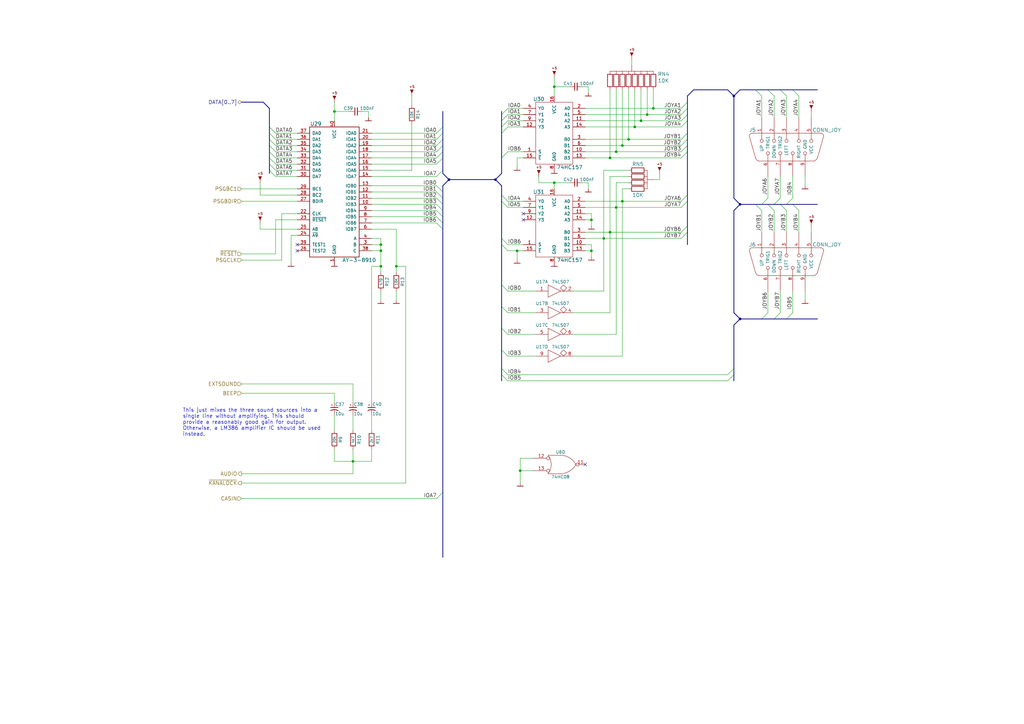
<source format=kicad_sch>
(kicad_sch (version 20211123) (generator eeschema)

  (uuid 83a363ef-2850-4113-853b-2966af02d72d)

  (paper "A3")

  (lib_symbols
    (symbol "artemisa:74HC08" (pin_names (offset 0.762) hide) (in_bom yes) (on_board yes)
      (property "Reference" "U" (id 0) (at -7.62 6.35 0)
        (effects (font (size 1.27 1.27)))
      )
      (property "Value" "74HC08" (id 1) (at -7.62 -5.08 0)
        (effects (font (size 1.27 1.27)))
      )
      (property "Footprint" "" (id 2) (at -10.16 1.905 0)
        (effects (font (size 1.27 1.27)) hide)
      )
      (property "Datasheet" "" (id 3) (at -10.16 1.905 0)
        (effects (font (size 1.27 1.27)) hide)
      )
      (symbol "74HC08_1_0"
        (text "GND" (at 1.27 -6.35 900)
          (effects (font (size 0.762 0.762)))
        )
        (text "VCC" (at 1.27 7.62 900)
          (effects (font (size 0.762 0.762)) (justify right))
        )
        (pin power_in line (at 0 7.62 270) (length 3.81)
          (name "VCC" (effects (font (size 1.27 1.27))))
          (number "14" (effects (font (size 0.762 0.762))))
        )
        (pin power_in line (at 0 -7.62 90) (length 3.81)
          (name "GND" (effects (font (size 1.27 1.27))))
          (number "7" (effects (font (size 0.762 0.762))))
        )
      )
      (symbol "74HC08_1_1"
        (polyline
          (pts
            (xy 1.27 3.81)
            (xy -5.08 3.81)
          )
          (stroke (width 0) (type default) (color 0 0 0 0))
          (fill (type none))
        )
        (polyline
          (pts
            (xy -5.08 3.81)
            (xy -5.08 -3.81)
            (xy 1.27 -3.81)
          )
          (stroke (width 0) (type default) (color 0 0 0 0))
          (fill (type none))
        )
        (arc (start 1.27 -3.81) (mid 5.08 0) (end 1.27 3.81)
          (stroke (width 0) (type default) (color 0 0 0 0))
          (fill (type none))
        )
        (pin input line (at -11.43 2.54 0) (length 6.2992)
          (name "~" (effects (font (size 1.27 1.27))))
          (number "1" (effects (font (size 1.27 1.27))))
        )
        (pin input line (at -11.43 -2.54 0) (length 6.2992)
          (name "~" (effects (font (size 1.27 1.27))))
          (number "2" (effects (font (size 1.27 1.27))))
        )
        (pin output line (at 10.16 0 180) (length 5.1054)
          (name "~" (effects (font (size 1.27 1.27))))
          (number "3" (effects (font (size 1.27 1.27))))
        )
      )
      (symbol "74HC08_1_2"
        (arc (start -5.08 -3.81) (mid -3.81 0) (end -5.08 3.81)
          (stroke (width 0) (type default) (color 0 0 0 0))
          (fill (type none))
        )
        (arc (start 0 -3.81) (mid 3.6784 -2.744) (end 6.35 0)
          (stroke (width 0) (type default) (color 0 0 0 0))
          (fill (type none))
        )
        (polyline
          (pts
            (xy -5.08 -3.81)
            (xy 0 -3.81)
          )
          (stroke (width 0) (type default) (color 0 0 0 0))
          (fill (type none))
        )
        (polyline
          (pts
            (xy -5.08 3.81)
            (xy 0 3.81)
          )
          (stroke (width 0) (type default) (color 0 0 0 0))
          (fill (type none))
        )
        (arc (start 6.35 0) (mid 3.6784 2.744) (end 0 3.81)
          (stroke (width 0) (type default) (color 0 0 0 0))
          (fill (type none))
        )
        (pin input inverted (at -11.43 2.54 0) (length 7.0104)
          (name "~" (effects (font (size 1.27 1.27))))
          (number "1" (effects (font (size 1.27 1.27))))
        )
        (pin input inverted (at -11.43 -2.54 0) (length 7.0104)
          (name "~" (effects (font (size 1.27 1.27))))
          (number "2" (effects (font (size 1.27 1.27))))
        )
        (pin output inverted (at 10.16 0 180) (length 3.81)
          (name "~" (effects (font (size 1.27 1.27))))
          (number "3" (effects (font (size 1.27 1.27))))
        )
      )
      (symbol "74HC08_2_1"
        (polyline
          (pts
            (xy 1.27 3.81)
            (xy -5.08 3.81)
          )
          (stroke (width 0) (type default) (color 0 0 0 0))
          (fill (type none))
        )
        (polyline
          (pts
            (xy -5.08 3.81)
            (xy -5.08 -3.81)
            (xy 1.27 -3.81)
          )
          (stroke (width 0) (type default) (color 0 0 0 0))
          (fill (type none))
        )
        (arc (start 1.27 -3.81) (mid 5.08 0) (end 1.27 3.81)
          (stroke (width 0) (type default) (color 0 0 0 0))
          (fill (type none))
        )
        (pin power_in line (at -2.54 3.81 90) (length 0) hide
          (name "VCC" (effects (font (size 1.016 1.016))))
          (number "14" (effects (font (size 1.016 1.016))))
        )
        (pin input line (at -11.43 2.54 0) (length 6.2992)
          (name "~" (effects (font (size 1.27 1.27))))
          (number "4" (effects (font (size 1.27 1.27))))
        )
        (pin input line (at -11.43 -2.54 0) (length 6.2992)
          (name "~" (effects (font (size 1.27 1.27))))
          (number "5" (effects (font (size 1.27 1.27))))
        )
        (pin output line (at 10.16 0 180) (length 5.1054)
          (name "~" (effects (font (size 1.27 1.27))))
          (number "6" (effects (font (size 1.27 1.27))))
        )
        (pin power_in line (at -2.54 -3.81 90) (length 0) hide
          (name "GND" (effects (font (size 1.016 1.016))))
          (number "7" (effects (font (size 1.016 1.016))))
        )
      )
      (symbol "74HC08_2_2"
        (arc (start -5.08 -3.81) (mid -3.81 0) (end -5.08 3.81)
          (stroke (width 0) (type default) (color 0 0 0 0))
          (fill (type none))
        )
        (arc (start 0 -3.81) (mid 3.6784 -2.744) (end 6.35 0)
          (stroke (width 0) (type default) (color 0 0 0 0))
          (fill (type none))
        )
        (polyline
          (pts
            (xy -5.08 -3.81)
            (xy 0 -3.81)
          )
          (stroke (width 0) (type default) (color 0 0 0 0))
          (fill (type none))
        )
        (polyline
          (pts
            (xy -5.08 3.81)
            (xy 0 3.81)
          )
          (stroke (width 0) (type default) (color 0 0 0 0))
          (fill (type none))
        )
        (arc (start 6.35 0) (mid 3.6784 2.744) (end 0 3.81)
          (stroke (width 0) (type default) (color 0 0 0 0))
          (fill (type none))
        )
        (pin input inverted (at -11.43 2.54 0) (length 7.0104)
          (name "~" (effects (font (size 1.27 1.27))))
          (number "4" (effects (font (size 1.27 1.27))))
        )
        (pin input inverted (at -11.43 -2.54 0) (length 7.0104)
          (name "~" (effects (font (size 1.27 1.27))))
          (number "5" (effects (font (size 1.27 1.27))))
        )
        (pin output inverted (at 10.16 0 180) (length 3.81)
          (name "~" (effects (font (size 1.27 1.27))))
          (number "6" (effects (font (size 1.27 1.27))))
        )
      )
      (symbol "74HC08_3_1"
        (polyline
          (pts
            (xy 1.27 3.81)
            (xy -5.08 3.81)
          )
          (stroke (width 0) (type default) (color 0 0 0 0))
          (fill (type none))
        )
        (polyline
          (pts
            (xy -5.08 3.81)
            (xy -5.08 -3.81)
            (xy 1.27 -3.81)
          )
          (stroke (width 0) (type default) (color 0 0 0 0))
          (fill (type none))
        )
        (arc (start 1.27 -3.81) (mid 5.08 0) (end 1.27 3.81)
          (stroke (width 0) (type default) (color 0 0 0 0))
          (fill (type none))
        )
        (pin input line (at -11.43 -2.54 0) (length 6.2992)
          (name "~" (effects (font (size 1.27 1.27))))
          (number "10" (effects (font (size 1.27 1.27))))
        )
        (pin power_in line (at -2.54 3.81 90) (length 0) hide
          (name "VCC" (effects (font (size 1.016 1.016))))
          (number "14" (effects (font (size 1.016 1.016))))
        )
        (pin power_in line (at -2.54 -3.81 90) (length 0) hide
          (name "GND" (effects (font (size 1.016 1.016))))
          (number "7" (effects (font (size 1.016 1.016))))
        )
        (pin output line (at 10.16 0 180) (length 5.1054)
          (name "~" (effects (font (size 1.27 1.27))))
          (number "8" (effects (font (size 1.27 1.27))))
        )
        (pin input line (at -11.43 2.54 0) (length 6.2992)
          (name "~" (effects (font (size 1.27 1.27))))
          (number "9" (effects (font (size 1.27 1.27))))
        )
      )
      (symbol "74HC08_3_2"
        (arc (start -5.08 -3.81) (mid -3.81 0) (end -5.08 3.81)
          (stroke (width 0) (type default) (color 0 0 0 0))
          (fill (type none))
        )
        (arc (start 0 -3.81) (mid 3.6784 -2.744) (end 6.35 0)
          (stroke (width 0) (type default) (color 0 0 0 0))
          (fill (type none))
        )
        (polyline
          (pts
            (xy -5.08 -3.81)
            (xy 0 -3.81)
          )
          (stroke (width 0) (type default) (color 0 0 0 0))
          (fill (type none))
        )
        (polyline
          (pts
            (xy -5.08 3.81)
            (xy 0 3.81)
          )
          (stroke (width 0) (type default) (color 0 0 0 0))
          (fill (type none))
        )
        (arc (start 6.35 0) (mid 3.6784 2.744) (end 0 3.81)
          (stroke (width 0) (type default) (color 0 0 0 0))
          (fill (type none))
        )
        (pin input inverted (at -11.43 -2.54 0) (length 7.0104)
          (name "~" (effects (font (size 1.27 1.27))))
          (number "10" (effects (font (size 1.27 1.27))))
        )
        (pin output inverted (at 10.16 0 180) (length 3.81)
          (name "~" (effects (font (size 1.27 1.27))))
          (number "8" (effects (font (size 1.27 1.27))))
        )
        (pin input inverted (at -11.43 2.54 0) (length 7.0104)
          (name "~" (effects (font (size 1.27 1.27))))
          (number "9" (effects (font (size 1.27 1.27))))
        )
      )
      (symbol "74HC08_4_1"
        (polyline
          (pts
            (xy 1.27 3.81)
            (xy -5.08 3.81)
          )
          (stroke (width 0) (type default) (color 0 0 0 0))
          (fill (type none))
        )
        (polyline
          (pts
            (xy -5.08 3.81)
            (xy -5.08 -3.81)
            (xy 1.27 -3.81)
          )
          (stroke (width 0) (type default) (color 0 0 0 0))
          (fill (type none))
        )
        (arc (start 1.27 -3.81) (mid 5.08 0) (end 1.27 3.81)
          (stroke (width 0) (type default) (color 0 0 0 0))
          (fill (type none))
        )
        (pin output line (at 10.16 0 180) (length 5.1054)
          (name "~" (effects (font (size 1.27 1.27))))
          (number "11" (effects (font (size 1.27 1.27))))
        )
        (pin input line (at -11.43 2.54 0) (length 6.2992)
          (name "~" (effects (font (size 1.27 1.27))))
          (number "12" (effects (font (size 1.27 1.27))))
        )
        (pin input line (at -11.43 -2.54 0) (length 6.2992)
          (name "~" (effects (font (size 1.27 1.27))))
          (number "13" (effects (font (size 1.27 1.27))))
        )
        (pin power_in line (at -2.54 3.81 90) (length 0) hide
          (name "VCC" (effects (font (size 1.016 1.016))))
          (number "14" (effects (font (size 1.016 1.016))))
        )
        (pin power_in line (at -2.54 -3.81 90) (length 0) hide
          (name "GND" (effects (font (size 1.016 1.016))))
          (number "7" (effects (font (size 1.016 1.016))))
        )
      )
      (symbol "74HC08_4_2"
        (arc (start -5.08 -3.81) (mid -3.81 0) (end -5.08 3.81)
          (stroke (width 0) (type default) (color 0 0 0 0))
          (fill (type none))
        )
        (arc (start 0 -3.81) (mid 3.6784 -2.744) (end 6.35 0)
          (stroke (width 0) (type default) (color 0 0 0 0))
          (fill (type none))
        )
        (polyline
          (pts
            (xy -5.08 -3.81)
            (xy 0 -3.81)
          )
          (stroke (width 0) (type default) (color 0 0 0 0))
          (fill (type none))
        )
        (polyline
          (pts
            (xy -5.08 3.81)
            (xy 0 3.81)
          )
          (stroke (width 0) (type default) (color 0 0 0 0))
          (fill (type none))
        )
        (arc (start 6.35 0) (mid 3.6784 2.744) (end 0 3.81)
          (stroke (width 0) (type default) (color 0 0 0 0))
          (fill (type none))
        )
        (pin output inverted (at 10.16 0 180) (length 3.81)
          (name "~" (effects (font (size 1.27 1.27))))
          (number "11" (effects (font (size 1.27 1.27))))
        )
        (pin input inverted (at -11.43 2.54 0) (length 7.0104)
          (name "~" (effects (font (size 1.27 1.27))))
          (number "12" (effects (font (size 1.27 1.27))))
        )
        (pin input inverted (at -11.43 -2.54 0) (length 7.0104)
          (name "~" (effects (font (size 1.27 1.27))))
          (number "13" (effects (font (size 1.27 1.27))))
        )
      )
    )
    (symbol "artemisa:74HC157" (pin_names (offset 1.016)) (in_bom yes) (on_board yes)
      (property "Reference" "U" (id 0) (at -7.62 13.97 0)
        (effects (font (size 1.524 1.524)))
      )
      (property "Value" "74HC157" (id 1) (at 6.35 -13.97 0)
        (effects (font (size 1.524 1.524)))
      )
      (property "Footprint" "" (id 2) (at 0 -13.97 0)
        (effects (font (size 1.524 1.524)) hide)
      )
      (property "Datasheet" "" (id 3) (at 0 -13.97 0)
        (effects (font (size 1.524 1.524)) hide)
      )
      (symbol "74HC157_0_1"
        (rectangle (start -7.62 12.7) (end 7.62 -12.7)
          (stroke (width 0) (type default) (color 0 0 0 0))
          (fill (type none))
        )
      )
      (symbol "74HC157_1_1"
        (pin input line (at 12.7 -7.62 180) (length 5.08)
          (name "S" (effects (font (size 1.27 1.27))))
          (number "1" (effects (font (size 1.27 1.27))))
        )
        (pin input line (at -12.7 -7.62 0) (length 5.08)
          (name "B2" (effects (font (size 1.27 1.27))))
          (number "10" (effects (font (size 1.27 1.27))))
        )
        (pin input line (at -12.7 5.08 0) (length 5.08)
          (name "A2" (effects (font (size 1.27 1.27))))
          (number "11" (effects (font (size 1.27 1.27))))
        )
        (pin output line (at 12.7 2.54 180) (length 5.08)
          (name "Y3" (effects (font (size 1.27 1.27))))
          (number "12" (effects (font (size 1.27 1.27))))
        )
        (pin input line (at -12.7 -10.16 0) (length 5.08)
          (name "B3" (effects (font (size 1.27 1.27))))
          (number "13" (effects (font (size 1.27 1.27))))
        )
        (pin input line (at -12.7 2.54 0) (length 5.08)
          (name "A3" (effects (font (size 1.27 1.27))))
          (number "14" (effects (font (size 1.27 1.27))))
        )
        (pin input line (at 12.7 -10.16 180) (length 5.08)
          (name "~{E}" (effects (font (size 1.27 1.27))))
          (number "15" (effects (font (size 1.27 1.27))))
        )
        (pin power_in line (at 0 15.24 270) (length 2.54)
          (name "VCC" (effects (font (size 1.27 1.27))))
          (number "16" (effects (font (size 1.27 1.27))))
        )
        (pin input line (at -12.7 10.16 0) (length 5.08)
          (name "A0" (effects (font (size 1.27 1.27))))
          (number "2" (effects (font (size 1.27 1.27))))
        )
        (pin input line (at -12.7 -2.54 0) (length 5.08)
          (name "B0" (effects (font (size 1.27 1.27))))
          (number "3" (effects (font (size 1.27 1.27))))
        )
        (pin output line (at 12.7 10.16 180) (length 5.08)
          (name "Y0" (effects (font (size 1.27 1.27))))
          (number "4" (effects (font (size 1.27 1.27))))
        )
        (pin input line (at -12.7 7.62 0) (length 5.08)
          (name "A1" (effects (font (size 1.27 1.27))))
          (number "5" (effects (font (size 1.27 1.27))))
        )
        (pin input line (at -12.7 -5.08 0) (length 5.08)
          (name "B1" (effects (font (size 1.27 1.27))))
          (number "6" (effects (font (size 1.27 1.27))))
        )
        (pin output line (at 12.7 7.62 180) (length 5.08)
          (name "Y1" (effects (font (size 1.27 1.27))))
          (number "7" (effects (font (size 1.27 1.27))))
        )
        (pin power_in line (at 0 -15.24 90) (length 2.54)
          (name "GND" (effects (font (size 1.27 1.27))))
          (number "8" (effects (font (size 1.27 1.27))))
        )
        (pin output line (at 12.7 5.08 180) (length 5.08)
          (name "Y2" (effects (font (size 1.27 1.27))))
          (number "9" (effects (font (size 1.27 1.27))))
        )
      )
    )
    (symbol "artemisa:74LS07" (pin_names (offset 0.762)) (in_bom yes) (on_board yes)
      (property "Reference" "U" (id 0) (at 0 3.81 0)
        (effects (font (size 1.27 1.27)))
      )
      (property "Value" "74LS07" (id 1) (at 0 -3.81 0)
        (effects (font (size 1.27 1.27)))
      )
      (property "Footprint" "" (id 2) (at 0 0 0)
        (effects (font (size 1.27 1.27)) hide)
      )
      (property "Datasheet" "" (id 3) (at 0 0 0)
        (effects (font (size 1.27 1.27)) hide)
      )
      (symbol "74LS07_1_1"
        (polyline
          (pts
            (xy -2.54 -2.54)
            (xy 2.54 0)
          )
          (stroke (width 0) (type default) (color 0 0 0 0))
          (fill (type none))
        )
        (polyline
          (pts
            (xy -2.54 0)
            (xy -2.54 -2.54)
          )
          (stroke (width 0) (type default) (color 0 0 0 0))
          (fill (type none))
        )
        (polyline
          (pts
            (xy -2.54 0)
            (xy -2.54 2.54)
          )
          (stroke (width 0) (type default) (color 0 0 0 0))
          (fill (type none))
        )
        (polyline
          (pts
            (xy 2.54 0)
            (xy -2.54 2.54)
          )
          (stroke (width 0) (type default) (color 0 0 0 0))
          (fill (type none))
        )
        (polyline
          (pts
            (xy 5.08 0)
            (xy 2.54 0)
          )
          (stroke (width 0) (type default) (color 0 0 0 0))
          (fill (type none))
        )
        (polyline
          (pts
            (xy 3.81 2.54)
            (xy 2.54 1.27)
            (xy 3.81 0)
            (xy 5.08 1.27)
            (xy 3.81 2.54)
          )
          (stroke (width 0) (type default) (color 0 0 0 0))
          (fill (type none))
        )
        (pin input line (at -7.62 0 0) (length 5.0038)
          (name "~" (effects (font (size 1.27 1.27))))
          (number "1" (effects (font (size 1.27 1.27))))
        )
        (pin open_collector line (at 7.62 0 180) (length 2.54)
          (name "~" (effects (font (size 1.27 1.27))))
          (number "2" (effects (font (size 1.27 1.27))))
        )
      )
      (symbol "74LS07_2_1"
        (polyline
          (pts
            (xy -2.54 -2.54)
            (xy 2.54 0)
          )
          (stroke (width 0) (type default) (color 0 0 0 0))
          (fill (type none))
        )
        (polyline
          (pts
            (xy -2.54 0)
            (xy -2.54 -2.54)
          )
          (stroke (width 0) (type default) (color 0 0 0 0))
          (fill (type none))
        )
        (polyline
          (pts
            (xy -2.54 0)
            (xy -2.54 2.54)
          )
          (stroke (width 0) (type default) (color 0 0 0 0))
          (fill (type none))
        )
        (polyline
          (pts
            (xy 2.54 0)
            (xy -2.54 2.54)
          )
          (stroke (width 0) (type default) (color 0 0 0 0))
          (fill (type none))
        )
        (polyline
          (pts
            (xy 5.08 0)
            (xy 2.54 0)
          )
          (stroke (width 0) (type default) (color 0 0 0 0))
          (fill (type none))
        )
        (polyline
          (pts
            (xy 3.81 2.54)
            (xy 2.54 1.27)
            (xy 3.81 0)
            (xy 5.08 1.27)
            (xy 3.81 2.54)
          )
          (stroke (width 0) (type default) (color 0 0 0 0))
          (fill (type none))
        )
        (pin input line (at -7.62 0 0) (length 5.0038)
          (name "~" (effects (font (size 1.27 1.27))))
          (number "3" (effects (font (size 1.27 1.27))))
        )
        (pin open_collector line (at 7.62 0 180) (length 2.54)
          (name "~" (effects (font (size 1.27 1.27))))
          (number "4" (effects (font (size 1.27 1.27))))
        )
      )
      (symbol "74LS07_3_1"
        (polyline
          (pts
            (xy -2.54 -2.54)
            (xy 2.54 0)
          )
          (stroke (width 0) (type default) (color 0 0 0 0))
          (fill (type none))
        )
        (polyline
          (pts
            (xy -2.54 0)
            (xy -2.54 -2.54)
          )
          (stroke (width 0) (type default) (color 0 0 0 0))
          (fill (type none))
        )
        (polyline
          (pts
            (xy -2.54 0)
            (xy -2.54 2.54)
          )
          (stroke (width 0) (type default) (color 0 0 0 0))
          (fill (type none))
        )
        (polyline
          (pts
            (xy 2.54 0)
            (xy -2.54 2.54)
          )
          (stroke (width 0) (type default) (color 0 0 0 0))
          (fill (type none))
        )
        (polyline
          (pts
            (xy 5.08 0)
            (xy 2.54 0)
          )
          (stroke (width 0) (type default) (color 0 0 0 0))
          (fill (type none))
        )
        (polyline
          (pts
            (xy 3.81 2.54)
            (xy 2.54 1.27)
            (xy 3.81 0)
            (xy 5.08 1.27)
            (xy 3.81 2.54)
          )
          (stroke (width 0) (type default) (color 0 0 0 0))
          (fill (type none))
        )
        (pin input line (at -7.62 0 0) (length 5.0038)
          (name "~" (effects (font (size 1.27 1.27))))
          (number "5" (effects (font (size 1.27 1.27))))
        )
        (pin open_collector line (at 7.62 0 180) (length 2.54)
          (name "~" (effects (font (size 1.27 1.27))))
          (number "6" (effects (font (size 1.27 1.27))))
        )
      )
      (symbol "74LS07_4_1"
        (polyline
          (pts
            (xy -2.54 -2.54)
            (xy 2.54 0)
          )
          (stroke (width 0) (type default) (color 0 0 0 0))
          (fill (type none))
        )
        (polyline
          (pts
            (xy -2.54 0)
            (xy -2.54 -2.54)
          )
          (stroke (width 0) (type default) (color 0 0 0 0))
          (fill (type none))
        )
        (polyline
          (pts
            (xy -2.54 0)
            (xy -2.54 2.54)
          )
          (stroke (width 0) (type default) (color 0 0 0 0))
          (fill (type none))
        )
        (polyline
          (pts
            (xy 2.54 0)
            (xy -2.54 2.54)
          )
          (stroke (width 0) (type default) (color 0 0 0 0))
          (fill (type none))
        )
        (polyline
          (pts
            (xy 5.08 0)
            (xy 2.54 0)
          )
          (stroke (width 0) (type default) (color 0 0 0 0))
          (fill (type none))
        )
        (polyline
          (pts
            (xy 3.81 2.54)
            (xy 2.54 1.27)
            (xy 3.81 0)
            (xy 5.08 1.27)
            (xy 3.81 2.54)
          )
          (stroke (width 0) (type default) (color 0 0 0 0))
          (fill (type none))
        )
        (pin open_collector line (at 7.62 0 180) (length 2.54)
          (name "~" (effects (font (size 1.27 1.27))))
          (number "8" (effects (font (size 1.27 1.27))))
        )
        (pin input line (at -7.62 0 0) (length 5.0038)
          (name "~" (effects (font (size 1.27 1.27))))
          (number "9" (effects (font (size 1.27 1.27))))
        )
      )
      (symbol "74LS07_5_1"
        (polyline
          (pts
            (xy -2.54 -2.54)
            (xy 2.54 0)
          )
          (stroke (width 0) (type default) (color 0 0 0 0))
          (fill (type none))
        )
        (polyline
          (pts
            (xy -2.54 0)
            (xy -2.54 -2.54)
          )
          (stroke (width 0) (type default) (color 0 0 0 0))
          (fill (type none))
        )
        (polyline
          (pts
            (xy -2.54 0)
            (xy -2.54 2.54)
          )
          (stroke (width 0) (type default) (color 0 0 0 0))
          (fill (type none))
        )
        (polyline
          (pts
            (xy 2.54 0)
            (xy -2.54 2.54)
          )
          (stroke (width 0) (type default) (color 0 0 0 0))
          (fill (type none))
        )
        (polyline
          (pts
            (xy 5.08 0)
            (xy 2.54 0)
          )
          (stroke (width 0) (type default) (color 0 0 0 0))
          (fill (type none))
        )
        (polyline
          (pts
            (xy 3.81 2.54)
            (xy 2.54 1.27)
            (xy 3.81 0)
            (xy 5.08 1.27)
            (xy 3.81 2.54)
          )
          (stroke (width 0) (type default) (color 0 0 0 0))
          (fill (type none))
        )
        (pin open_collector line (at 7.62 0 180) (length 2.54)
          (name "~" (effects (font (size 1.27 1.27))))
          (number "10" (effects (font (size 1.27 1.27))))
        )
        (pin input line (at -7.62 0 0) (length 5.0038)
          (name "~" (effects (font (size 1.27 1.27))))
          (number "11" (effects (font (size 1.27 1.27))))
        )
      )
      (symbol "74LS07_6_1"
        (polyline
          (pts
            (xy -2.54 -2.54)
            (xy 2.54 0)
          )
          (stroke (width 0) (type default) (color 0 0 0 0))
          (fill (type none))
        )
        (polyline
          (pts
            (xy -2.54 0)
            (xy -2.54 -2.54)
          )
          (stroke (width 0) (type default) (color 0 0 0 0))
          (fill (type none))
        )
        (polyline
          (pts
            (xy -2.54 0)
            (xy -2.54 2.54)
          )
          (stroke (width 0) (type default) (color 0 0 0 0))
          (fill (type none))
        )
        (polyline
          (pts
            (xy 2.54 0)
            (xy -2.54 2.54)
          )
          (stroke (width 0) (type default) (color 0 0 0 0))
          (fill (type none))
        )
        (polyline
          (pts
            (xy 5.08 0)
            (xy 2.54 0)
          )
          (stroke (width 0) (type default) (color 0 0 0 0))
          (fill (type none))
        )
        (polyline
          (pts
            (xy 3.81 2.54)
            (xy 2.54 1.27)
            (xy 3.81 0)
            (xy 5.08 1.27)
            (xy 3.81 2.54)
          )
          (stroke (width 0) (type default) (color 0 0 0 0))
          (fill (type none))
        )
        (pin open_collector line (at 7.62 0 180) (length 2.54)
          (name "~" (effects (font (size 1.27 1.27))))
          (number "12" (effects (font (size 1.27 1.27))))
        )
        (pin input line (at -7.62 0 0) (length 5.0038)
          (name "~" (effects (font (size 1.27 1.27))))
          (number "13" (effects (font (size 1.27 1.27))))
        )
      )
      (symbol "74LS07_7_0"
        (pin power_in line (at 0 7.62 270) (length 2.54)
          (name "VCC" (effects (font (size 1.27 1.27))))
          (number "14" (effects (font (size 1.27 1.27))))
        )
      )
      (symbol "74LS07_7_1"
        (rectangle (start -3.81 -5.08) (end 3.81 5.08)
          (stroke (width 0) (type default) (color 0 0 0 0))
          (fill (type none))
        )
        (pin power_in line (at 0 -7.62 90) (length 2.54)
          (name "GND" (effects (font (size 1.27 1.27))))
          (number "7" (effects (font (size 1.27 1.27))))
        )
      )
    )
    (symbol "artemisa:AY-3-8910" (pin_names (offset 1.016)) (in_bom yes) (on_board yes)
      (property "Reference" "U" (id 0) (at 7.62 29.21 0)
        (effects (font (size 1.524 1.524)))
      )
      (property "Value" "AY-3-8910" (id 1) (at 7.62 -26.67 0)
        (effects (font (size 1.524 1.524)))
      )
      (property "Footprint" "" (id 2) (at 0 -3.81 0)
        (effects (font (size 1.524 1.524)) hide)
      )
      (property "Datasheet" "" (id 3) (at 0 -3.81 0)
        (effects (font (size 1.524 1.524)) hide)
      )
      (symbol "AY-3-8910_0_1"
        (rectangle (start -10.16 27.94) (end 10.16 -25.4)
          (stroke (width 0.254) (type default) (color 0 0 0 0))
          (fill (type none))
        )
      )
      (symbol "AY-3-8910_1_1"
        (pin power_in line (at 0 -27.94 90) (length 2.54)
          (name "GND" (effects (font (size 1.27 1.27))))
          (number "1" (effects (font (size 1.27 1.27))))
        )
        (pin bidirectional line (at 15.24 -3.81 180) (length 5.08)
          (name "IOB3" (effects (font (size 1.27 1.27))))
          (number "10" (effects (font (size 1.27 1.27))))
        )
        (pin bidirectional line (at 15.24 -1.27 180) (length 5.08)
          (name "IOB2" (effects (font (size 1.27 1.27))))
          (number "11" (effects (font (size 1.27 1.27))))
        )
        (pin bidirectional line (at 15.24 1.27 180) (length 5.08)
          (name "IOB1" (effects (font (size 1.27 1.27))))
          (number "12" (effects (font (size 1.27 1.27))))
        )
        (pin bidirectional line (at 15.24 3.81 180) (length 5.08)
          (name "IOB0" (effects (font (size 1.27 1.27))))
          (number "13" (effects (font (size 1.27 1.27))))
        )
        (pin bidirectional line (at 15.24 7.62 180) (length 5.08)
          (name "IOA7" (effects (font (size 1.27 1.27))))
          (number "14" (effects (font (size 1.27 1.27))))
        )
        (pin bidirectional line (at 15.24 10.16 180) (length 5.08)
          (name "IOA6" (effects (font (size 1.27 1.27))))
          (number "15" (effects (font (size 1.27 1.27))))
        )
        (pin bidirectional line (at 15.24 12.7 180) (length 5.08)
          (name "IOA5" (effects (font (size 1.27 1.27))))
          (number "16" (effects (font (size 1.27 1.27))))
        )
        (pin bidirectional line (at 15.24 15.24 180) (length 5.08)
          (name "IOA4" (effects (font (size 1.27 1.27))))
          (number "17" (effects (font (size 1.27 1.27))))
        )
        (pin bidirectional line (at 15.24 17.78 180) (length 5.08)
          (name "IOA3" (effects (font (size 1.27 1.27))))
          (number "18" (effects (font (size 1.27 1.27))))
        )
        (pin bidirectional line (at 15.24 20.32 180) (length 5.08)
          (name "IOA2" (effects (font (size 1.27 1.27))))
          (number "19" (effects (font (size 1.27 1.27))))
        )
        (pin no_connect line (at -3.81 33.02 270) (length 5.08) hide
          (name "NC" (effects (font (size 1.27 1.27))))
          (number "2" (effects (font (size 1.27 1.27))))
        )
        (pin bidirectional line (at 15.24 22.86 180) (length 5.08)
          (name "IOA1" (effects (font (size 1.27 1.27))))
          (number "20" (effects (font (size 1.27 1.27))))
        )
        (pin bidirectional line (at 15.24 25.4 180) (length 5.08)
          (name "IOA0" (effects (font (size 1.27 1.27))))
          (number "21" (effects (font (size 1.27 1.27))))
        )
        (pin input line (at -15.24 -7.62 0) (length 5.08)
          (name "CLK" (effects (font (size 1.27 1.27))))
          (number "22" (effects (font (size 1.27 1.27))))
        )
        (pin input line (at -15.24 -10.16 0) (length 5.08)
          (name "~{RESET}" (effects (font (size 1.27 1.27))))
          (number "23" (effects (font (size 1.27 1.27))))
        )
        (pin input line (at -15.24 -16.51 0) (length 5.08)
          (name "~{A9}" (effects (font (size 1.27 1.27))))
          (number "24" (effects (font (size 1.27 1.27))))
        )
        (pin input line (at -15.24 -13.97 0) (length 5.08)
          (name "A8" (effects (font (size 1.27 1.27))))
          (number "25" (effects (font (size 1.27 1.27))))
        )
        (pin output line (at -15.24 -22.86 0) (length 5.08)
          (name "TEST2" (effects (font (size 1.27 1.27))))
          (number "26" (effects (font (size 1.27 1.27))))
        )
        (pin input line (at -15.24 -2.54 0) (length 5.08)
          (name "BDIR" (effects (font (size 1.27 1.27))))
          (number "27" (effects (font (size 1.27 1.27))))
        )
        (pin input line (at -15.24 0 0) (length 5.08)
          (name "BC2" (effects (font (size 1.27 1.27))))
          (number "28" (effects (font (size 1.27 1.27))))
        )
        (pin input line (at -15.24 2.54 0) (length 5.08)
          (name "BC1" (effects (font (size 1.27 1.27))))
          (number "29" (effects (font (size 1.27 1.27))))
        )
        (pin passive line (at 15.24 -20.32 180) (length 5.08)
          (name "B" (effects (font (size 1.27 1.27))))
          (number "3" (effects (font (size 1.27 1.27))))
        )
        (pin input line (at -15.24 7.62 0) (length 5.08)
          (name "DA7" (effects (font (size 1.27 1.27))))
          (number "30" (effects (font (size 1.27 1.27))))
        )
        (pin input line (at -15.24 10.16 0) (length 5.08)
          (name "DA6" (effects (font (size 1.27 1.27))))
          (number "31" (effects (font (size 1.27 1.27))))
        )
        (pin input line (at -15.24 12.7 0) (length 5.08)
          (name "DA5" (effects (font (size 1.27 1.27))))
          (number "32" (effects (font (size 1.27 1.27))))
        )
        (pin input line (at -15.24 15.24 0) (length 5.08)
          (name "DA4" (effects (font (size 1.27 1.27))))
          (number "33" (effects (font (size 1.27 1.27))))
        )
        (pin input line (at -15.24 17.78 0) (length 5.08)
          (name "DA3" (effects (font (size 1.27 1.27))))
          (number "34" (effects (font (size 1.27 1.27))))
        )
        (pin input line (at -15.24 20.32 0) (length 5.08)
          (name "DA2" (effects (font (size 1.27 1.27))))
          (number "35" (effects (font (size 1.27 1.27))))
        )
        (pin input line (at -15.24 22.86 0) (length 5.08)
          (name "DA1" (effects (font (size 1.27 1.27))))
          (number "36" (effects (font (size 1.27 1.27))))
        )
        (pin input line (at -15.24 25.4 0) (length 5.08)
          (name "DA0" (effects (font (size 1.27 1.27))))
          (number "37" (effects (font (size 1.27 1.27))))
        )
        (pin passive line (at 15.24 -22.86 180) (length 5.08)
          (name "C" (effects (font (size 1.27 1.27))))
          (number "38" (effects (font (size 1.27 1.27))))
        )
        (pin output line (at -15.24 -20.32 0) (length 5.08)
          (name "TEST1" (effects (font (size 1.27 1.27))))
          (number "39" (effects (font (size 1.27 1.27))))
        )
        (pin output line (at 15.24 -17.78 180) (length 5.08)
          (name "A" (effects (font (size 1.27 1.27))))
          (number "4" (effects (font (size 1.27 1.27))))
        )
        (pin power_in line (at 0 30.48 270) (length 2.54)
          (name "VCC" (effects (font (size 1.27 1.27))))
          (number "40" (effects (font (size 1.27 1.27))))
        )
        (pin no_connect line (at 3.81 33.02 270) (length 5.08) hide
          (name "NC" (effects (font (size 1.27 1.27))))
          (number "5" (effects (font (size 1.27 1.27))))
        )
        (pin bidirectional line (at 15.24 -13.97 180) (length 5.08)
          (name "IOB7" (effects (font (size 1.27 1.27))))
          (number "6" (effects (font (size 1.27 1.27))))
        )
        (pin bidirectional line (at 15.24 -11.43 180) (length 5.08)
          (name "IOB6" (effects (font (size 1.27 1.27))))
          (number "7" (effects (font (size 1.27 1.27))))
        )
        (pin bidirectional line (at 15.24 -8.89 180) (length 5.08)
          (name "IOB5" (effects (font (size 1.27 1.27))))
          (number "8" (effects (font (size 1.27 1.27))))
        )
        (pin bidirectional line (at 15.24 -6.35 180) (length 5.08)
          (name "IOB4" (effects (font (size 1.27 1.27))))
          (number "9" (effects (font (size 1.27 1.27))))
        )
      )
    )
    (symbol "artemisa:CONN_JOY" (pin_names (offset 1.016)) (in_bom yes) (on_board yes)
      (property "Reference" "J" (id 0) (at -13.97 7.62 0)
        (effects (font (size 1.524 1.524)))
      )
      (property "Value" "CONN_JOY" (id 1) (at 16.51 7.62 0)
        (effects (font (size 1.524 1.524)))
      )
      (property "Footprint" "" (id 2) (at 0 -1.27 0)
        (effects (font (size 1.524 1.524)) hide)
      )
      (property "Datasheet" "" (id 3) (at 0 -1.27 0)
        (effects (font (size 1.524 1.524)) hide)
      )
      (symbol "CONN_JOY_0_1"
        (arc (start -13.97 6.35) (mid -14.8846 5.9871) (end -15.24 5.08)
          (stroke (width 0) (type default) (color 0 0 0 0))
          (fill (type none))
        )
        (arc (start -12.7 -3.81) (mid -12.2149 -4.5949) (end -11.43 -5.08)
          (stroke (width 0) (type default) (color 0 0 0 0))
          (fill (type none))
        )
        (polyline
          (pts
            (xy -13.97 6.35)
            (xy 13.97 6.35)
          )
          (stroke (width 0) (type default) (color 0 0 0 0))
          (fill (type none))
        )
        (polyline
          (pts
            (xy -12.7 -3.81)
            (xy -15.24 5.08)
          )
          (stroke (width 0) (type default) (color 0 0 0 0))
          (fill (type none))
        )
        (polyline
          (pts
            (xy 11.43 -5.08)
            (xy -11.43 -5.08)
          )
          (stroke (width 0) (type default) (color 0 0 0 0))
          (fill (type none))
        )
        (polyline
          (pts
            (xy 15.24 5.08)
            (xy 12.7 -3.81)
          )
          (stroke (width 0) (type default) (color 0 0 0 0))
          (fill (type none))
        )
        (arc (start 11.43 -5.08) (mid 12.168 -4.548) (end 12.7 -3.81)
          (stroke (width 0) (type default) (color 0 0 0 0))
          (fill (type none))
        )
        (arc (start 15.24 5.08) (mid 14.8666 5.9688) (end 13.97 6.35)
          (stroke (width 0) (type default) (color 0 0 0 0))
          (fill (type none))
        )
      )
      (symbol "CONN_JOY_1_1"
        (pin output inverted (at -10.16 12.7 270) (length 10.16)
          (name "UP" (effects (font (size 1.27 1.27))))
          (number "1" (effects (font (size 1.27 1.27))))
        )
        (pin output inverted (at -5.08 12.7 270) (length 10.16)
          (name "DOWN" (effects (font (size 1.27 1.27))))
          (number "2" (effects (font (size 1.27 1.27))))
        )
        (pin output inverted (at 0 12.7 270) (length 10.16)
          (name "LEFT" (effects (font (size 1.27 1.27))))
          (number "3" (effects (font (size 1.27 1.27))))
        )
        (pin output inverted (at 5.08 12.7 270) (length 10.16)
          (name "RIGHT" (effects (font (size 1.27 1.27))))
          (number "4" (effects (font (size 1.27 1.27))))
        )
        (pin power_in inverted (at 10.16 12.7 270) (length 10.16)
          (name "VCC" (effects (font (size 1.27 1.27))))
          (number "5" (effects (font (size 1.27 1.27))))
        )
        (pin bidirectional inverted (at -7.62 -11.43 90) (length 10.16)
          (name "TRIG1" (effects (font (size 1.27 1.27))))
          (number "6" (effects (font (size 1.27 1.27))))
        )
        (pin bidirectional inverted (at -2.54 -11.43 90) (length 10.16)
          (name "TRIG2" (effects (font (size 1.27 1.27))))
          (number "7" (effects (font (size 1.27 1.27))))
        )
        (pin input inverted (at 2.54 -11.43 90) (length 10.16)
          (name "~" (effects (font (size 1.27 1.27))))
          (number "8" (effects (font (size 1.27 1.27))))
        )
        (pin power_in inverted (at 7.62 -11.43 90) (length 10.16)
          (name "GND" (effects (font (size 1.27 1.27))))
          (number "9" (effects (font (size 1.27 1.27))))
        )
      )
    )
    (symbol "artemisa:CP" (pin_numbers hide) (pin_names (offset 0.254) hide) (in_bom yes) (on_board yes)
      (property "Reference" "C" (id 0) (at 0.254 1.778 0)
        (effects (font (size 1.27 1.27)) (justify left))
      )
      (property "Value" "CP" (id 1) (at 0.254 -2.032 0)
        (effects (font (size 1.27 1.27)) (justify left))
      )
      (property "Footprint" "" (id 2) (at 0 0 0)
        (effects (font (size 1.27 1.27)) hide)
      )
      (property "Datasheet" "" (id 3) (at 0 0 0)
        (effects (font (size 1.27 1.27)) hide)
      )
      (property "ki_fp_filters" "CP_*" (id 4) (at 0 0 0)
        (effects (font (size 1.27 1.27)) hide)
      )
      (symbol "CP_0_1"
        (polyline
          (pts
            (xy -1.524 0.508)
            (xy 1.524 0.508)
          )
          (stroke (width 0.3048) (type default) (color 0 0 0 0))
          (fill (type none))
        )
        (polyline
          (pts
            (xy -1.27 1.524)
            (xy -0.762 1.524)
          )
          (stroke (width 0) (type default) (color 0 0 0 0))
          (fill (type none))
        )
        (polyline
          (pts
            (xy -1.016 1.27)
            (xy -1.016 1.778)
          )
          (stroke (width 0) (type default) (color 0 0 0 0))
          (fill (type none))
        )
        (arc (start 1.524 -0.762) (mid 0 -0.3734) (end -1.524 -0.762)
          (stroke (width 0.3048) (type default) (color 0 0 0 0))
          (fill (type none))
        )
      )
      (symbol "CP_1_1"
        (pin passive line (at 0 2.54 270) (length 2.032)
          (name "~" (effects (font (size 1.27 1.27))))
          (number "1" (effects (font (size 1.27 1.27))))
        )
        (pin passive line (at 0 -2.54 90) (length 2.032)
          (name "~" (effects (font (size 1.27 1.27))))
          (number "2" (effects (font (size 1.27 1.27))))
        )
      )
    )
    (symbol "artemisa:Cap" (pin_numbers hide) (pin_names (offset 0.254) hide) (in_bom yes) (on_board yes)
      (property "Reference" "C" (id 0) (at 0.254 1.778 0)
        (effects (font (size 1.27 1.27)) (justify left))
      )
      (property "Value" "Cap" (id 1) (at 0.254 -2.032 0)
        (effects (font (size 1.27 1.27)) (justify left))
      )
      (property "Footprint" "" (id 2) (at 0 0 0)
        (effects (font (size 1.27 1.27)) hide)
      )
      (property "Datasheet" "" (id 3) (at 0 0 0)
        (effects (font (size 1.27 1.27)) hide)
      )
      (property "ki_fp_filters" "C_*" (id 4) (at 0 0 0)
        (effects (font (size 1.27 1.27)) hide)
      )
      (symbol "Cap_0_1"
        (polyline
          (pts
            (xy -1.524 -0.508)
            (xy 1.524 -0.508)
          )
          (stroke (width 0.3302) (type default) (color 0 0 0 0))
          (fill (type none))
        )
        (polyline
          (pts
            (xy -1.524 0.508)
            (xy 1.524 0.508)
          )
          (stroke (width 0.3048) (type default) (color 0 0 0 0))
          (fill (type none))
        )
      )
      (symbol "Cap_1_1"
        (pin passive line (at 0 2.54 270) (length 2.032)
          (name "~" (effects (font (size 1.27 1.27))))
          (number "1" (effects (font (size 1.27 1.27))))
        )
        (pin passive line (at 0 -2.54 90) (length 2.032)
          (name "~" (effects (font (size 1.27 1.27))))
          (number "2" (effects (font (size 1.27 1.27))))
        )
      )
    )
    (symbol "artemisa:GND" (power) (pin_numbers hide) (pin_names (offset 0) hide) (in_bom yes) (on_board yes)
      (property "Reference" "#PWR" (id 0) (at 0 -2.54 0)
        (effects (font (size 1.524 1.524)) hide)
      )
      (property "Value" "GND" (id 1) (at 0 2.54 0)
        (effects (font (size 1.524 1.524)) hide)
      )
      (property "Footprint" "" (id 2) (at 0 0 0)
        (effects (font (size 1.524 1.524)) hide)
      )
      (property "Datasheet" "" (id 3) (at 0 0 0)
        (effects (font (size 1.524 1.524)) hide)
      )
      (symbol "GND_0_1"
        (polyline
          (pts
            (xy -1.27 -1.27)
            (xy 1.27 -1.27)
          )
          (stroke (width 0.254) (type default) (color 0 0 0 0))
          (fill (type none))
        )
      )
      (symbol "GND_1_1"
        (pin power_in line (at 0 0 270) (length 1.27)
          (name "GND" (effects (font (size 1.27 1.27))))
          (number "~" (effects (font (size 1.27 1.27))))
        )
      )
    )
    (symbol "artemisa:R" (pin_numbers hide) (pin_names (offset 1.016)) (in_bom yes) (on_board yes)
      (property "Reference" "R" (id 0) (at 0 -2.54 0)
        (effects (font (size 1.524 1.524)))
      )
      (property "Value" "R" (id 1) (at 0 0 0)
        (effects (font (size 1.016 1.016)))
      )
      (property "Footprint" "" (id 2) (at 0 0 90)
        (effects (font (size 1.524 1.524)) hide)
      )
      (property "Datasheet" "" (id 3) (at 0 0 90)
        (effects (font (size 1.524 1.524)) hide)
      )
      (symbol "R_1_1"
        (rectangle (start 2.54 -1.016) (end -2.54 1.016)
          (stroke (width 0.254) (type default) (color 0 0 0 0))
          (fill (type none))
        )
        (pin passive line (at -3.81 0 0) (length 1.27)
          (name "~" (effects (font (size 1.27 1.27))))
          (number "1" (effects (font (size 1.27 1.27))))
        )
        (pin passive line (at 3.81 0 180) (length 1.27)
          (name "~" (effects (font (size 1.27 1.27))))
          (number "2" (effects (font (size 1.27 1.27))))
        )
      )
    )
    (symbol "artemisa:RN4" (pin_numbers hide) (pin_names (offset 1.016) hide) (in_bom yes) (on_board yes)
      (property "Reference" "RN" (id 0) (at 3.81 5.08 0)
        (effects (font (size 1.524 1.524)))
      )
      (property "Value" "RN4" (id 1) (at -5.08 5.08 0)
        (effects (font (size 1.524 1.524)))
      )
      (property "Footprint" "" (id 2) (at 2.54 -1.905 0)
        (effects (font (size 1.524 1.524)) hide)
      )
      (property "Datasheet" "" (id 3) (at 2.54 -1.905 0)
        (effects (font (size 1.524 1.524)) hide)
      )
      (symbol "RN4_0_1"
        (polyline
          (pts
            (xy -3.81 2.54)
            (xy -3.81 3.81)
          )
          (stroke (width 0) (type default) (color 0 0 0 0))
          (fill (type none))
        )
        (polyline
          (pts
            (xy -3.81 3.81)
            (xy 3.81 3.81)
          )
          (stroke (width 0) (type default) (color 0 0 0 0))
          (fill (type none))
        )
        (polyline
          (pts
            (xy -1.27 2.54)
            (xy -1.27 3.81)
          )
          (stroke (width 0) (type default) (color 0 0 0 0))
          (fill (type none))
        )
        (polyline
          (pts
            (xy 0 5.08)
            (xy 0 3.81)
          )
          (stroke (width 0) (type default) (color 0 0 0 0))
          (fill (type none))
        )
        (polyline
          (pts
            (xy 1.27 2.54)
            (xy 1.27 3.81)
          )
          (stroke (width 0) (type default) (color 0 0 0 0))
          (fill (type none))
        )
        (polyline
          (pts
            (xy 3.81 2.54)
            (xy 3.81 3.81)
          )
          (stroke (width 0) (type default) (color 0 0 0 0))
          (fill (type none))
        )
      )
      (symbol "RN4_0_2"
        (polyline
          (pts
            (xy -3.81 3.81)
            (xy 3.81 3.81)
          )
          (stroke (width 0) (type default) (color 0 0 0 0))
          (fill (type none))
        )
        (polyline
          (pts
            (xy -3.81 3.81)
            (xy -6.35 3.81)
            (xy -6.35 -2.54)
          )
          (stroke (width 0) (type default) (color 0 0 0 0))
          (fill (type none))
        )
      )
      (symbol "RN4_1_1"
        (rectangle (start -4.826 -2.54) (end -2.794 2.54)
          (stroke (width 0.254) (type default) (color 0 0 0 0))
          (fill (type none))
        )
        (rectangle (start -2.286 -2.54) (end -0.254 2.54)
          (stroke (width 0.254) (type default) (color 0 0 0 0))
          (fill (type none))
        )
        (rectangle (start 0.254 -2.54) (end 2.286 2.54)
          (stroke (width 0.254) (type default) (color 0 0 0 0))
          (fill (type none))
        )
        (rectangle (start 2.794 -2.54) (end 4.826 2.54)
          (stroke (width 0.254) (type default) (color 0 0 0 0))
          (fill (type none))
        )
        (pin passive line (at 0 6.35 270) (length 1.27)
          (name "~" (effects (font (size 1.27 1.27))))
          (number "1" (effects (font (size 1.27 1.27))))
        )
        (pin passive line (at -3.81 -3.81 90) (length 1.27)
          (name "~" (effects (font (size 1.27 1.27))))
          (number "2" (effects (font (size 1.27 1.27))))
        )
        (pin passive line (at -1.27 -3.81 90) (length 1.27)
          (name "~" (effects (font (size 1.27 1.27))))
          (number "3" (effects (font (size 1.27 1.27))))
        )
        (pin passive line (at 1.27 -3.81 90) (length 1.27)
          (name "~" (effects (font (size 1.27 1.27))))
          (number "4" (effects (font (size 1.27 1.27))))
        )
        (pin passive line (at 3.81 -3.81 90) (length 1.27)
          (name "~" (effects (font (size 1.27 1.27))))
          (number "5" (effects (font (size 1.27 1.27))))
        )
      )
      (symbol "RN4_1_2"
        (rectangle (start -4.826 -2.54) (end -2.794 2.54)
          (stroke (width 0.254) (type default) (color 0 0 0 0))
          (fill (type none))
        )
        (rectangle (start -2.286 -2.54) (end -0.254 2.54)
          (stroke (width 0.254) (type default) (color 0 0 0 0))
          (fill (type none))
        )
        (polyline
          (pts
            (xy -3.81 2.54)
            (xy -3.81 3.81)
          )
          (stroke (width 0) (type default) (color 0 0 0 0))
          (fill (type none))
        )
        (polyline
          (pts
            (xy -1.27 2.54)
            (xy -1.27 3.81)
          )
          (stroke (width 0) (type default) (color 0 0 0 0))
          (fill (type none))
        )
        (polyline
          (pts
            (xy 1.27 2.54)
            (xy 1.27 3.81)
          )
          (stroke (width 0) (type default) (color 0 0 0 0))
          (fill (type none))
        )
        (polyline
          (pts
            (xy 3.81 2.54)
            (xy 3.81 3.81)
          )
          (stroke (width 0) (type default) (color 0 0 0 0))
          (fill (type none))
        )
        (rectangle (start 0.254 -2.54) (end 2.286 2.54)
          (stroke (width 0.254) (type default) (color 0 0 0 0))
          (fill (type none))
        )
        (rectangle (start 2.794 -2.54) (end 4.826 2.54)
          (stroke (width 0.254) (type default) (color 0 0 0 0))
          (fill (type none))
        )
        (pin passive line (at -6.35 -3.81 90) (length 1.27)
          (name "~" (effects (font (size 1.27 1.27))))
          (number "1" (effects (font (size 1.27 1.27))))
        )
        (pin passive line (at -3.81 -3.81 90) (length 1.27)
          (name "~" (effects (font (size 1.27 1.27))))
          (number "2" (effects (font (size 1.27 1.27))))
        )
        (pin passive line (at -1.27 -3.81 90) (length 1.27)
          (name "~" (effects (font (size 1.27 1.27))))
          (number "3" (effects (font (size 1.27 1.27))))
        )
        (pin passive line (at 1.27 -3.81 90) (length 1.27)
          (name "~" (effects (font (size 1.27 1.27))))
          (number "4" (effects (font (size 1.27 1.27))))
        )
        (pin passive line (at 3.81 -3.81 90) (length 1.27)
          (name "~" (effects (font (size 1.27 1.27))))
          (number "5" (effects (font (size 1.27 1.27))))
        )
      )
    )
    (symbol "artemisa:RN8" (pin_numbers hide) (pin_names (offset 1.016) hide) (in_bom yes) (on_board yes)
      (property "Reference" "RN" (id 0) (at 7.62 5.08 0)
        (effects (font (size 1.524 1.524)))
      )
      (property "Value" "RN8" (id 1) (at -8.89 5.08 0)
        (effects (font (size 1.524 1.524)))
      )
      (property "Footprint" "" (id 2) (at -7.62 -1.905 0)
        (effects (font (size 1.524 1.524)) hide)
      )
      (property "Datasheet" "" (id 3) (at -7.62 -1.905 0)
        (effects (font (size 1.524 1.524)) hide)
      )
      (symbol "RN8_0_1"
        (polyline
          (pts
            (xy -8.89 2.54)
            (xy -8.89 3.81)
          )
          (stroke (width 0) (type default) (color 0 0 0 0))
          (fill (type none))
        )
        (polyline
          (pts
            (xy -6.35 2.54)
            (xy -6.35 3.81)
          )
          (stroke (width 0) (type default) (color 0 0 0 0))
          (fill (type none))
        )
        (polyline
          (pts
            (xy -3.81 2.54)
            (xy -3.81 3.81)
          )
          (stroke (width 0) (type default) (color 0 0 0 0))
          (fill (type none))
        )
        (polyline
          (pts
            (xy -1.27 2.54)
            (xy -1.27 3.81)
          )
          (stroke (width 0) (type default) (color 0 0 0 0))
          (fill (type none))
        )
        (polyline
          (pts
            (xy 0 5.08)
            (xy 0 3.81)
          )
          (stroke (width 0) (type default) (color 0 0 0 0))
          (fill (type none))
        )
        (polyline
          (pts
            (xy 1.27 2.54)
            (xy 1.27 3.81)
          )
          (stroke (width 0) (type default) (color 0 0 0 0))
          (fill (type none))
        )
        (polyline
          (pts
            (xy 3.81 2.54)
            (xy 3.81 3.81)
          )
          (stroke (width 0) (type default) (color 0 0 0 0))
          (fill (type none))
        )
        (polyline
          (pts
            (xy 6.35 2.54)
            (xy 6.35 3.81)
          )
          (stroke (width 0) (type default) (color 0 0 0 0))
          (fill (type none))
        )
        (polyline
          (pts
            (xy 8.89 2.54)
            (xy 8.89 3.81)
          )
          (stroke (width 0) (type default) (color 0 0 0 0))
          (fill (type none))
        )
        (polyline
          (pts
            (xy 8.89 3.81)
            (xy -8.89 3.81)
          )
          (stroke (width 0) (type default) (color 0 0 0 0))
          (fill (type none))
        )
      )
      (symbol "RN8_0_2"
        (polyline
          (pts
            (xy -13.97 3.81)
            (xy -8.89 3.81)
          )
          (stroke (width 0) (type default) (color 0 0 0 0))
          (fill (type none))
        )
        (polyline
          (pts
            (xy -13.97 3.81)
            (xy -16.51 3.81)
            (xy -16.51 -2.54)
          )
          (stroke (width 0) (type default) (color 0 0 0 0))
          (fill (type none))
        )
      )
      (symbol "RN8_1_1"
        (rectangle (start -9.906 -2.54) (end -7.874 2.54)
          (stroke (width 0.254) (type default) (color 0 0 0 0))
          (fill (type none))
        )
        (rectangle (start -7.366 -2.54) (end -5.334 2.54)
          (stroke (width 0.254) (type default) (color 0 0 0 0))
          (fill (type none))
        )
        (rectangle (start -4.826 -2.54) (end -2.794 2.54)
          (stroke (width 0.254) (type default) (color 0 0 0 0))
          (fill (type none))
        )
        (rectangle (start -2.286 -2.54) (end -0.254 2.54)
          (stroke (width 0.254) (type default) (color 0 0 0 0))
          (fill (type none))
        )
        (rectangle (start 0.254 -2.54) (end 2.286 2.54)
          (stroke (width 0.254) (type default) (color 0 0 0 0))
          (fill (type none))
        )
        (rectangle (start 2.794 -2.54) (end 4.826 2.54)
          (stroke (width 0.254) (type default) (color 0 0 0 0))
          (fill (type none))
        )
        (rectangle (start 5.334 -2.54) (end 7.366 2.54)
          (stroke (width 0.254) (type default) (color 0 0 0 0))
          (fill (type none))
        )
        (rectangle (start 7.874 -2.54) (end 9.906 2.54)
          (stroke (width 0.254) (type default) (color 0 0 0 0))
          (fill (type none))
        )
        (pin passive line (at 0 6.35 270) (length 1.27)
          (name "~" (effects (font (size 1.27 1.27))))
          (number "1" (effects (font (size 1.27 1.27))))
        )
        (pin passive line (at -8.89 -3.81 90) (length 1.27)
          (name "~" (effects (font (size 1.27 1.27))))
          (number "2" (effects (font (size 1.27 1.27))))
        )
        (pin passive line (at -6.35 -3.81 90) (length 1.27)
          (name "~" (effects (font (size 1.27 1.27))))
          (number "3" (effects (font (size 1.27 1.27))))
        )
        (pin passive line (at -3.81 -3.81 90) (length 1.27)
          (name "~" (effects (font (size 1.27 1.27))))
          (number "4" (effects (font (size 1.27 1.27))))
        )
        (pin passive line (at -1.27 -3.81 90) (length 1.27)
          (name "~" (effects (font (size 1.27 1.27))))
          (number "5" (effects (font (size 1.27 1.27))))
        )
        (pin passive line (at 1.27 -3.81 90) (length 1.27)
          (name "~" (effects (font (size 1.27 1.27))))
          (number "6" (effects (font (size 1.27 1.27))))
        )
        (pin passive line (at 3.81 -3.81 90) (length 1.27)
          (name "~" (effects (font (size 1.27 1.27))))
          (number "7" (effects (font (size 1.27 1.27))))
        )
        (pin passive line (at 6.35 -3.81 90) (length 1.27)
          (name "~" (effects (font (size 1.27 1.27))))
          (number "8" (effects (font (size 1.27 1.27))))
        )
        (pin passive line (at 8.89 -3.81 90) (length 1.27)
          (name "~" (effects (font (size 1.27 1.27))))
          (number "9" (effects (font (size 1.27 1.27))))
        )
      )
      (symbol "RN8_1_2"
        (rectangle (start -9.906 -2.54) (end -7.874 2.54)
          (stroke (width 0.254) (type default) (color 0 0 0 0))
          (fill (type none))
        )
        (rectangle (start -7.366 -2.54) (end -5.334 2.54)
          (stroke (width 0.254) (type default) (color 0 0 0 0))
          (fill (type none))
        )
        (rectangle (start -4.826 -2.54) (end -2.794 2.54)
          (stroke (width 0.254) (type default) (color 0 0 0 0))
          (fill (type none))
        )
        (rectangle (start -2.286 -2.54) (end -0.254 2.54)
          (stroke (width 0.254) (type default) (color 0 0 0 0))
          (fill (type none))
        )
        (polyline
          (pts
            (xy -8.89 2.54)
            (xy -8.89 3.81)
          )
          (stroke (width 0) (type default) (color 0 0 0 0))
          (fill (type none))
        )
        (polyline
          (pts
            (xy -6.35 2.54)
            (xy -6.35 3.81)
          )
          (stroke (width 0) (type default) (color 0 0 0 0))
          (fill (type none))
        )
        (polyline
          (pts
            (xy -3.81 2.54)
            (xy -3.81 3.81)
          )
          (stroke (width 0) (type default) (color 0 0 0 0))
          (fill (type none))
        )
        (polyline
          (pts
            (xy -1.27 2.54)
            (xy -1.27 3.81)
          )
          (stroke (width 0) (type default) (color 0 0 0 0))
          (fill (type none))
        )
        (polyline
          (pts
            (xy 1.27 2.54)
            (xy 1.27 3.81)
          )
          (stroke (width 0) (type default) (color 0 0 0 0))
          (fill (type none))
        )
        (polyline
          (pts
            (xy 3.81 2.54)
            (xy 3.81 3.81)
          )
          (stroke (width 0) (type default) (color 0 0 0 0))
          (fill (type none))
        )
        (polyline
          (pts
            (xy 6.35 2.54)
            (xy 6.35 3.81)
          )
          (stroke (width 0) (type default) (color 0 0 0 0))
          (fill (type none))
        )
        (polyline
          (pts
            (xy 8.89 2.54)
            (xy 8.89 3.81)
          )
          (stroke (width 0) (type default) (color 0 0 0 0))
          (fill (type none))
        )
        (polyline
          (pts
            (xy 8.89 3.81)
            (xy -8.89 3.81)
          )
          (stroke (width 0) (type default) (color 0 0 0 0))
          (fill (type none))
        )
        (rectangle (start 0.254 -2.54) (end 2.286 2.54)
          (stroke (width 0.254) (type default) (color 0 0 0 0))
          (fill (type none))
        )
        (rectangle (start 2.794 -2.54) (end 4.826 2.54)
          (stroke (width 0.254) (type default) (color 0 0 0 0))
          (fill (type none))
        )
        (rectangle (start 5.334 -2.54) (end 7.366 2.54)
          (stroke (width 0.254) (type default) (color 0 0 0 0))
          (fill (type none))
        )
        (rectangle (start 7.874 -2.54) (end 9.906 2.54)
          (stroke (width 0.254) (type default) (color 0 0 0 0))
          (fill (type none))
        )
        (pin passive line (at -16.51 -3.81 90) (length 1.27)
          (name "~" (effects (font (size 1.27 1.27))))
          (number "1" (effects (font (size 1.27 1.27))))
        )
        (pin passive line (at -8.89 -3.81 90) (length 1.27)
          (name "~" (effects (font (size 1.27 1.27))))
          (number "2" (effects (font (size 1.27 1.27))))
        )
        (pin passive line (at -6.35 -3.81 90) (length 1.27)
          (name "~" (effects (font (size 1.27 1.27))))
          (number "3" (effects (font (size 1.27 1.27))))
        )
        (pin passive line (at -3.81 -3.81 90) (length 1.27)
          (name "~" (effects (font (size 1.27 1.27))))
          (number "4" (effects (font (size 1.27 1.27))))
        )
        (pin passive line (at -1.27 -3.81 90) (length 1.27)
          (name "~" (effects (font (size 1.27 1.27))))
          (number "5" (effects (font (size 1.27 1.27))))
        )
        (pin passive line (at 1.27 -3.81 90) (length 1.27)
          (name "~" (effects (font (size 1.27 1.27))))
          (number "6" (effects (font (size 1.27 1.27))))
        )
        (pin passive line (at 3.81 -3.81 90) (length 1.27)
          (name "~" (effects (font (size 1.27 1.27))))
          (number "7" (effects (font (size 1.27 1.27))))
        )
        (pin passive line (at 6.35 -3.81 90) (length 1.27)
          (name "~" (effects (font (size 1.27 1.27))))
          (number "8" (effects (font (size 1.27 1.27))))
        )
        (pin passive line (at 8.89 -3.81 90) (length 1.27)
          (name "~" (effects (font (size 1.27 1.27))))
          (number "9" (effects (font (size 1.27 1.27))))
        )
      )
    )
    (symbol "artemisa:VCC" (power) (pin_numbers hide) (pin_names (offset 0) hide) (in_bom yes) (on_board yes)
      (property "Reference" "#PWR" (id 0) (at 0 -1.27 0)
        (effects (font (size 1.524 1.524)) hide)
      )
      (property "Value" "VCC" (id 1) (at 0 6.35 0)
        (effects (font (size 1.524 1.524)) hide)
      )
      (property "Footprint" "" (id 2) (at 0 0 0)
        (effects (font (size 1.524 1.524)) hide)
      )
      (property "Datasheet" "" (id 3) (at 0 0 0)
        (effects (font (size 1.524 1.524)) hide)
      )
      (symbol "VCC_0_0"
        (text "+5" (at 0 3.81 0)
          (effects (font (size 1.016 1.016)))
        )
      )
      (symbol "VCC_0_1"
        (polyline
          (pts
            (xy 0 1.27)
            (xy 0.635 2.54)
            (xy -0.635 2.54)
            (xy 0 1.27)
          )
          (stroke (width 0) (type default) (color 0 0 0 0))
          (fill (type outline))
        )
      )
      (symbol "VCC_1_1"
        (pin power_in line (at 0 0 90) (length 1.27)
          (name "VCC" (effects (font (size 1.27 1.27))))
          (number "1" (effects (font (size 1.27 1.27))))
        )
      )
    )
  )


  (junction (at 227.33 74.93) (diameter 0) (color 0 0 0 0)
    (uuid 0379ca40-a8b5-41c6-a6e3-6a60b06d346b)
  )
  (junction (at 255.27 59.69) (diameter 0) (color 0 0 0 0)
    (uuid 0a79db37-f1d9-40b1-a24d-8bdfb8f637e2)
  )
  (junction (at 203.2 73.66) (diameter 0) (color 0 0 0 0)
    (uuid 15f9f0da-b70e-44e5-a556-118f15c5b3c9)
  )
  (junction (at 162.56 109.22) (diameter 0) (color 0 0 0 0)
    (uuid 1f01b2a1-9ae4-4793-9d17-5ed5c0966b9f)
  )
  (junction (at 184.15 73.66) (diameter 0) (color 0 0 0 0)
    (uuid 244378a4-0ae8-45dc-8d8b-2cdab6257252)
  )
  (junction (at 250.19 95.25) (diameter 0) (color 0 0 0 0)
    (uuid 2e1d63b8-5189-41bb-8b6a-c4ada546b2d5)
  )
  (junction (at 212.09 102.87) (diameter 0) (color 0 0 0 0)
    (uuid 2ec9be40-1d5a-4e2d-8a4d-4be2d3c079d5)
  )
  (junction (at 255.27 82.55) (diameter 0) (color 0 0 0 0)
    (uuid 2f33286e-7553-4442-acf0-23c61fcd6ab0)
  )
  (junction (at 144.78 189.23) (diameter 0) (color 0 0 0 0)
    (uuid 312474c5-a081-4cd1-b2e6-730f0718514a)
  )
  (junction (at 257.81 57.15) (diameter 0) (color 0 0 0 0)
    (uuid 315d2b15-cfe6-4672-b3ad-24773f3df12c)
  )
  (junction (at 252.73 85.09) (diameter 0) (color 0 0 0 0)
    (uuid 47484446-e64c-4a82-88af-15de92cf6ad4)
  )
  (junction (at 213.36 193.04) (diameter 0) (color 0 0 0 0)
    (uuid 4be2b882-65e4-4552-9482-9d622928de2f)
  )
  (junction (at 260.35 52.07) (diameter 0) (color 0 0 0 0)
    (uuid 5a319d05-1a85-43fe-a179-ebcee7212a03)
  )
  (junction (at 303.53 130.81) (diameter 0) (color 0 0 0 0)
    (uuid 5d415a7e-4f6a-4136-aabb-40423e249c07)
  )
  (junction (at 247.65 97.79) (diameter 0) (color 0 0 0 0)
    (uuid 7114de55-86d9-46c1-a412-07f5eb895435)
  )
  (junction (at 137.16 45.72) (diameter 0) (color 0 0 0 0)
    (uuid 751752b1-1f0f-490c-ba43-2d34c357b41e)
  )
  (junction (at 262.89 49.53) (diameter 0) (color 0 0 0 0)
    (uuid 80ace02d-cb21-4f08-bc25-572a9e56ff99)
  )
  (junction (at 265.43 46.99) (diameter 0) (color 0 0 0 0)
    (uuid 82907d2e-4560-49c2-9cfc-01b127317195)
  )
  (junction (at 227.33 35.56) (diameter 0) (color 0 0 0 0)
    (uuid 87f44303-a6e8-48e5-bb6d-f89abb09a999)
  )
  (junction (at 156.21 109.22) (diameter 0) (color 0 0 0 0)
    (uuid 905b154b-e92b-469d-b2e2-340d67daddb7)
  )
  (junction (at 300.99 39.37) (diameter 0) (color 0 0 0 0)
    (uuid 9ef1878b-d9e0-40a1-8a39-790b6c7302c6)
  )
  (junction (at 267.97 44.45) (diameter 0) (color 0 0 0 0)
    (uuid ab34b936-8ca5-4be1-8599-504cb86609fc)
  )
  (junction (at 156.21 100.33) (diameter 0) (color 0 0 0 0)
    (uuid bc204c79-0619-4b16-889d-335bfdd71ce0)
  )
  (junction (at 242.57 90.17) (diameter 0) (color 0 0 0 0)
    (uuid cfcae4a3-5d05-48fe-9a5f-9dcd4da4bd65)
  )
  (junction (at 156.21 102.87) (diameter 0) (color 0 0 0 0)
    (uuid d04eabf5-018b-4006-a739-ce16277681b7)
  )
  (junction (at 242.57 102.87) (diameter 0) (color 0 0 0 0)
    (uuid d5a7688c-7438-4b6d-999f-4f2a3cb18fd6)
  )
  (junction (at 252.73 62.23) (diameter 0) (color 0 0 0 0)
    (uuid d5c86a84-6c8b-48b5-b583-2fe7052421ab)
  )
  (junction (at 250.19 64.77) (diameter 0) (color 0 0 0 0)
    (uuid edb2db40-12f7-45b3-a514-2a1299ac0231)
  )
  (junction (at 303.53 83.82) (diameter 0) (color 0 0 0 0)
    (uuid f262ae55-055d-4209-ace7-75cdfbe3c92e)
  )

  (no_connect (at 214.63 87.63) (uuid 0fc912fd-5036-4a55-b598-a9af40810824))
  (no_connect (at 121.92 102.87) (uuid 2d16cb66-2809-411d-912c-d3db0f48bd04))
  (no_connect (at 121.92 100.33) (uuid 7806469b-c133-4e19-b2d5-f2b690b4b2f3))
  (no_connect (at 240.03 190.5) (uuid 8fbab3d0-cb5e-47c7-8764-6fa3c0e4e5f7))
  (no_connect (at 214.63 90.17) (uuid e0b36e60-bb2b-489c-a764-1b81e551ce62))

  (bus_entry (at 181.61 54.61) (size -2.54 2.54)
    (stroke (width 0) (type default) (color 0 0 0 0))
    (uuid 01109662-12b4-48a3-b68d-624008909c2a)
  )
  (bus_entry (at 281.94 59.69) (size -2.54 2.54)
    (stroke (width 0) (type default) (color 0 0 0 0))
    (uuid 01c59306-91a3-452b-92b5-9af8f8f257d6)
  )
  (bus_entry (at 179.07 81.28) (size 2.54 2.54)
    (stroke (width 0) (type default) (color 0 0 0 0))
    (uuid 046ca2d8-3ca1-4c64-8090-c45e9adcf30e)
  )
  (bus_entry (at 181.61 62.23) (size -2.54 2.54)
    (stroke (width 0) (type default) (color 0 0 0 0))
    (uuid 04d60995-4f82-4f17-8f82-2f27a0a779cc)
  )
  (bus_entry (at 110.49 69.85) (size 2.54 2.54)
    (stroke (width 0) (type default) (color 0 0 0 0))
    (uuid 0938c137-668b-4d2f-b92b-cadb1df72bdb)
  )
  (bus_entry (at 322.58 130.81) (size 2.54 -2.54)
    (stroke (width 0) (type default) (color 0 0 0 0))
    (uuid 105d44ff-63b9-4299-9078-473af583971a)
  )
  (bus_entry (at 205.74 134.62) (size 2.54 2.54)
    (stroke (width 0) (type default) (color 0 0 0 0))
    (uuid 153169ce-9fac-4868-bc4e-e1381c5bb726)
  )
  (bus_entry (at 281.94 95.25) (size -2.54 2.54)
    (stroke (width 0) (type default) (color 0 0 0 0))
    (uuid 15a5a11b-0ea1-4f6e-b356-cc2d530615ed)
  )
  (bus_entry (at 208.28 62.23) (size -2.54 2.54)
    (stroke (width 0) (type default) (color 0 0 0 0))
    (uuid 1765d6b9-ca0e-49c2-8c3c-8ab35eb3909b)
  )
  (bus_entry (at 205.74 143.51) (size 2.54 2.54)
    (stroke (width 0) (type default) (color 0 0 0 0))
    (uuid 18dee026-9999-4f10-8c36-736131349406)
  )
  (bus_entry (at 205.74 153.67) (size 2.54 2.54)
    (stroke (width 0) (type default) (color 0 0 0 0))
    (uuid 21ca1c08-b8a3-4bdc-9356-70a4d86ee444)
  )
  (bus_entry (at 322.58 83.82) (size 2.54 -2.54)
    (stroke (width 0) (type default) (color 0 0 0 0))
    (uuid 26296271-780a-4da9-8e69-910d9240bca1)
  )
  (bus_entry (at 205.74 125.73) (size 2.54 2.54)
    (stroke (width 0) (type default) (color 0 0 0 0))
    (uuid 29987966-1d19-4068-93f6-a61cdfb40ffa)
  )
  (bus_entry (at 179.07 83.82) (size 2.54 2.54)
    (stroke (width 0) (type default) (color 0 0 0 0))
    (uuid 2e6b1f7e-e4c3-43a1-ae90-c85aa40696d5)
  )
  (bus_entry (at 179.07 91.44) (size 2.54 2.54)
    (stroke (width 0) (type default) (color 0 0 0 0))
    (uuid 35343f32-90ff-4059-a108-111fb444c3d2)
  )
  (bus_entry (at 281.94 80.01) (size -2.54 2.54)
    (stroke (width 0) (type default) (color 0 0 0 0))
    (uuid 3f43c2dc-daa2-45ba-b8ca-7ae5aebed882)
  )
  (bus_entry (at 181.61 64.77) (size -2.54 2.54)
    (stroke (width 0) (type default) (color 0 0 0 0))
    (uuid 40b38567-9d6a-4691-bccf-1b4dbe39957b)
  )
  (bus_entry (at 208.28 46.99) (size -2.54 2.54)
    (stroke (width 0) (type default) (color 0 0 0 0))
    (uuid 414f80f7-b2d5-43c3-a018-819efe44fe30)
  )
  (bus_entry (at 110.49 54.61) (size 2.54 2.54)
    (stroke (width 0) (type default) (color 0 0 0 0))
    (uuid 444b2eaf-241d-42e5-8717-27a83d099c5b)
  )
  (bus_entry (at 208.28 49.53) (size -2.54 2.54)
    (stroke (width 0) (type default) (color 0 0 0 0))
    (uuid 494d4ce3-60c4-4021-8bd1-ab41a12b14ed)
  )
  (bus_entry (at 312.42 130.81) (size 2.54 -2.54)
    (stroke (width 0) (type default) (color 0 0 0 0))
    (uuid 51f5536d-48d2-4807-be44-93f427952b0e)
  )
  (bus_entry (at 281.94 44.45) (size -2.54 2.54)
    (stroke (width 0) (type default) (color 0 0 0 0))
    (uuid 524d7aa8-362f-459a-b2ae-4ca2a0b1612b)
  )
  (bus_entry (at 181.61 52.07) (size -2.54 2.54)
    (stroke (width 0) (type default) (color 0 0 0 0))
    (uuid 5a889284-4c9f-49be-8f02-e43e18550914)
  )
  (bus_entry (at 312.42 83.82) (size 2.54 -2.54)
    (stroke (width 0) (type default) (color 0 0 0 0))
    (uuid 5c1d6842-15a5-4f73-b198-8836681840a1)
  )
  (bus_entry (at 181.61 59.69) (size -2.54 2.54)
    (stroke (width 0) (type default) (color 0 0 0 0))
    (uuid 621c8eb9-ae87-439a-b350-badb5d559a5a)
  )
  (bus_entry (at 205.74 80.01) (size 2.54 2.54)
    (stroke (width 0) (type default) (color 0 0 0 0))
    (uuid 680c3e83-f590-4924-85a1-36d51b076683)
  )
  (bus_entry (at 314.96 83.82) (size 2.54 2.54)
    (stroke (width 0) (type default) (color 0 0 0 0))
    (uuid 6a25c4e1-7129-430c-892b-6eecb6ffdb47)
  )
  (bus_entry (at 179.07 88.9) (size 2.54 2.54)
    (stroke (width 0) (type default) (color 0 0 0 0))
    (uuid 6e77d4d6-0239-4c20-98f8-23ae4f71d638)
  )
  (bus_entry (at 320.04 36.83) (size 2.54 2.54)
    (stroke (width 0) (type default) (color 0 0 0 0))
    (uuid 71a9f036-1f13-462e-ac9e-81caaaa7f807)
  )
  (bus_entry (at 110.49 52.07) (size 2.54 2.54)
    (stroke (width 0) (type default) (color 0 0 0 0))
    (uuid 7255cbd1-8d38-4545-be9a-7fc5488ef942)
  )
  (bus_entry (at 205.74 100.33) (size 2.54 2.54)
    (stroke (width 0) (type default) (color 0 0 0 0))
    (uuid 7b75907b-b2ae-4362-89fa-d520339aaa5c)
  )
  (bus_entry (at 309.88 36.83) (size 2.54 2.54)
    (stroke (width 0) (type default) (color 0 0 0 0))
    (uuid 7ce4aab5-8271-4432-a4b1-bff168293b45)
  )
  (bus_entry (at 181.61 69.85) (size -2.54 2.54)
    (stroke (width 0) (type default) (color 0 0 0 0))
    (uuid 8385d9f6-6997-423b-b38d-d0ab00c45f3f)
  )
  (bus_entry (at 208.28 52.07) (size -2.54 2.54)
    (stroke (width 0) (type default) (color 0 0 0 0))
    (uuid 84febc35-87fd-4cad-8e04-2b66390cfc12)
  )
  (bus_entry (at 179.07 78.74) (size 2.54 2.54)
    (stroke (width 0) (type default) (color 0 0 0 0))
    (uuid 87a0ffb1-5477-4b20-a3ac-fef5af129a33)
  )
  (bus_entry (at 179.07 76.2) (size 2.54 2.54)
    (stroke (width 0) (type default) (color 0 0 0 0))
    (uuid 89bd1fdd-6a91-474e-8495-7a2ba7eb6260)
  )
  (bus_entry (at 325.12 83.82) (size 2.54 2.54)
    (stroke (width 0) (type default) (color 0 0 0 0))
    (uuid 8efe6411-1919-4082-b5b8-393585e068c8)
  )
  (bus_entry (at 281.94 46.99) (size -2.54 2.54)
    (stroke (width 0) (type default) (color 0 0 0 0))
    (uuid 8fd0b33a-45bf-4216-9d7e-a62e1c071730)
  )
  (bus_entry (at 181.61 201.93) (size -2.54 2.54)
    (stroke (width 0) (type default) (color 0 0 0 0))
    (uuid 9404ce4c-2ce6-4f88-8062-13577800d257)
  )
  (bus_entry (at 309.88 83.82) (size 2.54 2.54)
    (stroke (width 0) (type default) (color 0 0 0 0))
    (uuid 96ee9b8e-4543-4639-b9ea-44b8baaaf94e)
  )
  (bus_entry (at 320.04 83.82) (size 2.54 2.54)
    (stroke (width 0) (type default) (color 0 0 0 0))
    (uuid a08c061a-7f5b-4909-b673-0d0a59a012a3)
  )
  (bus_entry (at 208.28 44.45) (size -2.54 2.54)
    (stroke (width 0) (type default) (color 0 0 0 0))
    (uuid a419542a-0c78-421e-9ac7-81d3afba6186)
  )
  (bus_entry (at 281.94 57.15) (size -2.54 2.54)
    (stroke (width 0) (type default) (color 0 0 0 0))
    (uuid a4911204-1308-4d17-90a9-1ff5f9c57c9b)
  )
  (bus_entry (at 298.45 156.21) (size 2.54 -2.54)
    (stroke (width 0) (type default) (color 0 0 0 0))
    (uuid a7c83b25-afbd-4974-8870-387db8f81a5c)
  )
  (bus_entry (at 317.5 83.82) (size 2.54 -2.54)
    (stroke (width 0) (type default) (color 0 0 0 0))
    (uuid a819bf9a-0c8b-443a-b488-e5f1395d77ad)
  )
  (bus_entry (at 205.74 116.84) (size 2.54 2.54)
    (stroke (width 0) (type default) (color 0 0 0 0))
    (uuid ab0ea55a-63b3-4ece-836d-2844713a821f)
  )
  (bus_entry (at 314.96 36.83) (size 2.54 2.54)
    (stroke (width 0) (type default) (color 0 0 0 0))
    (uuid ac8576da-4e00-41a0-9609-eb655e96e10b)
  )
  (bus_entry (at 281.94 41.91) (size -2.54 2.54)
    (stroke (width 0) (type default) (color 0 0 0 0))
    (uuid b5cea0b5-192f-476b-a3c8-0c26e2231699)
  )
  (bus_entry (at 317.5 130.81) (size 2.54 -2.54)
    (stroke (width 0) (type default) (color 0 0 0 0))
    (uuid b6924901-677d-424a-a3f4-52c8dd1fa5f5)
  )
  (bus_entry (at 325.12 36.83) (size 2.54 2.54)
    (stroke (width 0) (type default) (color 0 0 0 0))
    (uuid b83b087e-7ec9-44e7-a1c9-81d5d26bbf79)
  )
  (bus_entry (at 179.07 86.36) (size 2.54 2.54)
    (stroke (width 0) (type default) (color 0 0 0 0))
    (uuid b853d9ac-7829-468f-99ac-dc9996502e94)
  )
  (bus_entry (at 281.94 92.71) (size -2.54 2.54)
    (stroke (width 0) (type default) (color 0 0 0 0))
    (uuid c482f4f0-b441-4301-a9f1-c7f9e511d699)
  )
  (bus_entry (at 298.45 153.67) (size 2.54 -2.54)
    (stroke (width 0) (type default) (color 0 0 0 0))
    (uuid c7db4903-f95a-49f5-bcce-c52f0ca8defc)
  )
  (bus_entry (at 110.49 59.69) (size 2.54 2.54)
    (stroke (width 0) (type default) (color 0 0 0 0))
    (uuid d4e4ffa8-e3e2-4590-b9df-630d1880f3e4)
  )
  (bus_entry (at 110.49 57.15) (size 2.54 2.54)
    (stroke (width 0) (type default) (color 0 0 0 0))
    (uuid d8dc9b6c-67d0-4a0d-a791-6f7d43ef3652)
  )
  (bus_entry (at 110.49 67.31) (size 2.54 2.54)
    (stroke (width 0) (type default) (color 0 0 0 0))
    (uuid dde4c43d-f33e-48ba-86f3-779fdfce00c2)
  )
  (bus_entry (at 205.74 82.55) (size 2.54 2.54)
    (stroke (width 0) (type default) (color 0 0 0 0))
    (uuid e07e1653-d05d-4bf2-bea3-6515a06de065)
  )
  (bus_entry (at 281.94 82.55) (size -2.54 2.54)
    (stroke (width 0) (type default) (color 0 0 0 0))
    (uuid e1fe6230-75c5-4750-aaea-24a9b80589d8)
  )
  (bus_entry (at 205.74 97.79) (size 2.54 2.54)
    (stroke (width 0) (type default) (color 0 0 0 0))
    (uuid e7893166-2c2c-41b4-bd84-76ebc2e06551)
  )
  (bus_entry (at 281.94 62.23) (size -2.54 2.54)
    (stroke (width 0) (type default) (color 0 0 0 0))
    (uuid ef3a2f4c-5879-4e98-ad30-6b8614410fba)
  )
  (bus_entry (at 281.94 54.61) (size -2.54 2.54)
    (stroke (width 0) (type default) (color 0 0 0 0))
    (uuid f240e733-157e-4a15-812f-78f42d8a8322)
  )
  (bus_entry (at 205.74 151.13) (size 2.54 2.54)
    (stroke (width 0) (type default) (color 0 0 0 0))
    (uuid f8a90052-1a8b-4ce5-a1fd-87db944dceac)
  )
  (bus_entry (at 181.61 57.15) (size -2.54 2.54)
    (stroke (width 0) (type default) (color 0 0 0 0))
    (uuid fab1abc4-c49d-4b88-8c7f-939d7feb7b6c)
  )
  (bus_entry (at 110.49 62.23) (size 2.54 2.54)
    (stroke (width 0) (type default) (color 0 0 0 0))
    (uuid fbb5e77c-4b41-4796-ad13-1b9e2bbc3c81)
  )
  (bus_entry (at 281.94 49.53) (size -2.54 2.54)
    (stroke (width 0) (type default) (color 0 0 0 0))
    (uuid fc13962a-a464-4fa2-b9a6-4c26667104ee)
  )
  (bus_entry (at 110.49 64.77) (size 2.54 2.54)
    (stroke (width 0) (type default) (color 0 0 0 0))
    (uuid fdc57161-f7f8-4584-b0ec-8c1aa24339c6)
  )

  (bus (pts (xy 181.61 57.15) (xy 181.61 59.69))
    (stroke (width 0) (type default) (color 0 0 0 0))
    (uuid 00c55c1c-0cba-4f17-bcf3-9b5b05423d3b)
  )

  (wire (pts (xy 152.4 100.33) (xy 156.21 100.33))
    (stroke (width 0) (type default) (color 0 0 0 0))
    (uuid 017667a9-f5de-49c7-af53-4f9af2f3a311)
  )
  (bus (pts (xy 205.74 49.53) (xy 205.74 52.07))
    (stroke (width 0) (type default) (color 0 0 0 0))
    (uuid 01960b21-575a-4d3d-b069-91e54760a01e)
  )

  (wire (pts (xy 99.06 204.47) (xy 179.07 204.47))
    (stroke (width 0) (type default) (color 0 0 0 0))
    (uuid 02491520-945f-40c4-9160-4e5db9ac115d)
  )
  (wire (pts (xy 179.07 86.36) (xy 152.4 86.36))
    (stroke (width 0) (type default) (color 0 0 0 0))
    (uuid 042fe62b-53aa-4e86-97d0-9ccb1e16a895)
  )
  (wire (pts (xy 144.78 189.23) (xy 144.78 194.31))
    (stroke (width 0) (type default) (color 0 0 0 0))
    (uuid 056788ec-4ecf-4826-b996-bd884a6442a0)
  )
  (wire (pts (xy 156.21 123.19) (xy 156.21 119.38))
    (stroke (width 0) (type default) (color 0 0 0 0))
    (uuid 058e77a4-10af-4bc8-a984-5984d3bbee4c)
  )
  (wire (pts (xy 179.07 72.39) (xy 152.4 72.39))
    (stroke (width 0) (type default) (color 0 0 0 0))
    (uuid 05e45f00-3c6b-4c0c-9ffb-3fe26fcda007)
  )
  (wire (pts (xy 166.37 109.22) (xy 166.37 198.12))
    (stroke (width 0) (type default) (color 0 0 0 0))
    (uuid 0674c5a1-ca4b-4b6b-aa60-3847e1a37d52)
  )
  (bus (pts (xy 281.94 62.23) (xy 281.94 80.01))
    (stroke (width 0) (type default) (color 0 0 0 0))
    (uuid 071b894b-1c6b-479b-a0ea-39e03282b25c)
  )

  (wire (pts (xy 208.28 156.21) (xy 298.45 156.21))
    (stroke (width 0) (type default) (color 0 0 0 0))
    (uuid 08926936-9ea4-4894-afca-caca47f3c238)
  )
  (bus (pts (xy 281.94 54.61) (xy 281.94 57.15))
    (stroke (width 0) (type default) (color 0 0 0 0))
    (uuid 08bbe74e-336e-46fb-bf46-95e809a2c1f8)
  )
  (bus (pts (xy 205.74 97.79) (xy 205.74 100.33))
    (stroke (width 0) (type default) (color 0 0 0 0))
    (uuid 08ce8577-efd1-4e27-befb-b8dbf3ece86e)
  )

  (wire (pts (xy 144.78 157.48) (xy 144.78 165.1))
    (stroke (width 0) (type default) (color 0 0 0 0))
    (uuid 094dc71e-7ea9-4e30-8ba7-749216ec2a8b)
  )
  (bus (pts (xy 300.99 133.35) (xy 300.99 151.13))
    (stroke (width 0) (type default) (color 0 0 0 0))
    (uuid 0aa1e38d-f07a-4820-b628-a171234563bb)
  )
  (bus (pts (xy 322.58 130.81) (xy 335.28 130.81))
    (stroke (width 0) (type default) (color 0 0 0 0))
    (uuid 0bf800eb-f2d5-423e-8b19-520ef2f4a155)
  )

  (wire (pts (xy 240.03 95.25) (xy 250.19 95.25))
    (stroke (width 0) (type default) (color 0 0 0 0))
    (uuid 0c9bbc06-f1c0-4359-8448-9c515b32a886)
  )
  (wire (pts (xy 137.16 45.72) (xy 137.16 49.53))
    (stroke (width 0) (type default) (color 0 0 0 0))
    (uuid 0e416ef5-3e03-4fa4-b2a6-3ab634a5ee03)
  )
  (wire (pts (xy 242.57 87.63) (xy 242.57 90.17))
    (stroke (width 0) (type default) (color 0 0 0 0))
    (uuid 0f62e92c-dce6-45dc-a560-b9db10f66ff3)
  )
  (wire (pts (xy 330.2 119.38) (xy 330.2 123.19))
    (stroke (width 0) (type default) (color 0 0 0 0))
    (uuid 1053b01a-057e-4e79-a21c-42780a737ea9)
  )
  (wire (pts (xy 270.51 71.12) (xy 270.51 73.66))
    (stroke (width 0) (type default) (color 0 0 0 0))
    (uuid 121b7b08-bed9-441b-b060-efed31f37089)
  )
  (bus (pts (xy 110.49 52.07) (xy 110.49 54.61))
    (stroke (width 0) (type default) (color 0 0 0 0))
    (uuid 143f1439-c2ea-4633-a520-a38dc84d6de4)
  )
  (bus (pts (xy 181.61 54.61) (xy 181.61 57.15))
    (stroke (width 0) (type default) (color 0 0 0 0))
    (uuid 14402da7-aa14-4f51-9c77-4cb07e5abca1)
  )

  (wire (pts (xy 270.51 73.66) (xy 267.97 73.66))
    (stroke (width 0) (type default) (color 0 0 0 0))
    (uuid 14a3cbec-b1b9-4736-8e00-ba5be98954ab)
  )
  (wire (pts (xy 119.38 96.52) (xy 119.38 107.95))
    (stroke (width 0) (type default) (color 0 0 0 0))
    (uuid 16d5bf81-590a-4149-97e0-64f3b3ad6f52)
  )
  (wire (pts (xy 99.06 157.48) (xy 144.78 157.48))
    (stroke (width 0) (type default) (color 0 0 0 0))
    (uuid 186c3f1e-1c94-498e-abf2-1069980f6633)
  )
  (wire (pts (xy 240.03 62.23) (xy 252.73 62.23))
    (stroke (width 0) (type default) (color 0 0 0 0))
    (uuid 188eabba-12a3-47b7-9be1-03f0c5a948eb)
  )
  (wire (pts (xy 115.57 87.63) (xy 121.92 87.63))
    (stroke (width 0) (type default) (color 0 0 0 0))
    (uuid 18cf1537-83e6-4374-a277-6e3e21479ab0)
  )
  (wire (pts (xy 115.57 87.63) (xy 115.57 106.68))
    (stroke (width 0) (type default) (color 0 0 0 0))
    (uuid 19a5aacd-255a-4bf3-89c1-efd2ab61016c)
  )
  (bus (pts (xy 325.12 36.83) (xy 335.28 36.83))
    (stroke (width 0) (type default) (color 0 0 0 0))
    (uuid 19b165b4-f5fb-47f0-a984-7b7ffb370056)
  )

  (wire (pts (xy 325.12 81.28) (xy 325.12 72.39))
    (stroke (width 0) (type default) (color 0 0 0 0))
    (uuid 1a7e7b16-fc7c-4e64-9ace-48cc78112437)
  )
  (wire (pts (xy 166.37 198.12) (xy 99.06 198.12))
    (stroke (width 0) (type default) (color 0 0 0 0))
    (uuid 1a85ffd6-ef8b-418f-990e-456d1ffab00e)
  )
  (bus (pts (xy 203.2 73.66) (xy 205.74 71.12))
    (stroke (width 0) (type default) (color 0 0 0 0))
    (uuid 1b27d1c8-f65f-4837-ac2a-4472d56cd4ff)
  )

  (wire (pts (xy 179.07 54.61) (xy 152.4 54.61))
    (stroke (width 0) (type default) (color 0 0 0 0))
    (uuid 1b5a32e4-0b8e-4f38-b679-71dc277c2087)
  )
  (bus (pts (xy 281.94 39.37) (xy 281.94 41.91))
    (stroke (width 0) (type default) (color 0 0 0 0))
    (uuid 1cbbfee4-06dd-44ee-af91-d336edf2459c)
  )
  (bus (pts (xy 205.74 82.55) (xy 205.74 97.79))
    (stroke (width 0) (type default) (color 0 0 0 0))
    (uuid 1eae0866-fb43-460e-ba70-4206816f3ae0)
  )
  (bus (pts (xy 300.99 128.27) (xy 303.53 130.81))
    (stroke (width 0) (type default) (color 0 0 0 0))
    (uuid 1fad9050-55c5-4235-9608-ea9460329cdb)
  )

  (wire (pts (xy 208.28 137.16) (xy 219.71 137.16))
    (stroke (width 0) (type default) (color 0 0 0 0))
    (uuid 2276ec6c-cdcc-4369-86b4-8267d991001e)
  )
  (bus (pts (xy 205.74 143.51) (xy 205.74 151.13))
    (stroke (width 0) (type default) (color 0 0 0 0))
    (uuid 227730e1-4daf-4051-8b85-ab4727bd16bc)
  )

  (wire (pts (xy 240.03 102.87) (xy 242.57 102.87))
    (stroke (width 0) (type default) (color 0 0 0 0))
    (uuid 22ab392d-1989-4185-9178-8083812ea067)
  )
  (wire (pts (xy 312.42 39.37) (xy 312.42 48.26))
    (stroke (width 0) (type default) (color 0 0 0 0))
    (uuid 24fd922c-d488-4d61-b6dc-9d3e359ccc82)
  )
  (bus (pts (xy 181.61 86.36) (xy 181.61 88.9))
    (stroke (width 0) (type default) (color 0 0 0 0))
    (uuid 2520ef0f-2c3f-4f87-8160-b56bbdf830a2)
  )

  (wire (pts (xy 260.35 52.07) (xy 279.4 52.07))
    (stroke (width 0) (type default) (color 0 0 0 0))
    (uuid 25247d0c-5910-484b-9651-5750d422a450)
  )
  (wire (pts (xy 327.66 39.37) (xy 327.66 48.26))
    (stroke (width 0) (type default) (color 0 0 0 0))
    (uuid 2765a021-71f1-4136-b72b-81c2c6882946)
  )
  (wire (pts (xy 213.36 187.96) (xy 213.36 193.04))
    (stroke (width 0) (type default) (color 0 0 0 0))
    (uuid 27e3c71f-5a63-4710-8adf-b600b805ce02)
  )
  (bus (pts (xy 205.74 134.62) (xy 205.74 143.51))
    (stroke (width 0) (type default) (color 0 0 0 0))
    (uuid 2851291f-bb9a-48a3-864b-324f9bb82d65)
  )

  (wire (pts (xy 137.16 161.29) (xy 137.16 165.1))
    (stroke (width 0) (type default) (color 0 0 0 0))
    (uuid 28d267fd-6d61-43bb-9705-8d59d7a44e81)
  )
  (bus (pts (xy 281.94 92.71) (xy 281.94 95.25))
    (stroke (width 0) (type default) (color 0 0 0 0))
    (uuid 28f6e37d-1a92-457e-a624-01fe097c3518)
  )
  (bus (pts (xy 300.99 86.36) (xy 303.53 83.82))
    (stroke (width 0) (type default) (color 0 0 0 0))
    (uuid 2965d96a-703d-45a6-8083-ee4575c36bb7)
  )

  (wire (pts (xy 227.33 74.93) (xy 227.33 77.47))
    (stroke (width 0) (type default) (color 0 0 0 0))
    (uuid 296ded40-ed53-4798-8db4-dad7b794226b)
  )
  (wire (pts (xy 250.19 128.27) (xy 234.95 128.27))
    (stroke (width 0) (type default) (color 0 0 0 0))
    (uuid 29cd9e70-9b68-44f7-96b2-fe993c246832)
  )
  (bus (pts (xy 300.99 86.36) (xy 300.99 128.27))
    (stroke (width 0) (type default) (color 0 0 0 0))
    (uuid 2a4f1c24-6486-4fd8-8092-72bb07a81274)
  )

  (wire (pts (xy 212.09 64.77) (xy 212.09 68.58))
    (stroke (width 0) (type default) (color 0 0 0 0))
    (uuid 2a6ee718-8cdf-4fa6-be7c-8fe885d98fd7)
  )
  (bus (pts (xy 322.58 83.82) (xy 325.12 83.82))
    (stroke (width 0) (type default) (color 0 0 0 0))
    (uuid 2bcf2398-81f3-4114-ae64-1b97f6217a90)
  )
  (bus (pts (xy 107.95 41.91) (xy 110.49 44.45))
    (stroke (width 0) (type default) (color 0 0 0 0))
    (uuid 2c08dad7-0b97-4355-8528-fd74d397da31)
  )
  (bus (pts (xy 181.61 88.9) (xy 181.61 91.44))
    (stroke (width 0) (type default) (color 0 0 0 0))
    (uuid 2d09bdfd-a6c5-427d-8a7f-fcce2026b09a)
  )

  (wire (pts (xy 113.03 72.39) (xy 121.92 72.39))
    (stroke (width 0) (type default) (color 0 0 0 0))
    (uuid 2d0d333a-99a0-4575-9433-710c8cc7ac0b)
  )
  (wire (pts (xy 240.03 82.55) (xy 255.27 82.55))
    (stroke (width 0) (type default) (color 0 0 0 0))
    (uuid 2dc66f7e-d85d-4081-ae71-fd8851d6aeda)
  )
  (wire (pts (xy 220.98 74.93) (xy 227.33 74.93))
    (stroke (width 0) (type default) (color 0 0 0 0))
    (uuid 2e0f69a6-955c-44f2-af4d-b4ad566ef54b)
  )
  (wire (pts (xy 240.03 44.45) (xy 267.97 44.45))
    (stroke (width 0) (type default) (color 0 0 0 0))
    (uuid 2f5467a7-bd49-433c-92f2-60a842e66f7b)
  )
  (bus (pts (xy 205.74 125.73) (xy 205.74 134.62))
    (stroke (width 0) (type default) (color 0 0 0 0))
    (uuid 31bf73f8-5ead-4618-bd11-6325766f2985)
  )

  (wire (pts (xy 250.19 36.83) (xy 250.19 64.77))
    (stroke (width 0) (type default) (color 0 0 0 0))
    (uuid 337d1242-91ab-4446-8b9e-7609c6a49e3c)
  )
  (wire (pts (xy 152.4 102.87) (xy 156.21 102.87))
    (stroke (width 0) (type default) (color 0 0 0 0))
    (uuid 3382bf79-b686-4aeb-9419-c8ab591662bb)
  )
  (bus (pts (xy 181.61 76.2) (xy 181.61 78.74))
    (stroke (width 0) (type default) (color 0 0 0 0))
    (uuid 33891c62-a79f-4243-b776-6be292690ac3)
  )

  (wire (pts (xy 214.63 100.33) (xy 208.28 100.33))
    (stroke (width 0) (type default) (color 0 0 0 0))
    (uuid 341dde39-440e-4d05-8def-6a5cecefd88c)
  )
  (wire (pts (xy 325.12 128.27) (xy 325.12 119.38))
    (stroke (width 0) (type default) (color 0 0 0 0))
    (uuid 341e67eb-d5e1-4cb7-9d11-5aa4ab832a2a)
  )
  (bus (pts (xy 205.74 153.67) (xy 205.74 156.21))
    (stroke (width 0) (type default) (color 0 0 0 0))
    (uuid 353ae3e9-aaa3-42cb-9754-fa9a32ea32df)
  )

  (wire (pts (xy 233.68 35.56) (xy 227.33 35.56))
    (stroke (width 0) (type default) (color 0 0 0 0))
    (uuid 3b19a97f-624a-48d9-8072-15bdeede0fff)
  )
  (bus (pts (xy 181.61 81.28) (xy 181.61 83.82))
    (stroke (width 0) (type default) (color 0 0 0 0))
    (uuid 3b411859-c475-4152-8f3c-e97504e9815d)
  )

  (wire (pts (xy 257.81 74.93) (xy 252.73 74.93))
    (stroke (width 0) (type default) (color 0 0 0 0))
    (uuid 3bdaeac5-b4b7-4a96-b0da-b5e1b46798c2)
  )
  (bus (pts (xy 281.94 49.53) (xy 281.94 54.61))
    (stroke (width 0) (type default) (color 0 0 0 0))
    (uuid 3c048d02-8b0a-4f38-b4ad-44dab638b480)
  )
  (bus (pts (xy 300.99 153.67) (xy 300.99 156.21))
    (stroke (width 0) (type default) (color 0 0 0 0))
    (uuid 3d6103bb-2562-4c86-863e-06bf4ba2cb86)
  )

  (wire (pts (xy 137.16 170.18) (xy 137.16 176.53))
    (stroke (width 0) (type default) (color 0 0 0 0))
    (uuid 3d70e675-48ae-4edd-b95d-3ca51e634018)
  )
  (wire (pts (xy 143.51 45.72) (xy 137.16 45.72))
    (stroke (width 0) (type default) (color 0 0 0 0))
    (uuid 3dfbccca-f469-4a6f-a8bd-5f55435b5cfa)
  )
  (wire (pts (xy 250.19 95.25) (xy 250.19 128.27))
    (stroke (width 0) (type default) (color 0 0 0 0))
    (uuid 3e011a46-81bd-4ecd-b93e-57dffb1143e5)
  )
  (wire (pts (xy 240.03 49.53) (xy 262.89 49.53))
    (stroke (width 0) (type default) (color 0 0 0 0))
    (uuid 41524d81-a7f7-45af-a8c6-15609b68d1fd)
  )
  (wire (pts (xy 252.73 85.09) (xy 279.4 85.09))
    (stroke (width 0) (type default) (color 0 0 0 0))
    (uuid 4198eb99-d244-457e-8768-395280df1a66)
  )
  (wire (pts (xy 320.04 128.27) (xy 320.04 119.38))
    (stroke (width 0) (type default) (color 0 0 0 0))
    (uuid 41ab46ed-40f5-461d-81aa-1f02dc069a49)
  )
  (wire (pts (xy 113.03 59.69) (xy 121.92 59.69))
    (stroke (width 0) (type default) (color 0 0 0 0))
    (uuid 42bd0f96-a831-406e-abb7-03ed1bbd785f)
  )
  (wire (pts (xy 255.27 77.47) (xy 255.27 82.55))
    (stroke (width 0) (type default) (color 0 0 0 0))
    (uuid 4375ab9a-cebb-448a-bb75-1fa4fe977171)
  )
  (bus (pts (xy 300.99 39.37) (xy 303.53 36.83))
    (stroke (width 0) (type default) (color 0 0 0 0))
    (uuid 43bdf38e-b010-49fa-901f-90246bfdfc87)
  )

  (wire (pts (xy 227.33 35.56) (xy 227.33 39.37))
    (stroke (width 0) (type default) (color 0 0 0 0))
    (uuid 44509293-79e2-4fab-8860-b0cecb591afa)
  )
  (wire (pts (xy 241.3 74.93) (xy 238.76 74.93))
    (stroke (width 0) (type default) (color 0 0 0 0))
    (uuid 45676199-bb82-4d58-98c1-b606deb355be)
  )
  (wire (pts (xy 179.07 83.82) (xy 152.4 83.82))
    (stroke (width 0) (type default) (color 0 0 0 0))
    (uuid 460147d8-e4b6-4910-88e9-07d1ddd6c2df)
  )
  (wire (pts (xy 220.98 72.39) (xy 220.98 74.93))
    (stroke (width 0) (type default) (color 0 0 0 0))
    (uuid 47be24ee-e15b-4cee-b84b-350111ac1499)
  )
  (wire (pts (xy 252.73 62.23) (xy 279.4 62.23))
    (stroke (width 0) (type default) (color 0 0 0 0))
    (uuid 4aee84d1-0859-48ac-a053-5a981ee1b24a)
  )
  (wire (pts (xy 156.21 109.22) (xy 156.21 111.76))
    (stroke (width 0) (type default) (color 0 0 0 0))
    (uuid 4b042b6c-c042-4cf1-ba6e-bd77c51dbedb)
  )
  (wire (pts (xy 156.21 97.79) (xy 156.21 100.33))
    (stroke (width 0) (type default) (color 0 0 0 0))
    (uuid 4c144ffa-02d0-42da-aef1-f5175cbde9c0)
  )
  (wire (pts (xy 212.09 102.87) (xy 214.63 102.87))
    (stroke (width 0) (type default) (color 0 0 0 0))
    (uuid 4c6a1dad-7acf-4a52-99b0-316025d1ab04)
  )
  (wire (pts (xy 262.89 36.83) (xy 262.89 49.53))
    (stroke (width 0) (type default) (color 0 0 0 0))
    (uuid 4d55ddc7-73be-49f7-98ea-a0ba474cbdb0)
  )
  (wire (pts (xy 151.13 48.26) (xy 151.13 45.72))
    (stroke (width 0) (type default) (color 0 0 0 0))
    (uuid 4d6dfe4f-0070-449e-bb5c-a3b1d4b26ba7)
  )
  (bus (pts (xy 205.74 151.13) (xy 205.74 153.67))
    (stroke (width 0) (type default) (color 0 0 0 0))
    (uuid 4e0bef99-39db-445c-a84c-f54440c5149f)
  )

  (wire (pts (xy 327.66 86.36) (xy 327.66 95.25))
    (stroke (width 0) (type default) (color 0 0 0 0))
    (uuid 4e7a230a-c1a4-4455-81ee-277835acf4a2)
  )
  (wire (pts (xy 322.58 39.37) (xy 322.58 48.26))
    (stroke (width 0) (type default) (color 0 0 0 0))
    (uuid 50a799a7-f8f3-4f13-9288-b10696e9a7da)
  )
  (wire (pts (xy 242.57 92.71) (xy 242.57 90.17))
    (stroke (width 0) (type default) (color 0 0 0 0))
    (uuid 5160b3d5-0622-412f-84ed-9900be82a5a6)
  )
  (wire (pts (xy 255.27 146.05) (xy 234.95 146.05))
    (stroke (width 0) (type default) (color 0 0 0 0))
    (uuid 5206328f-de7d-41ba-bad8-f1768b7701cb)
  )
  (wire (pts (xy 257.81 36.83) (xy 257.81 57.15))
    (stroke (width 0) (type default) (color 0 0 0 0))
    (uuid 5290e0d7-1f24-4c0b-91ff-28c5a304ab9a)
  )
  (wire (pts (xy 156.21 100.33) (xy 156.21 102.87))
    (stroke (width 0) (type default) (color 0 0 0 0))
    (uuid 53ae21b8-f187-4817-8c27-1f06278d249b)
  )
  (wire (pts (xy 240.03 87.63) (xy 242.57 87.63))
    (stroke (width 0) (type default) (color 0 0 0 0))
    (uuid 53fda1fb-12bd-4536-80e1-aab5c0e3fc58)
  )
  (bus (pts (xy 281.94 44.45) (xy 281.94 46.99))
    (stroke (width 0) (type default) (color 0 0 0 0))
    (uuid 55785d1b-646a-4d97-9117-bf24339cded2)
  )

  (wire (pts (xy 241.3 77.47) (xy 241.3 74.93))
    (stroke (width 0) (type default) (color 0 0 0 0))
    (uuid 55ac7ee1-f461-406b-8cf5-da47a7717180)
  )
  (wire (pts (xy 208.28 102.87) (xy 212.09 102.87))
    (stroke (width 0) (type default) (color 0 0 0 0))
    (uuid 55cff608-ab38-48d9-ac09-2d0a877ceca1)
  )
  (wire (pts (xy 259.08 24.13) (xy 259.08 26.67))
    (stroke (width 0) (type default) (color 0 0 0 0))
    (uuid 567a04d6-5dce-4e5f-9e8e-f34010ecea5b)
  )
  (bus (pts (xy 314.96 83.82) (xy 317.5 83.82))
    (stroke (width 0) (type default) (color 0 0 0 0))
    (uuid 56f05713-7180-4e4d-8974-115667201784)
  )

  (wire (pts (xy 113.03 62.23) (xy 121.92 62.23))
    (stroke (width 0) (type default) (color 0 0 0 0))
    (uuid 57543893-39bf-4d83-b4e0-8d020b4a6d48)
  )
  (wire (pts (xy 99.06 161.29) (xy 137.16 161.29))
    (stroke (width 0) (type default) (color 0 0 0 0))
    (uuid 583b0bf3-0699-44db-b975-a241ad040fa4)
  )
  (wire (pts (xy 252.73 85.09) (xy 252.73 137.16))
    (stroke (width 0) (type default) (color 0 0 0 0))
    (uuid 586ec748-563a-478a-82db-706fb951336a)
  )
  (wire (pts (xy 240.03 97.79) (xy 247.65 97.79))
    (stroke (width 0) (type default) (color 0 0 0 0))
    (uuid 58a87288-e2bf-4c88-9871-a753efc69e9d)
  )
  (bus (pts (xy 205.74 45.72) (xy 205.74 46.99))
    (stroke (width 0) (type default) (color 0 0 0 0))
    (uuid 59058a09-f800-497d-b8e1-cdf9632c6766)
  )

  (wire (pts (xy 262.89 49.53) (xy 279.4 49.53))
    (stroke (width 0) (type default) (color 0 0 0 0))
    (uuid 59142adb-6887-41fc-851e-9a7f51511d60)
  )
  (bus (pts (xy 205.74 80.01) (xy 205.74 82.55))
    (stroke (width 0) (type default) (color 0 0 0 0))
    (uuid 5a7a8c16-813c-4d39-bb38-4fe8173d3667)
  )

  (wire (pts (xy 267.97 44.45) (xy 279.4 44.45))
    (stroke (width 0) (type default) (color 0 0 0 0))
    (uuid 5b04e20f-8575-4362-b040-2e2133d670c8)
  )
  (wire (pts (xy 99.06 82.55) (xy 121.92 82.55))
    (stroke (width 0) (type default) (color 0 0 0 0))
    (uuid 5fba7ff8-02f1-4ac0-93c4-5bd7becbcf63)
  )
  (wire (pts (xy 255.27 59.69) (xy 279.4 59.69))
    (stroke (width 0) (type default) (color 0 0 0 0))
    (uuid 5fc4054a-b929-433e-a947-747fb7ed003d)
  )
  (bus (pts (xy 281.94 46.99) (xy 281.94 49.53))
    (stroke (width 0) (type default) (color 0 0 0 0))
    (uuid 5ff2baa3-7c8e-4eca-beb9-d74306e1eb40)
  )

  (wire (pts (xy 250.19 72.39) (xy 250.19 95.25))
    (stroke (width 0) (type default) (color 0 0 0 0))
    (uuid 61eb7a4f-888e-4082-9c74-1d94f58e7c05)
  )
  (wire (pts (xy 252.73 36.83) (xy 252.73 62.23))
    (stroke (width 0) (type default) (color 0 0 0 0))
    (uuid 624c6565-c4fd-4d29-87af-f77dd1ba0898)
  )
  (wire (pts (xy 113.03 67.31) (xy 121.92 67.31))
    (stroke (width 0) (type default) (color 0 0 0 0))
    (uuid 629fdb7a-7978-43d0-987e-b84465775826)
  )
  (bus (pts (xy 303.53 36.83) (xy 309.88 36.83))
    (stroke (width 0) (type default) (color 0 0 0 0))
    (uuid 637c5908-9371-4d80-a19b-036e111ef5cd)
  )
  (bus (pts (xy 300.99 151.13) (xy 300.99 153.67))
    (stroke (width 0) (type default) (color 0 0 0 0))
    (uuid 68186617-d0a0-4c59-9cb4-fb6168cf2c27)
  )
  (bus (pts (xy 325.12 83.82) (xy 335.28 83.82))
    (stroke (width 0) (type default) (color 0 0 0 0))
    (uuid 69b7a55d-fcf7-4c88-a8e8-8aff20186c63)
  )

  (wire (pts (xy 322.58 86.36) (xy 322.58 95.25))
    (stroke (width 0) (type default) (color 0 0 0 0))
    (uuid 6a1ae8ee-dea6-4015-b83e-baf8fcdfaf0f)
  )
  (wire (pts (xy 241.3 35.56) (xy 238.76 35.56))
    (stroke (width 0) (type default) (color 0 0 0 0))
    (uuid 6ae901e7-3f37-4fdc-9fbb-f82666744826)
  )
  (bus (pts (xy 203.2 73.66) (xy 205.74 76.2))
    (stroke (width 0) (type default) (color 0 0 0 0))
    (uuid 6ec4beb8-dbfb-4b48-921c-f98b9d0706b5)
  )

  (wire (pts (xy 179.07 67.31) (xy 152.4 67.31))
    (stroke (width 0) (type default) (color 0 0 0 0))
    (uuid 6f44a349-1ba9-4965-b217-aa1589a07228)
  )
  (wire (pts (xy 240.03 100.33) (xy 242.57 100.33))
    (stroke (width 0) (type default) (color 0 0 0 0))
    (uuid 6fd21292-6577-40e1-bbda-18906b5e9f6f)
  )
  (bus (pts (xy 205.74 54.61) (xy 205.74 64.77))
    (stroke (width 0) (type default) (color 0 0 0 0))
    (uuid 7039daa0-8fbe-4fdd-8fe6-857ecf015e49)
  )

  (wire (pts (xy 332.74 45.72) (xy 332.74 48.26))
    (stroke (width 0) (type default) (color 0 0 0 0))
    (uuid 7043f61a-4f1e-4cab-9031-a6449e41a893)
  )
  (bus (pts (xy 110.49 67.31) (xy 110.49 69.85))
    (stroke (width 0) (type default) (color 0 0 0 0))
    (uuid 7123082d-6905-4d3a-bb4e-8ec6161fa741)
  )

  (wire (pts (xy 212.09 102.87) (xy 212.09 106.68))
    (stroke (width 0) (type default) (color 0 0 0 0))
    (uuid 717b25a7-c9c2-4f6f-b744-a96113325c99)
  )
  (wire (pts (xy 240.03 46.99) (xy 265.43 46.99))
    (stroke (width 0) (type default) (color 0 0 0 0))
    (uuid 71aa3829-956e-4ff9-af3f-b06e50ab2b5a)
  )
  (bus (pts (xy 309.88 83.82) (xy 312.42 83.82))
    (stroke (width 0) (type default) (color 0 0 0 0))
    (uuid 71cb4ea9-de6b-4c21-bb56-b5a0aa88bb5e)
  )

  (wire (pts (xy 179.07 64.77) (xy 152.4 64.77))
    (stroke (width 0) (type default) (color 0 0 0 0))
    (uuid 72cc7949-68f8-4ef8-adcb-a65c1d042672)
  )
  (wire (pts (xy 152.4 189.23) (xy 152.4 184.15))
    (stroke (width 0) (type default) (color 0 0 0 0))
    (uuid 72f9157b-77da-4a6d-9880-0711b21f6e23)
  )
  (wire (pts (xy 208.28 153.67) (xy 298.45 153.67))
    (stroke (width 0) (type default) (color 0 0 0 0))
    (uuid 784e3230-2053-4bc9-a786-5ac2bd0df0f5)
  )
  (bus (pts (xy 205.74 46.99) (xy 205.74 49.53))
    (stroke (width 0) (type default) (color 0 0 0 0))
    (uuid 79b07a77-61f2-4588-8ca1-cd9d93652d3b)
  )
  (bus (pts (xy 281.94 59.69) (xy 281.94 62.23))
    (stroke (width 0) (type default) (color 0 0 0 0))
    (uuid 79ebc4fd-f3ee-41c6-a71e-44d05ed56953)
  )
  (bus (pts (xy 303.53 83.82) (xy 309.88 83.82))
    (stroke (width 0) (type default) (color 0 0 0 0))
    (uuid 7c11b885-29b4-4eb2-b782-dde8e3724f0c)
  )
  (bus (pts (xy 107.95 41.91) (xy 99.06 41.91))
    (stroke (width 0) (type default) (color 0 0 0 0))
    (uuid 7c6e532b-1afd-48d4-9389-2942dcbc7c3c)
  )

  (wire (pts (xy 152.4 97.79) (xy 156.21 97.79))
    (stroke (width 0) (type default) (color 0 0 0 0))
    (uuid 7d2422a2-6679-4b2f-b253-47eef0da2414)
  )
  (bus (pts (xy 320.04 83.82) (xy 322.58 83.82))
    (stroke (width 0) (type default) (color 0 0 0 0))
    (uuid 7d830e22-5b15-4106-abc9-fcdc42c188aa)
  )
  (bus (pts (xy 181.61 78.74) (xy 181.61 81.28))
    (stroke (width 0) (type default) (color 0 0 0 0))
    (uuid 7e5da8d0-bec9-4daa-a9a1-871fdaa0d15e)
  )
  (bus (pts (xy 110.49 59.69) (xy 110.49 62.23))
    (stroke (width 0) (type default) (color 0 0 0 0))
    (uuid 7f1071c0-9149-45d0-a92a-30725c431ec1)
  )

  (wire (pts (xy 250.19 64.77) (xy 279.4 64.77))
    (stroke (width 0) (type default) (color 0 0 0 0))
    (uuid 811f5389-c208-4640-ab1a-b454491bb330)
  )
  (wire (pts (xy 144.78 170.18) (xy 144.78 176.53))
    (stroke (width 0) (type default) (color 0 0 0 0))
    (uuid 81ab7ed7-7160-4650-b711-4daa2902dc8b)
  )
  (bus (pts (xy 110.49 64.77) (xy 110.49 67.31))
    (stroke (width 0) (type default) (color 0 0 0 0))
    (uuid 82ac7f36-0833-480e-b907-9745ca7ca4f9)
  )
  (bus (pts (xy 284.48 36.83) (xy 298.45 36.83))
    (stroke (width 0) (type default) (color 0 0 0 0))
    (uuid 8313e187-c805-4927-8002-313a51839243)
  )

  (wire (pts (xy 162.56 109.22) (xy 166.37 109.22))
    (stroke (width 0) (type default) (color 0 0 0 0))
    (uuid 835d4ac3-3fb1-48d9-8c28-6093fe917376)
  )
  (wire (pts (xy 255.27 82.55) (xy 255.27 146.05))
    (stroke (width 0) (type default) (color 0 0 0 0))
    (uuid 83d85a81-e014-4ee9-9433-a9a045c80893)
  )
  (bus (pts (xy 110.49 44.45) (xy 110.49 52.07))
    (stroke (width 0) (type default) (color 0 0 0 0))
    (uuid 844f01a0-ac23-4a99-910e-4e91c579bb2b)
  )
  (bus (pts (xy 281.94 95.25) (xy 281.94 100.33))
    (stroke (width 0) (type default) (color 0 0 0 0))
    (uuid 87dc1565-4e60-4710-a87c-80f20d4d883c)
  )
  (bus (pts (xy 181.61 83.82) (xy 181.61 86.36))
    (stroke (width 0) (type default) (color 0 0 0 0))
    (uuid 87fb9274-ce0a-43ed-9548-d862df88c4ff)
  )
  (bus (pts (xy 300.99 133.35) (xy 303.53 130.81))
    (stroke (width 0) (type default) (color 0 0 0 0))
    (uuid 88c879b0-2510-4f44-a16d-26dd08b3c12a)
  )

  (wire (pts (xy 214.63 62.23) (xy 208.28 62.23))
    (stroke (width 0) (type default) (color 0 0 0 0))
    (uuid 8ade7975-64a0-440a-8545-11958836bf48)
  )
  (wire (pts (xy 179.07 78.74) (xy 152.4 78.74))
    (stroke (width 0) (type default) (color 0 0 0 0))
    (uuid 8b022692-69b7-4bd6-bf38-57edecf356fa)
  )
  (bus (pts (xy 110.49 62.23) (xy 110.49 64.77))
    (stroke (width 0) (type default) (color 0 0 0 0))
    (uuid 8b353f3b-d551-4621-9d55-57916af604b2)
  )

  (wire (pts (xy 113.03 54.61) (xy 121.92 54.61))
    (stroke (width 0) (type default) (color 0 0 0 0))
    (uuid 8cb5a828-8cef-4784-b78d-175b49646952)
  )
  (wire (pts (xy 265.43 46.99) (xy 279.4 46.99))
    (stroke (width 0) (type default) (color 0 0 0 0))
    (uuid 8e715b73-353f-4cfc-aa33-1eac54b89b6c)
  )
  (wire (pts (xy 242.57 100.33) (xy 242.57 102.87))
    (stroke (width 0) (type default) (color 0 0 0 0))
    (uuid 909d0bdd-8a15-40f2-9dfd-be4a5d2d6b25)
  )
  (wire (pts (xy 144.78 189.23) (xy 152.4 189.23))
    (stroke (width 0) (type default) (color 0 0 0 0))
    (uuid 90f2ca05-313f-4af8-87b1-a8109224a221)
  )
  (wire (pts (xy 106.68 93.98) (xy 121.92 93.98))
    (stroke (width 0) (type default) (color 0 0 0 0))
    (uuid 90fa0465-7fe5-474b-8e7c-9f955c02a0f6)
  )
  (wire (pts (xy 179.07 76.2) (xy 152.4 76.2))
    (stroke (width 0) (type default) (color 0 0 0 0))
    (uuid 929c74c0-78bf-4efe-a778-fa328e951865)
  )
  (wire (pts (xy 152.4 170.18) (xy 152.4 176.53))
    (stroke (width 0) (type default) (color 0 0 0 0))
    (uuid 92d17eb0-c75d-48d9-ae9e-ea0c7f723be4)
  )
  (wire (pts (xy 156.21 109.22) (xy 152.4 109.22))
    (stroke (width 0) (type default) (color 0 0 0 0))
    (uuid 92d938cc-f8b1-437d-8914-3d97a0938f67)
  )
  (bus (pts (xy 205.74 64.77) (xy 205.74 71.12))
    (stroke (width 0) (type default) (color 0 0 0 0))
    (uuid 93450976-0cb7-4814-822b-881aa49d80ad)
  )

  (wire (pts (xy 255.27 77.47) (xy 257.81 77.47))
    (stroke (width 0) (type default) (color 0 0 0 0))
    (uuid 9475edbb-286b-4bed-b5f0-0b68a18bdc52)
  )
  (wire (pts (xy 317.5 39.37) (xy 317.5 48.26))
    (stroke (width 0) (type default) (color 0 0 0 0))
    (uuid 9600911d-0df3-419b-8d4a-8d1432a7daf2)
  )
  (wire (pts (xy 144.78 194.31) (xy 99.06 194.31))
    (stroke (width 0) (type default) (color 0 0 0 0))
    (uuid 97693043-81ba-44a2-b87b-aca6193e0970)
  )
  (bus (pts (xy 281.94 80.01) (xy 281.94 82.55))
    (stroke (width 0) (type default) (color 0 0 0 0))
    (uuid 98252151-a21b-4d30-b04b-b4f5249ef21a)
  )

  (wire (pts (xy 162.56 119.38) (xy 162.56 123.19))
    (stroke (width 0) (type default) (color 0 0 0 0))
    (uuid 9bac5a37-2a55-41dd-96ea-ec02b69e3ef4)
  )
  (wire (pts (xy 113.03 57.15) (xy 121.92 57.15))
    (stroke (width 0) (type default) (color 0 0 0 0))
    (uuid 9bb406d9-c650-4e67-9a26-3195d4de542e)
  )
  (wire (pts (xy 214.63 85.09) (xy 208.28 85.09))
    (stroke (width 0) (type default) (color 0 0 0 0))
    (uuid 9c0314b1-f82f-432d-95a0-65e191202552)
  )
  (wire (pts (xy 99.06 77.47) (xy 121.92 77.47))
    (stroke (width 0) (type default) (color 0 0 0 0))
    (uuid 9c2a29da-c83f-4ec8-bbcf-9d775812af04)
  )
  (wire (pts (xy 113.03 64.77) (xy 121.92 64.77))
    (stroke (width 0) (type default) (color 0 0 0 0))
    (uuid 9c5933cf-1535-4465-90dd-da9b75afcdcf)
  )
  (bus (pts (xy 281.94 57.15) (xy 281.94 59.69))
    (stroke (width 0) (type default) (color 0 0 0 0))
    (uuid 9c6c5675-d78d-4a6d-b00f-22547ffb1790)
  )
  (bus (pts (xy 317.5 130.81) (xy 322.58 130.81))
    (stroke (width 0) (type default) (color 0 0 0 0))
    (uuid 9cb35d60-e2a6-4cef-b26f-35c25d9959a4)
  )

  (wire (pts (xy 208.28 146.05) (xy 219.71 146.05))
    (stroke (width 0) (type default) (color 0 0 0 0))
    (uuid 9e427954-2486-4c91-89b5-6af73a073442)
  )
  (bus (pts (xy 205.74 76.2) (xy 205.74 80.01))
    (stroke (width 0) (type default) (color 0 0 0 0))
    (uuid 9ed54841-4bec-491f-817d-b7e8b25ca06c)
  )
  (bus (pts (xy 314.96 36.83) (xy 320.04 36.83))
    (stroke (width 0) (type default) (color 0 0 0 0))
    (uuid 9f7cc47c-56e9-4e63-9c9a-0b58cfd14c7f)
  )

  (wire (pts (xy 208.28 128.27) (xy 219.71 128.27))
    (stroke (width 0) (type default) (color 0 0 0 0))
    (uuid 9f95f1fc-aa31-4ce6-996a-4b385731d8eb)
  )
  (wire (pts (xy 168.91 69.85) (xy 168.91 50.8))
    (stroke (width 0) (type default) (color 0 0 0 0))
    (uuid 9fa58e42-4d1f-4e7f-a5a2-6fc9857446e3)
  )
  (bus (pts (xy 181.61 52.07) (xy 181.61 54.61))
    (stroke (width 0) (type default) (color 0 0 0 0))
    (uuid a00f68bb-ee61-4ac7-8c3a-3ba7c93ca3dc)
  )
  (bus (pts (xy 181.61 201.93) (xy 181.61 228.6))
    (stroke (width 0) (type default) (color 0 0 0 0))
    (uuid a072b0ff-1f7a-45c3-af75-d1bbb7cec40b)
  )
  (bus (pts (xy 281.94 82.55) (xy 281.94 92.71))
    (stroke (width 0) (type default) (color 0 0 0 0))
    (uuid a163b8ed-3eea-4a51-bd03-037f3e4ba562)
  )

  (wire (pts (xy 332.74 95.25) (xy 332.74 92.71))
    (stroke (width 0) (type default) (color 0 0 0 0))
    (uuid a1701438-3c8b-4b49-8695-36ec7f9ae4d2)
  )
  (bus (pts (xy 181.61 69.85) (xy 181.61 71.12))
    (stroke (width 0) (type default) (color 0 0 0 0))
    (uuid a1e770e0-ecd6-4aa7-821c-6c5ac75b460b)
  )

  (wire (pts (xy 115.57 106.68) (xy 99.06 106.68))
    (stroke (width 0) (type default) (color 0 0 0 0))
    (uuid a25ec672-f935-4d0c-ae67-7c3ebe078d85)
  )
  (wire (pts (xy 240.03 57.15) (xy 257.81 57.15))
    (stroke (width 0) (type default) (color 0 0 0 0))
    (uuid a311f3c6-42e3-4584-9725-4a62ff91b6e3)
  )
  (wire (pts (xy 137.16 41.91) (xy 137.16 45.72))
    (stroke (width 0) (type default) (color 0 0 0 0))
    (uuid a353a360-a1da-42d3-a5f2-38aafc184a50)
  )
  (wire (pts (xy 162.56 93.98) (xy 162.56 109.22))
    (stroke (width 0) (type default) (color 0 0 0 0))
    (uuid a43f2e19-4e11-4e86-a12a-58a691d6df28)
  )
  (wire (pts (xy 242.57 102.87) (xy 242.57 105.41))
    (stroke (width 0) (type default) (color 0 0 0 0))
    (uuid a46a2b22-69cf-45fb-b1d2-32ac89bbd3c8)
  )
  (wire (pts (xy 214.63 46.99) (xy 208.28 46.99))
    (stroke (width 0) (type default) (color 0 0 0 0))
    (uuid a67dbe3b-ec7d-4ea5-b0e5-715c5263d8da)
  )
  (wire (pts (xy 121.92 96.52) (xy 119.38 96.52))
    (stroke (width 0) (type default) (color 0 0 0 0))
    (uuid a6c7f556-10bb-4a6d-b61b-a732ec6fa5cc)
  )
  (bus (pts (xy 184.15 73.66) (xy 181.61 76.2))
    (stroke (width 0) (type default) (color 0 0 0 0))
    (uuid a881fee1-2247-4b84-acc6-5a7e843e2ba6)
  )

  (wire (pts (xy 227.33 31.75) (xy 227.33 35.56))
    (stroke (width 0) (type default) (color 0 0 0 0))
    (uuid aaf0fd50-bb22-4408-be5a-88f5ba4193be)
  )
  (wire (pts (xy 241.3 38.1) (xy 241.3 35.56))
    (stroke (width 0) (type default) (color 0 0 0 0))
    (uuid acfcaba7-a8b8-4c21-a793-d3e0373f34dc)
  )
  (wire (pts (xy 265.43 36.83) (xy 265.43 46.99))
    (stroke (width 0) (type default) (color 0 0 0 0))
    (uuid ae293969-fa6d-4cb1-9969-16f8784d07e3)
  )
  (wire (pts (xy 252.73 74.93) (xy 252.73 85.09))
    (stroke (width 0) (type default) (color 0 0 0 0))
    (uuid aeaaa120-9cc5-4520-9a70-067fbc8f5b7b)
  )
  (wire (pts (xy 250.19 95.25) (xy 279.4 95.25))
    (stroke (width 0) (type default) (color 0 0 0 0))
    (uuid b1240f00-ec43-4c0b-9a41-43264db8a893)
  )
  (wire (pts (xy 233.68 74.93) (xy 227.33 74.93))
    (stroke (width 0) (type default) (color 0 0 0 0))
    (uuid b14aea3f-7e9b-4416-ac0e-1c7beb3cd27c)
  )
  (wire (pts (xy 113.03 104.14) (xy 113.03 90.17))
    (stroke (width 0) (type default) (color 0 0 0 0))
    (uuid b4675fcd-90dd-499b-8feb-46b51a88378c)
  )
  (bus (pts (xy 300.99 81.28) (xy 303.53 83.82))
    (stroke (width 0) (type default) (color 0 0 0 0))
    (uuid b55f6fd6-b5a9-46c1-9ccf-a9b9dbedb0ae)
  )

  (wire (pts (xy 247.65 97.79) (xy 247.65 119.38))
    (stroke (width 0) (type default) (color 0 0 0 0))
    (uuid b5d84bc0-4d9a-4d1d-a476-5c6b51309fca)
  )
  (wire (pts (xy 240.03 85.09) (xy 252.73 85.09))
    (stroke (width 0) (type default) (color 0 0 0 0))
    (uuid b606e532-e4c7-444d-b9ff-879f52cfde92)
  )
  (wire (pts (xy 257.81 57.15) (xy 279.4 57.15))
    (stroke (width 0) (type default) (color 0 0 0 0))
    (uuid b6f041a4-3ea0-418b-94a2-50c938beafa2)
  )
  (wire (pts (xy 179.07 59.69) (xy 152.4 59.69))
    (stroke (width 0) (type default) (color 0 0 0 0))
    (uuid b754bfb3-a198-47be-8e7b-61bec885a5db)
  )
  (wire (pts (xy 137.16 189.23) (xy 144.78 189.23))
    (stroke (width 0) (type default) (color 0 0 0 0))
    (uuid b7dfd91c-6180-48d0-832a-f6a5a032a686)
  )
  (bus (pts (xy 309.88 36.83) (xy 314.96 36.83))
    (stroke (width 0) (type default) (color 0 0 0 0))
    (uuid b862642c-ed4b-4559-9556-a95cf75c164f)
  )
  (bus (pts (xy 181.61 59.69) (xy 181.61 62.23))
    (stroke (width 0) (type default) (color 0 0 0 0))
    (uuid b87cd799-25ce-4945-86bb-105989ba247b)
  )

  (wire (pts (xy 179.07 81.28) (xy 152.4 81.28))
    (stroke (width 0) (type default) (color 0 0 0 0))
    (uuid b9c0c276-e6f1-47dd-b072-0f92904248ca)
  )
  (wire (pts (xy 240.03 64.77) (xy 250.19 64.77))
    (stroke (width 0) (type default) (color 0 0 0 0))
    (uuid baa534a0-611b-4c48-8e86-5106dc852bd8)
  )
  (wire (pts (xy 312.42 86.36) (xy 312.42 95.25))
    (stroke (width 0) (type default) (color 0 0 0 0))
    (uuid bab3431c-ede6-417b-8033-763748a11a9f)
  )
  (wire (pts (xy 267.97 36.83) (xy 267.97 44.45))
    (stroke (width 0) (type default) (color 0 0 0 0))
    (uuid bb673c7a-d2b0-45b0-bfe2-0b113c092a77)
  )
  (wire (pts (xy 208.28 44.45) (xy 214.63 44.45))
    (stroke (width 0) (type default) (color 0 0 0 0))
    (uuid bc1d5740-b0c7-4566-95b0-470ac47a1fb3)
  )
  (wire (pts (xy 240.03 52.07) (xy 260.35 52.07))
    (stroke (width 0) (type default) (color 0 0 0 0))
    (uuid bcacf97a-a49b-480c-96ed-a857f56faeb2)
  )
  (wire (pts (xy 208.28 82.55) (xy 214.63 82.55))
    (stroke (width 0) (type default) (color 0 0 0 0))
    (uuid be030c62-e776-405f-97d8-4a4c1aa2e428)
  )
  (bus (pts (xy 281.94 41.91) (xy 281.94 44.45))
    (stroke (width 0) (type default) (color 0 0 0 0))
    (uuid bfe48729-56df-40a2-af3a-8aebff35285b)
  )

  (wire (pts (xy 156.21 102.87) (xy 156.21 109.22))
    (stroke (width 0) (type default) (color 0 0 0 0))
    (uuid c0c62e93-8e84-4f2b-96ae-e90b55e0550a)
  )
  (wire (pts (xy 179.07 88.9) (xy 152.4 88.9))
    (stroke (width 0) (type default) (color 0 0 0 0))
    (uuid c10ace36-a93c-4c08-ac75-059ef9e1f71c)
  )
  (wire (pts (xy 151.13 45.72) (xy 148.59 45.72))
    (stroke (width 0) (type default) (color 0 0 0 0))
    (uuid c11e04e4-f63f-46b9-9a9c-9c7df49e614a)
  )
  (wire (pts (xy 255.27 82.55) (xy 279.4 82.55))
    (stroke (width 0) (type default) (color 0 0 0 0))
    (uuid c1c05ce7-1c25-4382-b3b9-d3ec327783d4)
  )
  (wire (pts (xy 208.28 119.38) (xy 219.71 119.38))
    (stroke (width 0) (type default) (color 0 0 0 0))
    (uuid c220da05-2a98-47be-9327-0c73c5263c41)
  )
  (bus (pts (xy 181.61 45.72) (xy 181.61 52.07))
    (stroke (width 0) (type default) (color 0 0 0 0))
    (uuid c2e901e5-a4cd-4374-af38-0566255ecbea)
  )

  (wire (pts (xy 240.03 59.69) (xy 255.27 59.69))
    (stroke (width 0) (type default) (color 0 0 0 0))
    (uuid c38f28b6-5bd4-4cf9-b273-1e7b230f6b42)
  )
  (bus (pts (xy 184.15 73.66) (xy 181.61 71.12))
    (stroke (width 0) (type default) (color 0 0 0 0))
    (uuid c623739f-e556-4bf3-bf0d-ea8f14f7750e)
  )

  (wire (pts (xy 106.68 74.93) (xy 106.68 80.01))
    (stroke (width 0) (type default) (color 0 0 0 0))
    (uuid c8072c34-0f81-4552-9fbe-4bfe60c53e21)
  )
  (bus (pts (xy 181.61 93.98) (xy 181.61 201.93))
    (stroke (width 0) (type default) (color 0 0 0 0))
    (uuid c8d7a374-cd5e-44ac-b410-5396dbb56979)
  )

  (wire (pts (xy 257.81 69.85) (xy 247.65 69.85))
    (stroke (width 0) (type default) (color 0 0 0 0))
    (uuid ca2c5f3f-362b-4808-b8c2-86726d31aa11)
  )
  (bus (pts (xy 300.99 39.37) (xy 300.99 81.28))
    (stroke (width 0) (type default) (color 0 0 0 0))
    (uuid cd2580a0-9e4c-4895-a13c-3b2ee33bafc4)
  )

  (wire (pts (xy 213.36 193.04) (xy 213.36 198.12))
    (stroke (width 0) (type default) (color 0 0 0 0))
    (uuid ce3f834f-337d-4957-8d02-e900d7024614)
  )
  (wire (pts (xy 144.78 184.15) (xy 144.78 189.23))
    (stroke (width 0) (type default) (color 0 0 0 0))
    (uuid ce55d4e5-cb2b-4927-9979-4a7fc840f632)
  )
  (wire (pts (xy 168.91 39.37) (xy 168.91 43.18))
    (stroke (width 0) (type default) (color 0 0 0 0))
    (uuid d0111086-5d68-4ab0-b707-7da6b263c90b)
  )
  (wire (pts (xy 113.03 90.17) (xy 121.92 90.17))
    (stroke (width 0) (type default) (color 0 0 0 0))
    (uuid d53baa32-ba88-4646-9db3-0e9b0f0da4f0)
  )
  (wire (pts (xy 255.27 36.83) (xy 255.27 59.69))
    (stroke (width 0) (type default) (color 0 0 0 0))
    (uuid d68589fa-205b-4356-a20d-821c85f5f45e)
  )
  (bus (pts (xy 298.45 36.83) (xy 300.99 39.37))
    (stroke (width 0) (type default) (color 0 0 0 0))
    (uuid d75bbaff-de62-4f47-b2c1-42ba1e99da40)
  )

  (wire (pts (xy 214.63 52.07) (xy 208.28 52.07))
    (stroke (width 0) (type default) (color 0 0 0 0))
    (uuid d8370835-89ad-4b62-9f40-d0c10470788a)
  )
  (wire (pts (xy 317.5 86.36) (xy 317.5 95.25))
    (stroke (width 0) (type default) (color 0 0 0 0))
    (uuid d8f24303-7e52-49a9-9e82-8d60c3aaa009)
  )
  (wire (pts (xy 260.35 36.83) (xy 260.35 52.07))
    (stroke (width 0) (type default) (color 0 0 0 0))
    (uuid d9ad01c4-9416-4b1f-8447-afc1d446fa8a)
  )
  (wire (pts (xy 257.81 72.39) (xy 250.19 72.39))
    (stroke (width 0) (type default) (color 0 0 0 0))
    (uuid da7e6488-201f-4286-b86a-ca5aced3697a)
  )
  (wire (pts (xy 137.16 184.15) (xy 137.16 189.23))
    (stroke (width 0) (type default) (color 0 0 0 0))
    (uuid dbbbcbf5-ed09-4c20-902c-70f108158aba)
  )
  (bus (pts (xy 312.42 83.82) (xy 314.96 83.82))
    (stroke (width 0) (type default) (color 0 0 0 0))
    (uuid dc4d88b9-34c5-41bf-b3b1-2fac278e5dd5)
  )

  (wire (pts (xy 179.07 57.15) (xy 152.4 57.15))
    (stroke (width 0) (type default) (color 0 0 0 0))
    (uuid dc7523a5-4408-4a51-bc92-6a47a538c094)
  )
  (wire (pts (xy 252.73 137.16) (xy 234.95 137.16))
    (stroke (width 0) (type default) (color 0 0 0 0))
    (uuid dd5f7736-b8aa-44f2-a044-e514d63d48f3)
  )
  (wire (pts (xy 106.68 91.44) (xy 106.68 93.98))
    (stroke (width 0) (type default) (color 0 0 0 0))
    (uuid de2abbd8-9b48-47ba-b77e-4c65ca048af6)
  )
  (wire (pts (xy 330.2 72.39) (xy 330.2 76.2))
    (stroke (width 0) (type default) (color 0 0 0 0))
    (uuid de438bc3-2eba-4b9f-95e9-35ce5db157f6)
  )
  (wire (pts (xy 218.44 187.96) (xy 213.36 187.96))
    (stroke (width 0) (type default) (color 0 0 0 0))
    (uuid de588ed9-a530-46f0-aa03-e0307ff72286)
  )
  (wire (pts (xy 113.03 69.85) (xy 121.92 69.85))
    (stroke (width 0) (type default) (color 0 0 0 0))
    (uuid df9a1242-2d73-4343-b170-237bc9a8080f)
  )
  (bus (pts (xy 205.74 116.84) (xy 205.74 125.73))
    (stroke (width 0) (type default) (color 0 0 0 0))
    (uuid dfe9e57c-b62e-4af1-bb1b-a03cd7a96f62)
  )
  (bus (pts (xy 303.53 130.81) (xy 312.42 130.81))
    (stroke (width 0) (type default) (color 0 0 0 0))
    (uuid e0692317-3143-4681-97c6-8fbe46592f31)
  )

  (wire (pts (xy 320.04 81.28) (xy 320.04 72.39))
    (stroke (width 0) (type default) (color 0 0 0 0))
    (uuid e29e8d7d-cee8-47d4-8444-1d7032daf03c)
  )
  (wire (pts (xy 162.56 109.22) (xy 162.56 111.76))
    (stroke (width 0) (type default) (color 0 0 0 0))
    (uuid e2df2a45-3811-4210-89e0-9a66f3cb9430)
  )
  (bus (pts (xy 184.15 73.66) (xy 203.2 73.66))
    (stroke (width 0) (type default) (color 0 0 0 0))
    (uuid e3c3d042-f4c5-4fb1-a6b8-52aa1c14cc0e)
  )

  (wire (pts (xy 179.07 91.44) (xy 152.4 91.44))
    (stroke (width 0) (type default) (color 0 0 0 0))
    (uuid e46ecd61-0bbe-4b9f-a151-a2cacac5967b)
  )
  (bus (pts (xy 312.42 130.81) (xy 317.5 130.81))
    (stroke (width 0) (type default) (color 0 0 0 0))
    (uuid e621fb0a-a1d3-4881-bd45-bd4cf8c0774d)
  )
  (bus (pts (xy 181.61 91.44) (xy 181.61 93.98))
    (stroke (width 0) (type default) (color 0 0 0 0))
    (uuid e631b78c-5ebe-49d3-ac74-86ce32f8377f)
  )

  (wire (pts (xy 152.4 93.98) (xy 162.56 93.98))
    (stroke (width 0) (type default) (color 0 0 0 0))
    (uuid e6bf257d-5112-423c-b70a-adf8446f29da)
  )
  (wire (pts (xy 247.65 69.85) (xy 247.65 97.79))
    (stroke (width 0) (type default) (color 0 0 0 0))
    (uuid e75a90f1-d275-4ca6-86ea-4b6dddffab59)
  )
  (bus (pts (xy 281.94 39.37) (xy 284.48 36.83))
    (stroke (width 0) (type default) (color 0 0 0 0))
    (uuid e7cc72e9-2528-4173-ac91-2a1600dc3104)
  )

  (wire (pts (xy 208.28 49.53) (xy 214.63 49.53))
    (stroke (width 0) (type default) (color 0 0 0 0))
    (uuid eb1b2aa2-a3cc-4a96-87ec-70fcae365f0f)
  )
  (bus (pts (xy 205.74 52.07) (xy 205.74 54.61))
    (stroke (width 0) (type default) (color 0 0 0 0))
    (uuid ebdaa12a-f436-45e2-86d2-ef38b1ccd3b8)
  )
  (bus (pts (xy 320.04 36.83) (xy 325.12 36.83))
    (stroke (width 0) (type default) (color 0 0 0 0))
    (uuid ec2952dd-055b-4f00-906e-4bdb54383563)
  )
  (bus (pts (xy 110.49 57.15) (xy 110.49 59.69))
    (stroke (width 0) (type default) (color 0 0 0 0))
    (uuid ed8f0653-64b3-4729-ac54-faa0cb350b23)
  )
  (bus (pts (xy 317.5 83.82) (xy 320.04 83.82))
    (stroke (width 0) (type default) (color 0 0 0 0))
    (uuid ef05591f-673b-4c8c-a0a5-8a246f1538bb)
  )

  (wire (pts (xy 99.06 104.14) (xy 113.03 104.14))
    (stroke (width 0) (type default) (color 0 0 0 0))
    (uuid ef3dded2-639c-45d4-8076-84cfb5189592)
  )
  (wire (pts (xy 240.03 90.17) (xy 242.57 90.17))
    (stroke (width 0) (type default) (color 0 0 0 0))
    (uuid f030cfe8-f922-4a12-a58d-2ff6e60a9bb9)
  )
  (bus (pts (xy 181.61 62.23) (xy 181.61 64.77))
    (stroke (width 0) (type default) (color 0 0 0 0))
    (uuid f106e3cf-c9fd-4997-98a8-021ef1e58b19)
  )

  (wire (pts (xy 152.4 69.85) (xy 168.91 69.85))
    (stroke (width 0) (type default) (color 0 0 0 0))
    (uuid f1c2e9b0-6f9f-485b-b482-d408df476d0f)
  )
  (wire (pts (xy 214.63 64.77) (xy 212.09 64.77))
    (stroke (width 0) (type default) (color 0 0 0 0))
    (uuid f2392fe0-54af-4e02-8793-9ba2471944b5)
  )
  (wire (pts (xy 314.96 81.28) (xy 314.96 72.39))
    (stroke (width 0) (type default) (color 0 0 0 0))
    (uuid f66bb685-9833-454c-bf31-b96598f50347)
  )
  (wire (pts (xy 247.65 119.38) (xy 234.95 119.38))
    (stroke (width 0) (type default) (color 0 0 0 0))
    (uuid f879c0e8-5893-4eb4-8e59-2292a632100f)
  )
  (bus (pts (xy 205.74 100.33) (xy 205.74 116.84))
    (stroke (width 0) (type default) (color 0 0 0 0))
    (uuid f8d012dd-63b9-47a5-958f-658194a808e3)
  )

  (wire (pts (xy 218.44 193.04) (xy 213.36 193.04))
    (stroke (width 0) (type default) (color 0 0 0 0))
    (uuid f8e92727-5789-4ef6-9dc3-be888ad72e45)
  )
  (wire (pts (xy 152.4 109.22) (xy 152.4 165.1))
    (stroke (width 0) (type default) (color 0 0 0 0))
    (uuid fab985e9-e679-4dd8-a59c-e3195d08506a)
  )
  (bus (pts (xy 181.61 64.77) (xy 181.61 69.85))
    (stroke (width 0) (type default) (color 0 0 0 0))
    (uuid fada7a6a-6555-4c99-899e-76cb1976c774)
  )

  (wire (pts (xy 179.07 62.23) (xy 152.4 62.23))
    (stroke (width 0) (type default) (color 0 0 0 0))
    (uuid fb191df4-267d-4797-80dd-be346b8eeb99)
  )
  (bus (pts (xy 110.49 54.61) (xy 110.49 57.15))
    (stroke (width 0) (type default) (color 0 0 0 0))
    (uuid fcf13612-6ee9-491a-ac58-f518c1fd5742)
  )
  (bus (pts (xy 110.49 69.85) (xy 110.49 71.12))
    (stroke (width 0) (type default) (color 0 0 0 0))
    (uuid fcf9f414-02c4-4fec-a256-798c611f1c57)
  )

  (wire (pts (xy 314.96 128.27) (xy 314.96 119.38))
    (stroke (width 0) (type default) (color 0 0 0 0))
    (uuid fe4068b9-89da-4c59-ba51-b5949772f5d8)
  )
  (wire (pts (xy 247.65 97.79) (xy 279.4 97.79))
    (stroke (width 0) (type default) (color 0 0 0 0))
    (uuid fe9bdc33-eab1-4bdc-9603-57decb38d2a2)
  )
  (wire (pts (xy 121.92 80.01) (xy 106.68 80.01))
    (stroke (width 0) (type default) (color 0 0 0 0))
    (uuid ff2f00dc-dff2-4a19-af27-f5c793a8d261)
  )

  (text "This just mixes the three sound sources into a \nsingle line without amplifying. This should \nprovide a reasonably good gain for output. \nOtherwise, a LM386 amplifier IC should be used \ninstead. "
    (at 74.93 179.07 0)
    (effects (font (size 1.524 1.524)) (justify left bottom))
    (uuid 61a18b62-4111-4a9d-8fca-04c4c6f90cc3)
  )

  (label "IOA4" (at 208.28 82.55 0)
    (effects (font (size 1.524 1.524)) (justify left bottom))
    (uuid 0cc094e7-c1c0-457d-bd94-3db91c23be55)
  )
  (label "IOA1" (at 179.07 57.15 180)
    (effects (font (size 1.524 1.524)) (justify right bottom))
    (uuid 0e166909-afb5-4d70-a00b-dd78cd09b084)
  )
  (label "JOYA3" (at 322.58 40.64 270)
    (effects (font (size 1.524 1.524)) (justify right bottom))
    (uuid 0f9b475c-adb7-41fc-b827-33d4eaa86b99)
  )
  (label "JOYB1" (at 312.42 87.63 270)
    (effects (font (size 1.524 1.524)) (justify right bottom))
    (uuid 173fd4a7-b485-4e9d-8724-470865466784)
  )
  (label "IOA2" (at 179.07 59.69 180)
    (effects (font (size 1.524 1.524)) (justify right bottom))
    (uuid 1a813eeb-ee58-4579-81e1-3f9a7227213c)
  )
  (label "DATA6" (at 113.03 69.85 0)
    (effects (font (size 1.524 1.524)) (justify left bottom))
    (uuid 1b98de85-f9de-4825-baf2-c96991615275)
  )
  (label "JOYA3" (at 279.4 49.53 180)
    (effects (font (size 1.524 1.524)) (justify right bottom))
    (uuid 24a492d9-25a9-4fba-b51b-3effb576b351)
  )
  (label "IOB0" (at 179.07 76.2 180)
    (effects (font (size 1.524 1.524)) (justify right bottom))
    (uuid 2938bf2d-2d32-4cb0-9d4d-563ea28ffffa)
  )
  (label "JOYB6" (at 314.96 127 90)
    (effects (font (size 1.524 1.524)) (justify left bottom))
    (uuid 2bbd6c26-4114-4518-8f4a-c6fdadc046b6)
  )
  (label "IOA7" (at 179.07 72.39 180)
    (effects (font (size 1.524 1.524)) (justify right bottom))
    (uuid 2fb9964c-4cd4-4e81-b5e8-f78759d3adb5)
  )
  (label "IOB3" (at 179.07 83.82 180)
    (effects (font (size 1.524 1.524)) (justify right bottom))
    (uuid 36696ac6-2db1-4b52-ae3d-9f3c89d2042f)
  )
  (label "DATA3" (at 113.03 62.23 0)
    (effects (font (size 1.524 1.524)) (justify left bottom))
    (uuid 37728c8e-efcc-462c-a749-47b6bfcbaf37)
  )
  (label "JOYA6" (at 279.4 82.55 180)
    (effects (font (size 1.524 1.524)) (justify right bottom))
    (uuid 3bb9c3d4-9a6f-41ac-8d1e-92ed4fe334c0)
  )
  (label "IOA1" (at 208.28 46.99 0)
    (effects (font (size 1.524 1.524)) (justify left bottom))
    (uuid 3c66e6e2-f12d-4b23-910e-e478d272dfd5)
  )
  (label "JOYB4" (at 279.4 64.77 180)
    (effects (font (size 1.524 1.524)) (justify right bottom))
    (uuid 45484f82-420e-44d0-a58e-382bb939dac5)
  )
  (label "DATA1" (at 113.03 57.15 0)
    (effects (font (size 1.524 1.524)) (justify left bottom))
    (uuid 469f89fd-f629-46b7-b106-a0088168c9ec)
  )
  (label "IOB6" (at 179.07 91.44 180)
    (effects (font (size 1.524 1.524)) (justify right bottom))
    (uuid 4b982f8b-ca29-4ebf-88fc-8a50b24e0802)
  )
  (label "JOYB7" (at 279.4 97.79 180)
    (effects (font (size 1.524 1.524)) (justify right bottom))
    (uuid 4ef07d45-f940-4cb6-bb96-2ddec13fd099)
  )
  (label "DATA5" (at 113.03 67.31 0)
    (effects (font (size 1.524 1.524)) (justify left bottom))
    (uuid 5698a460-6e24-4857-84d8-4a43acd2325d)
  )
  (label "JOYA7" (at 320.04 80.01 90)
    (effects (font (size 1.524 1.524)) (justify left bottom))
    (uuid 56f0a67a-a93a-477a-9778-70fe2cfeeb5a)
  )
  (label "JOYA2" (at 317.5 40.64 270)
    (effects (font (size 1.524 1.524)) (justify right bottom))
    (uuid 59ee13a4-660e-47e2-a73a-01cfe11439e9)
  )
  (label "JOYB4" (at 327.66 87.63 270)
    (effects (font (size 1.524 1.524)) (justify right bottom))
    (uuid 5cc7655c-62f2-43d2-a7a5-eaa4635dada8)
  )
  (label "IOB4" (at 179.07 86.36 180)
    (effects (font (size 1.524 1.524)) (justify right bottom))
    (uuid 5dbda758-e74b-4ccf-ad68-495d537d68ba)
  )
  (label "JOYB2" (at 317.5 87.63 270)
    (effects (font (size 1.524 1.524)) (justify right bottom))
    (uuid 5f059fcf-8990-4db3-9058-7f232d9600e1)
  )
  (label "JOYB1" (at 279.4 57.15 180)
    (effects (font (size 1.524 1.524)) (justify right bottom))
    (uuid 665081dc-8354-4d41-8855-bde8901aee4c)
  )
  (label "IOA3" (at 208.28 52.07 0)
    (effects (font (size 1.524 1.524)) (justify left bottom))
    (uuid 6b69fc79-c78f-4df1-9a05-c51d4173705f)
  )
  (label "IOB1" (at 208.28 128.27 0)
    (effects (font (size 1.524 1.524)) (justify left bottom))
    (uuid 6ba19f6c-fa3a-4bf3-8c57-119de0f02b65)
  )
  (label "DATA7" (at 113.03 72.39 0)
    (effects (font (size 1.524 1.524)) (justify left bottom))
    (uuid 74096bdc-b668-408c-af3a-b048c20bd605)
  )
  (label "JOYA4" (at 327.66 40.64 270)
    (effects (font (size 1.524 1.524)) (justify right bottom))
    (uuid 78a228c9-bbf0-49cf-b917-2dec23b390df)
  )
  (label "IOB0" (at 208.28 119.38 0)
    (effects (font (size 1.524 1.524)) (justify left bottom))
    (uuid 799d9f4a-bb6b-44d5-9f4c-3a30db59943d)
  )
  (label "IOB4" (at 325.12 80.01 90)
    (effects (font (size 1.524 1.524)) (justify left bottom))
    (uuid 7ac1ccc5-26c5-4b73-8425-7bbec927bf24)
  )
  (label "DATA4" (at 113.03 64.77 0)
    (effects (font (size 1.524 1.524)) (justify left bottom))
    (uuid 8220ba36-5fda-4461-95e2-49a5bc0c76af)
  )
  (label "DATA2" (at 113.03 59.69 0)
    (effects (font (size 1.524 1.524)) (justify left bottom))
    (uuid 848c6095-3966-404d-9f2a-51150fd8dc54)
  )
  (label "JOYB6" (at 279.4 95.25 180)
    (effects (font (size 1.524 1.524)) (justify right bottom))
    (uuid 89fb4a63-a18d-4c7e-be12-f061ef4bf0c0)
  )
  (label "JOYA1" (at 279.4 44.45 180)
    (effects (font (size 1.524 1.524)) (justify right bottom))
    (uuid 8afe1dbf-1187-4362-8af8-a90ca839a6b3)
  )
  (label "JOYB7" (at 320.04 127 90)
    (effects (font (size 1.524 1.524)) (justify left bottom))
    (uuid 92574e8a-729f-48de-afcb-97b4f5e826f8)
  )
  (label "IOB5" (at 179.07 88.9 180)
    (effects (font (size 1.524 1.524)) (justify right bottom))
    (uuid 9666bb6a-0c1d-4c92-be6d-94a465ec5c51)
  )
  (label "DATA0" (at 113.03 54.61 0)
    (effects (font (size 1.524 1.524)) (justify left bottom))
    (uuid 971d1932-4a99-4265-9c76-26e554bde4fe)
  )
  (label "JOYB3" (at 279.4 62.23 180)
    (effects (font (size 1.524 1.524)) (justify right bottom))
    (uuid 97cc05bf-4ed5-449c-b0c8-131e5126a7ac)
  )
  (label "IOA2" (at 208.28 49.53 0)
    (effects (font (size 1.524 1.524)) (justify left bottom))
    (uuid 9c8eae28-a7c3-4e6a-bd81-98cf70031070)
  )
  (label "IOB4" (at 208.28 153.67 0)
    (effects (font (size 1.524 1.524)) (justify left bottom))
    (uuid a04f8542-6c38-4d5c-bdbb-c8e0311a0936)
  )
  (label "IOB2" (at 179.07 81.28 180)
    (effects (font (size 1.524 1.524)) (justify right bottom))
    (uuid a4541b62-7a39-4707-9c6f-80dce1be9cee)
  )
  (label "IOB2" (at 208.28 137.16 0)
    (effects (font (size 1.524 1.524)) (justify left bottom))
    (uuid b121f1ff-8472-460b-ab2d-5110ddd1ca28)
  )
  (label "IOB5" (at 208.28 156.21 0)
    (effects (font (size 1.524 1.524)) (justify left bottom))
    (uuid b1731e91-7698-42fa-ad60-5c60fdd0e1fc)
  )
  (label "IOA3" (at 179.07 62.23 180)
    (effects (font (size 1.524 1.524)) (justify right bottom))
    (uuid b2001159-b6cb-4000-85f5-34f6c410920f)
  )
  (label "IOA5" (at 179.07 67.31 180)
    (effects (font (size 1.524 1.524)) (justify right bottom))
    (uuid b45059f3-613f-4b7a-a70a-ed75a9e941e6)
  )
  (label "IOA5" (at 208.28 85.09 0)
    (effects (font (size 1.524 1.524)) (justify left bottom))
    (uuid b632afec-1444-4246-8afb-cc14a57567e7)
  )
  (label "IOA0" (at 208.28 44.45 0)
    (effects (font (size 1.524 1.524)) (justify left bottom))
    (uuid c480dba7-51ff-4a4f-9251-e48b2784c64a)
  )
  (label "IOB1" (at 179.07 78.74 180)
    (effects (font (size 1.524 1.524)) (justify right bottom))
    (uuid c62adb8b-b306-48da-b0ae-f6a287e54f62)
  )
  (label "JOYA2" (at 279.4 46.99 180)
    (effects (font (size 1.524 1.524)) (justify right bottom))
    (uuid c8b93f12-bc5c-4ce5-b954-377d903895f1)
  )
  (label "IOB6" (at 208.28 100.33 0)
    (effects (font (size 1.524 1.524)) (justify left bottom))
    (uuid d396ce56-1974-47b7-a41b-ae2b20ef835c)
  )
  (label "JOYA7" (at 279.4 85.09 180)
    (effects (font (size 1.524 1.524)) (justify right bottom))
    (uuid d554632b-6dd0-47f8-b59b-3ce25177ca3e)
  )
  (label "JOYA6" (at 314.96 80.01 90)
    (effects (font (size 1.524 1.524)) (justify left bottom))
    (uuid d70bfdec-de0f-45e5-9452-2cd5d12b83b9)
  )
  (label "JOYA4" (at 279.4 52.07 180)
    (effects (font (size 1.524 1.524)) (justify right bottom))
    (uuid d7df1f01-3f56-437b-a452-e88ad90a9805)
  )
  (label "IOB5" (at 325.12 127 90)
    (effects (font (size 1.524 1.524)) (justify left bottom))
    (uuid d8d71ad3-6fd1-4a98-9c1f-70c4fbf3d1d1)
  )
  (label "IOB3" (at 208.28 146.05 0)
    (effects (font (size 1.524 1.524)) (justify left bottom))
    (uuid db532ed2-914c-41b4-b389-de2bf235d0a7)
  )
  (label "JOYB2" (at 279.4 59.69 180)
    (effects (font (size 1.524 1.524)) (justify right bottom))
    (uuid e6e468d8-2bb7-49d5-a4d0-fde0f6bbe8c6)
  )
  (label "IOA0" (at 179.07 54.61 180)
    (effects (font (size 1.524 1.524)) (justify right bottom))
    (uuid eb7e294c-b398-413b-8b78-85a66ed5f3ea)
  )
  (label "IOA7" (at 179.07 204.47 180)
    (effects (font (size 1.524 1.524)) (justify right bottom))
    (uuid f2c43eeb-76da-49f4-b8e6-cd74ebb3190b)
  )
  (label "IOB6" (at 208.28 62.23 0)
    (effects (font (size 1.524 1.524)) (justify left bottom))
    (uuid f47374c3-cb2a-4769-880f-830c9b19222e)
  )
  (label "IOA4" (at 179.07 64.77 180)
    (effects (font (size 1.524 1.524)) (justify right bottom))
    (uuid f74eb612-4697-4cb4-afe4-9f94828b954d)
  )
  (label "JOYB3" (at 322.58 87.63 270)
    (effects (font (size 1.524 1.524)) (justify right bottom))
    (uuid fcb4f52a-a6cb-4ca0-970a-4c8a2c0f3942)
  )
  (label "JOYA1" (at 312.42 40.64 270)
    (effects (font (size 1.524 1.524)) (justify right bottom))
    (uuid fe1ad3bd-92cc-4e1c-8cc9-a77278095945)
  )

  (hierarchical_label "DATA[0..7]" (shape bidirectional) (at 99.06 41.91 180)
    (effects (font (size 1.524 1.524)) (justify right))
    (uuid 08da8f18-02c3-4a28-a400-670f01755980)
  )
  (hierarchical_label "PSGBC1" (shape input) (at 99.06 77.47 180)
    (effects (font (size 1.524 1.524)) (justify right))
    (uuid 2c488362-c230-4f6d-82f9-a229b1171a23)
  )
  (hierarchical_label "CASIN" (shape input) (at 99.06 204.47 180)
    (effects (font (size 1.524 1.524)) (justify right))
    (uuid 64269ac3-771b-4c0d-91e0-eafc3dc4a07f)
  )
  (hierarchical_label "BEEP" (shape input) (at 99.06 161.29 180)
    (effects (font (size 1.524 1.524)) (justify right))
    (uuid 761492e2-a989-4596-80c3-fcd6943df072)
  )
  (hierarchical_label "~{RESET}" (shape input) (at 99.06 104.14 180)
    (effects (font (size 1.524 1.524)) (justify right))
    (uuid 89df70f4-3579-42b9-861e-6beb04a3b25e)
  )
  (hierarchical_label "PSGBDIR" (shape input) (at 99.06 82.55 180)
    (effects (font (size 1.524 1.524)) (justify right))
    (uuid a5e6f7cb-0a81-4357-a11f-231d23300342)
  )
  (hierarchical_label "AUDIO" (shape output) (at 99.06 194.31 180)
    (effects (font (size 1.524 1.524)) (justify right))
    (uuid a6dd3322-fcf5-4e4f-88bb-77a3d82a4d05)
  )
  (hierarchical_label "~{KANALOCK}" (shape output) (at 99.06 198.12 180)
    (effects (font (size 1.524 1.524)) (justify right))
    (uuid aae29862-3850-48eb-b7a8-38a62a8029dd)
  )
  (hierarchical_label "EXTSOUND" (shape input) (at 99.06 157.48 180)
    (effects (font (size 1.524 1.524)) (justify right))
    (uuid fc12372f-6e31-40f9-8043-b00b861f0171)
  )
  (hierarchical_label "PSGCLK" (shape input) (at 99.06 106.68 180)
    (effects (font (size 1.524 1.524)) (justify right))
    (uuid fec6f717-d723-4676-89ef-8ea691e209c2)
  )

  (symbol (lib_id "artemisa:AY-3-8910") (at 137.16 80.01 0) (unit 1)
    (in_bom yes) (on_board yes)
    (uuid 00000000-0000-0000-0000-00005aed21ca)
    (property "Reference" "U29" (id 0) (at 129.54 50.8 0)
      (effects (font (size 1.524 1.524)))
    )
    (property "Value" "AY-3-8910" (id 1) (at 147.32 106.68 0)
      (effects (font (size 1.524 1.524)))
    )
    (property "Footprint" "artemisa:DIP-40_600" (id 2) (at 137.16 83.82 0)
      (effects (font (size 1.524 1.524)) hide)
    )
    (property "Datasheet" "" (id 3) (at 137.16 83.82 0)
      (effects (font (size 1.524 1.524)) hide)
    )
    (pin "1" (uuid 5d2c038b-6646-4fcb-986f-765218b65ea0))
    (pin "10" (uuid 0be98f3e-b1de-48aa-bf2f-b705e6291adc))
    (pin "11" (uuid 3f36ae2b-271c-4042-baa2-71f36dd4a92c))
    (pin "12" (uuid 0737a056-888e-4abf-8e90-747fcb02ac5b))
    (pin "13" (uuid 5a81c55e-ac9f-41e3-b747-46a9bd8d0814))
    (pin "14" (uuid 82393777-34e1-4bbb-88d1-89e4aa816583))
    (pin "15" (uuid 8af47142-29dc-40d4-aa7a-27ae26471a34))
    (pin "16" (uuid 024aec87-418d-43e2-982b-d40b3ec576b4))
    (pin "17" (uuid 82379ead-3508-4425-94ba-5e4ce4df8beb))
    (pin "18" (uuid d6a7f71a-4da6-4997-9a3d-af77c0308253))
    (pin "19" (uuid c1dbaaae-23f6-44fb-bee9-acc7bb52b326))
    (pin "2" (uuid b341dfd3-46d2-4fd8-b31c-966da7e6faf5))
    (pin "20" (uuid a15b1a81-421d-431c-975d-5ca2fb5503b1))
    (pin "21" (uuid 573709ba-970a-43b6-bdd2-b76923af50ff))
    (pin "22" (uuid 4888375b-5458-4871-a1fa-505252626301))
    (pin "23" (uuid 2b886276-dd55-4b24-9805-ffa937415d2c))
    (pin "24" (uuid 712360a5-aaf8-4267-800c-0958b8a0ea4d))
    (pin "25" (uuid fcd0e196-8d7e-4c4c-a99c-c0d8a5f57856))
    (pin "26" (uuid c8928d2d-8cea-43ac-afea-ea4baec6d359))
    (pin "27" (uuid 1437ba0b-0053-41eb-bc61-cbccf6279fc9))
    (pin "28" (uuid e2e6cccb-54a1-4e96-9738-4d65179c25dd))
    (pin "29" (uuid 6f33e751-5043-4b65-8e41-ecfd62467ed0))
    (pin "3" (uuid 43ab088d-55f8-46b8-986c-bb03b3caee8e))
    (pin "30" (uuid ba02f3db-57f7-4799-9ce3-03986dd885d6))
    (pin "31" (uuid 8fca82dc-76fc-4c97-bdbc-ecc655347bdd))
    (pin "32" (uuid 30e6da1a-ec42-41f7-ae0a-ea640aeea44d))
    (pin "33" (uuid 933bdaf9-bdfa-49e6-9976-af82252c335b))
    (pin "34" (uuid 7f6fba64-d703-43eb-b7f6-258edb7c6c13))
    (pin "35" (uuid cd2bb6f9-575e-4667-9ed7-a872f550651d))
    (pin "36" (uuid 6c3934dd-f810-43cc-8ae1-96240df64d43))
    (pin "37" (uuid 71517e18-659e-4b8b-96d1-04596acf7ee1))
    (pin "38" (uuid fce99f12-458b-4b11-8764-608b1da370db))
    (pin "39" (uuid 6f2d24f7-ad92-48c4-acf3-fa47d8165bf8))
    (pin "4" (uuid e9c78314-8654-4ecf-a53f-5325fdab5e45))
    (pin "40" (uuid 985bbd29-6d41-4ae3-9f3e-e089452a70cf))
    (pin "5" (uuid 7ad70d78-f911-4e78-bfa3-eb4384fdc5b5))
    (pin "6" (uuid 3292aeac-3252-4f8c-bd26-e21f54d3d5b1))
    (pin "7" (uuid 9fb77340-8959-4e08-80d3-d396d0f40578))
    (pin "8" (uuid 3d91e159-b28f-4016-b781-d485dbd0a7a5))
    (pin "9" (uuid 74bfcd55-5e85-4660-be65-06062a0c760e))
  )

  (symbol (lib_id "artemisa:74HC157") (at 227.33 54.61 0) (mirror y) (unit 1)
    (in_bom yes) (on_board yes)
    (uuid 00000000-0000-0000-0000-00005aed733d)
    (property "Reference" "U30" (id 0) (at 220.98 40.64 0)
      (effects (font (size 1.524 1.524)))
    )
    (property "Value" "74HC157" (id 1) (at 233.68 68.58 0)
      (effects (font (size 1.524 1.524)))
    )
    (property "Footprint" "artemisa:DIP-16_300" (id 2) (at 227.33 68.58 0)
      (effects (font (size 1.524 1.524)) hide)
    )
    (property "Datasheet" "" (id 3) (at 227.33 68.58 0)
      (effects (font (size 1.524 1.524)) hide)
    )
    (pin "1" (uuid 2e074f39-f341-4958-bef7-3b1a944c481f))
    (pin "10" (uuid bfd87b05-4ebc-4172-9869-55843457474c))
    (pin "11" (uuid b8413942-d6c5-419c-abde-ad0808ce4040))
    (pin "12" (uuid d326ebbf-79b6-48d2-a6a7-ad8abb56bf3d))
    (pin "13" (uuid e95bc7e1-afa8-4e79-944d-b78ff54851e4))
    (pin "14" (uuid 1c14fcf7-7afe-40ba-a136-a2c0456a4f51))
    (pin "15" (uuid 0c3504f3-b1ac-4d16-89e8-22bd078339b8))
    (pin "16" (uuid 0a607643-7cbe-40aa-8963-65165d337d58))
    (pin "2" (uuid 4c2296af-32ad-43f5-a2a0-7acff7a8cb73))
    (pin "3" (uuid 764e9b26-4057-4449-8217-56505e0f3401))
    (pin "4" (uuid 11e5ad7c-b3cd-4d0a-b629-21b4d9115b6f))
    (pin "5" (uuid 3a0a9998-2cda-4da2-9cf5-e90d754bd38f))
    (pin "6" (uuid 45099ef8-b470-4f34-a90e-0a936a6b6d10))
    (pin "7" (uuid 8fb20e93-f7b0-4261-985f-c093706f08ba))
    (pin "8" (uuid fbe3d599-804b-4434-a0f7-d1228fca0003))
    (pin "9" (uuid 605ef108-bf65-4b3c-b035-f1692fd7a098))
  )

  (symbol (lib_id "artemisa:74HC157") (at 227.33 92.71 0) (mirror y) (unit 1)
    (in_bom yes) (on_board yes)
    (uuid 00000000-0000-0000-0000-00005aed73e1)
    (property "Reference" "U31" (id 0) (at 220.98 78.74 0)
      (effects (font (size 1.524 1.524)))
    )
    (property "Value" "74HC157" (id 1) (at 233.68 106.68 0)
      (effects (font (size 1.524 1.524)))
    )
    (property "Footprint" "artemisa:DIP-16_300" (id 2) (at 227.33 106.68 0)
      (effects (font (size 1.524 1.524)) hide)
    )
    (property "Datasheet" "" (id 3) (at 227.33 106.68 0)
      (effects (font (size 1.524 1.524)) hide)
    )
    (pin "1" (uuid 57d2206c-a4ba-4c98-97c6-a583fecd3e2d))
    (pin "10" (uuid 463ef955-df04-4e3f-a3b0-531d202b4f5e))
    (pin "11" (uuid 74d268c9-25be-4958-a09c-af7914daec91))
    (pin "12" (uuid 89e7c424-2927-41ed-9462-887c20f01298))
    (pin "13" (uuid 6f252de8-4e33-4d64-8d6f-88700c27788c))
    (pin "14" (uuid 3a0155a8-2358-4768-b398-e7751d6c5ecc))
    (pin "15" (uuid ed6eac1d-cbe2-4fed-8bae-5f5999b4509d))
    (pin "16" (uuid 57213f4c-92e3-4d08-8a8c-4b0179c0d87e))
    (pin "2" (uuid e2bca42a-ec74-4cf4-ad33-e5df024b4233))
    (pin "3" (uuid 6d012fbc-a5e9-4e1f-84d4-e411fd28d128))
    (pin "4" (uuid 41b33326-48eb-4de1-92a9-8af053ffde51))
    (pin "5" (uuid afeb84e1-d938-4e56-83bd-1d5356935b97))
    (pin "6" (uuid b01f9676-1c70-4d30-9cab-c3b74551b840))
    (pin "7" (uuid c4d5ae6d-ad32-41a7-bb77-33891f4910d2))
    (pin "8" (uuid 99cb45f3-8712-48c5-a89d-7f7ff790252c))
    (pin "9" (uuid ae4b48d1-169e-45bb-b19f-58bcb008b5b3))
  )

  (symbol (lib_id "artemisa:74LS07") (at 227.33 119.38 0) (unit 1)
    (in_bom yes) (on_board yes)
    (uuid 00000000-0000-0000-0000-00005aed8fc0)
    (property "Reference" "U17" (id 0) (at 222.25 115.57 0))
    (property "Value" "74LS07" (id 1) (at 229.87 115.57 0))
    (property "Footprint" "artemisa:DIP-14_300" (id 2) (at 227.33 119.38 0)
      (effects (font (size 1.27 1.27)) hide)
    )
    (property "Datasheet" "" (id 3) (at 227.33 119.38 0)
      (effects (font (size 1.27 1.27)) hide)
    )
    (pin "1" (uuid 26c54d9e-426a-46a2-8f80-7ac178df51ff))
    (pin "2" (uuid 54ecaf46-4bb4-4ad0-885c-b288908b184a))
    (pin "3" (uuid 0a2fc805-5bca-434a-b0c2-d0d22d640cec))
    (pin "4" (uuid 8e2bb03d-9e85-4adc-9962-f0a6d5e6180c))
    (pin "5" (uuid 575a00a1-dec2-49af-ab3a-df281627a881))
    (pin "6" (uuid ad88d1c1-a355-41d5-9f44-f354b8bdcfb9))
    (pin "8" (uuid afde7c3c-69e5-42e6-a877-f5b517d6b101))
    (pin "9" (uuid f748c853-29f7-4110-bf47-e0834adfce78))
    (pin "10" (uuid 4ac39e6e-a6ad-43fd-a8a9-7dcc022ec2a8))
    (pin "11" (uuid 754bf98a-8769-4626-8a48-f7ea25e97916))
    (pin "12" (uuid 3f7ea723-dba9-4dc0-bf29-c9e6ac75f873))
    (pin "13" (uuid d063ba46-22f6-4e50-9d5e-95f13fbaf268))
    (pin "14" (uuid 4388a610-6af2-4754-ae87-0d8d8eb1ac3a))
    (pin "7" (uuid 033d1a03-0224-4be7-bf03-d823040c5124))
  )

  (symbol (lib_id "artemisa:74LS07") (at 227.33 128.27 0) (unit 2)
    (in_bom yes) (on_board yes)
    (uuid 00000000-0000-0000-0000-00005aed939c)
    (property "Reference" "U17" (id 0) (at 222.25 124.46 0))
    (property "Value" "74LS07" (id 1) (at 229.87 124.46 0))
    (property "Footprint" "artemisa:DIP-14_300" (id 2) (at 227.33 128.27 0)
      (effects (font (size 1.27 1.27)) hide)
    )
    (property "Datasheet" "" (id 3) (at 227.33 128.27 0)
      (effects (font (size 1.27 1.27)) hide)
    )
    (pin "1" (uuid ea6b98e2-a2ec-4613-9464-fbb4b8668dde))
    (pin "2" (uuid 1f06b6a4-22d3-4d97-9ac5-ac4136235e28))
    (pin "3" (uuid 11b01bb4-39ea-409f-925f-51bc6ae57194))
    (pin "4" (uuid bfe587c3-599b-43a0-925f-0e6550c42540))
    (pin "5" (uuid c343f10f-7158-458c-9d27-44b39b47bd87))
    (pin "6" (uuid 76004765-6e34-42e5-bef2-e8d5daedc3a7))
    (pin "8" (uuid 3167853e-d988-452f-8725-12f67a4c957c))
    (pin "9" (uuid 64221fe8-21fa-49d0-9f10-9851134afcf1))
    (pin "10" (uuid f2266ac4-6863-413a-9b83-62c15f9ec3b5))
    (pin "11" (uuid 4710b798-1e70-479f-a9cf-8924483eb95b))
    (pin "12" (uuid b710020c-0f3a-4776-a938-eddc58b26b95))
    (pin "13" (uuid cba8ab97-0377-43bd-bef7-6314ce99d4ae))
    (pin "14" (uuid 17ae423f-6f17-4fd2-aea5-d3d8c77fc776))
    (pin "7" (uuid 7e9e8112-44fc-4216-ac01-88d07c366d80))
  )

  (symbol (lib_id "artemisa:74LS07") (at 227.33 137.16 0) (unit 3)
    (in_bom yes) (on_board yes)
    (uuid 00000000-0000-0000-0000-00005aed93dc)
    (property "Reference" "U17" (id 0) (at 222.25 133.35 0))
    (property "Value" "74LS07" (id 1) (at 229.87 133.35 0))
    (property "Footprint" "artemisa:DIP-14_300" (id 2) (at 227.33 137.16 0)
      (effects (font (size 1.27 1.27)) hide)
    )
    (property "Datasheet" "" (id 3) (at 227.33 137.16 0)
      (effects (font (size 1.27 1.27)) hide)
    )
    (pin "1" (uuid ce052e62-9895-4eaf-b763-02bb1f2f2fc0))
    (pin "2" (uuid eacb8113-e0ce-4580-bfb3-1a131027d34b))
    (pin "3" (uuid d738ee88-2b80-4bb4-9428-856217969013))
    (pin "4" (uuid e2cf0e60-d46d-43a0-8c43-11f95b75bd32))
    (pin "5" (uuid c1138cb6-aa60-4fae-9b51-8c58b8d505bb))
    (pin "6" (uuid f3ba663e-8563-4c48-a8cc-72c18d8d96e8))
    (pin "8" (uuid d4cd87e2-b977-4912-8c02-b958c3339182))
    (pin "9" (uuid dc48cb12-ea35-4f7d-a2e1-838d59de09d2))
    (pin "10" (uuid 5d28ac6a-038b-41fa-a41c-77399bf887bc))
    (pin "11" (uuid e8276d7a-599d-4ddf-b976-d27fd2070882))
    (pin "12" (uuid 2c8d589a-b9f4-4b08-9a5c-2a4974fdd278))
    (pin "13" (uuid 874c218a-578e-4a62-a8c1-fe8414dd125f))
    (pin "14" (uuid 3dbe6a7a-bc13-4fc1-8db1-b99441dc1d0a))
    (pin "7" (uuid cbcd0d64-a8b4-4e90-93e0-a9eb5a170c87))
  )

  (symbol (lib_id "artemisa:74LS07") (at 227.33 146.05 0) (unit 4)
    (in_bom yes) (on_board yes)
    (uuid 00000000-0000-0000-0000-00005aed946e)
    (property "Reference" "U17" (id 0) (at 222.25 142.24 0))
    (property "Value" "74LS07" (id 1) (at 229.87 142.24 0))
    (property "Footprint" "artemisa:DIP-14_300" (id 2) (at 227.33 146.05 0)
      (effects (font (size 1.27 1.27)) hide)
    )
    (property "Datasheet" "" (id 3) (at 227.33 146.05 0)
      (effects (font (size 1.27 1.27)) hide)
    )
    (pin "1" (uuid 2a5167dd-b099-47f4-a80e-65ed416f30a6))
    (pin "2" (uuid 53eb5fc0-41cc-43ad-8003-3a7163adca82))
    (pin "3" (uuid 8470e88a-4561-440d-a9ed-06e09e74cee0))
    (pin "4" (uuid 9d703bfa-623c-4a73-94ce-75987d3b3490))
    (pin "5" (uuid ad3d2496-9d91-4c3e-a06b-0ce2ea4713c0))
    (pin "6" (uuid 05948aca-5f7e-4444-bc98-26836b70ffa7))
    (pin "8" (uuid 750bc78c-9e0f-4eac-bb57-b7a331ff8fb6))
    (pin "9" (uuid 98fac554-e694-479c-a41a-2d5451b79e52))
    (pin "10" (uuid e547fe25-99ba-4e40-b44f-26baa2850f1a))
    (pin "11" (uuid 0be47f5e-8728-4813-9da5-3e9b67d971d3))
    (pin "12" (uuid cc2cc001-3014-4352-a9f3-8f23cffbd334))
    (pin "13" (uuid b71ddef6-c4f1-4638-88a2-70b8198ce713))
    (pin "14" (uuid 6c1254ea-bcca-4e9f-8154-57ba0c018bda))
    (pin "7" (uuid 228e687f-46bf-4c71-b216-27a36bf502b3))
  )

  (symbol (lib_id "artemisa:CONN_JOY") (at 322.58 60.96 0) (unit 1)
    (in_bom yes) (on_board yes)
    (uuid 00000000-0000-0000-0000-00005aedc366)
    (property "Reference" "J5" (id 0) (at 308.61 53.34 0)
      (effects (font (size 1.524 1.524)))
    )
    (property "Value" "CONN_JOY" (id 1) (at 339.09 53.34 0)
      (effects (font (size 1.524 1.524)))
    )
    (property "Footprint" "artemisa:Joystick_conn" (id 2) (at 322.58 62.23 0)
      (effects (font (size 1.524 1.524)) hide)
    )
    (property "Datasheet" "" (id 3) (at 322.58 62.23 0)
      (effects (font (size 1.524 1.524)) hide)
    )
    (pin "1" (uuid 561099e0-143b-4476-90ab-c417c91b1a04))
    (pin "2" (uuid e7c62455-092d-4b40-96ae-88b150e3c5b0))
    (pin "3" (uuid 37d3bf2b-1361-43a6-a660-8e584912f573))
    (pin "4" (uuid 7a4a755d-2ace-41c1-b10d-7757788b8203))
    (pin "5" (uuid 5fd956ea-65d6-43f8-ada9-d42beef6dfb4))
    (pin "6" (uuid 72eb8031-447e-41e3-aaa5-59f792bf0a9e))
    (pin "7" (uuid 85ae0676-f861-4514-b9fb-20bc3f549861))
    (pin "8" (uuid 50383816-a4cc-4b5e-9339-20372903bf5c))
    (pin "9" (uuid bede1092-872b-4e49-9d3a-d552aec96b57))
  )

  (symbol (lib_id "artemisa:CONN_JOY") (at 322.58 107.95 0) (unit 1)
    (in_bom yes) (on_board yes)
    (uuid 00000000-0000-0000-0000-00005aedca7b)
    (property "Reference" "J6" (id 0) (at 308.61 100.33 0)
      (effects (font (size 1.524 1.524)))
    )
    (property "Value" "CONN_JOY" (id 1) (at 339.09 100.33 0)
      (effects (font (size 1.524 1.524)))
    )
    (property "Footprint" "artemisa:Joystick_conn" (id 2) (at 322.58 109.22 0)
      (effects (font (size 1.524 1.524)) hide)
    )
    (property "Datasheet" "" (id 3) (at 322.58 109.22 0)
      (effects (font (size 1.524 1.524)) hide)
    )
    (pin "1" (uuid 8d859ebf-9390-4cb5-961d-e7beaa0a4ae4))
    (pin "2" (uuid 4b6b12d9-455f-48e6-a68d-b23c9408e091))
    (pin "3" (uuid 58566856-5539-42fb-a348-d1f63282f371))
    (pin "4" (uuid 644bbd24-d19c-4ac4-8536-811a45903237))
    (pin "5" (uuid a3049de8-f8f1-485d-b5d4-7c1d239712c3))
    (pin "6" (uuid bcfc8ebe-3259-407f-9ca0-83b908ed29de))
    (pin "7" (uuid 0ada491f-7b3a-4275-b2ca-22fca6089023))
    (pin "8" (uuid fff14835-a6f2-47f8-9733-ef3f4514ad5e))
    (pin "9" (uuid 5e337a7c-5c7e-412e-b445-f14ae21eb616))
  )

  (symbol (lib_id "artemisa:R") (at 156.21 115.57 270) (unit 1)
    (in_bom yes) (on_board yes)
    (uuid 00000000-0000-0000-0000-00005af09131)
    (property "Reference" "R12" (id 0) (at 158.75 115.57 0))
    (property "Value" "470" (id 1) (at 156.21 115.57 0)
      (effects (font (size 1.016 1.016)))
    )
    (property "Footprint" "artemisa:Axial_resistor" (id 2) (at 156.21 113.792 90)
      (effects (font (size 1.27 1.27)) hide)
    )
    (property "Datasheet" "" (id 3) (at 156.21 115.57 0)
      (effects (font (size 1.27 1.27)) hide)
    )
    (pin "1" (uuid 7bb94872-8dbb-49c9-ba04-f5628db9fbfd))
    (pin "2" (uuid 28524fc6-37a9-43e6-ad36-677957a0532a))
  )

  (symbol (lib_id "artemisa:CP") (at 152.4 167.64 0) (unit 1)
    (in_bom yes) (on_board yes)
    (uuid 00000000-0000-0000-0000-00005af09e61)
    (property "Reference" "C40" (id 0) (at 152.654 165.862 0)
      (effects (font (size 1.27 1.27)) (justify left))
    )
    (property "Value" "10u" (id 1) (at 152.654 169.672 0)
      (effects (font (size 1.27 1.27)) (justify left))
    )
    (property "Footprint" "artemisa:Radial_capacitor" (id 2) (at 152.4 167.64 0)
      (effects (font (size 1.27 1.27)) hide)
    )
    (property "Datasheet" "" (id 3) (at 152.4 167.64 0)
      (effects (font (size 1.27 1.27)) hide)
    )
    (pin "1" (uuid b30de638-2fd9-4098-99da-1162e6d2e91d))
    (pin "2" (uuid 06279e58-47a9-4b33-bb57-83d7a618b3cc))
  )

  (symbol (lib_id "artemisa:R") (at 152.4 180.34 270) (unit 1)
    (in_bom yes) (on_board yes)
    (uuid 00000000-0000-0000-0000-00005af09f18)
    (property "Reference" "R11" (id 0) (at 154.94 180.34 0))
    (property "Value" "2k7" (id 1) (at 152.4 180.34 0)
      (effects (font (size 1.016 1.016)))
    )
    (property "Footprint" "artemisa:Axial_resistor" (id 2) (at 152.4 178.562 90)
      (effects (font (size 1.27 1.27)) hide)
    )
    (property "Datasheet" "" (id 3) (at 152.4 180.34 0)
      (effects (font (size 1.27 1.27)) hide)
    )
    (pin "1" (uuid 617527c2-4fe3-4dff-85c0-d07a89eb4c1f))
    (pin "2" (uuid 9803e1ae-6c0f-483a-b618-d2b73b6bdcd6))
  )

  (symbol (lib_id "artemisa:CP") (at 137.16 167.64 0) (unit 1)
    (in_bom yes) (on_board yes)
    (uuid 00000000-0000-0000-0000-00005af0a5de)
    (property "Reference" "C37" (id 0) (at 137.414 165.862 0)
      (effects (font (size 1.27 1.27)) (justify left))
    )
    (property "Value" "10u" (id 1) (at 137.414 169.672 0)
      (effects (font (size 1.27 1.27)) (justify left))
    )
    (property "Footprint" "artemisa:Radial_capacitor" (id 2) (at 137.16 167.64 0)
      (effects (font (size 1.27 1.27)) hide)
    )
    (property "Datasheet" "" (id 3) (at 137.16 167.64 0)
      (effects (font (size 1.27 1.27)) hide)
    )
    (pin "1" (uuid 39cc8ef5-d8dd-44aa-b9d9-32d81db2ef2a))
    (pin "2" (uuid 9ff08661-8e9f-4ada-a725-f016115e7a02))
  )

  (symbol (lib_id "artemisa:R") (at 137.16 180.34 270) (unit 1)
    (in_bom yes) (on_board yes)
    (uuid 00000000-0000-0000-0000-00005af0a5e4)
    (property "Reference" "R9" (id 0) (at 139.7 180.34 0))
    (property "Value" "20k" (id 1) (at 137.16 180.34 0)
      (effects (font (size 1.016 1.016)))
    )
    (property "Footprint" "artemisa:Axial_resistor" (id 2) (at 137.16 178.562 90)
      (effects (font (size 1.27 1.27)) hide)
    )
    (property "Datasheet" "" (id 3) (at 137.16 180.34 0)
      (effects (font (size 1.27 1.27)) hide)
    )
    (pin "1" (uuid ffee5a36-5bf2-4c4a-b1fe-60fb5fb6d661))
    (pin "2" (uuid dffd2941-2541-43ee-97a9-79a0ab15f57d))
  )

  (symbol (lib_id "artemisa:CP") (at 144.78 167.64 0) (unit 1)
    (in_bom yes) (on_board yes)
    (uuid 00000000-0000-0000-0000-00005af0a663)
    (property "Reference" "C38" (id 0) (at 145.034 165.862 0)
      (effects (font (size 1.27 1.27)) (justify left))
    )
    (property "Value" "10u" (id 1) (at 145.034 169.672 0)
      (effects (font (size 1.27 1.27)) (justify left))
    )
    (property "Footprint" "artemisa:Radial_capacitor" (id 2) (at 144.78 167.64 0)
      (effects (font (size 1.27 1.27)) hide)
    )
    (property "Datasheet" "" (id 3) (at 144.78 167.64 0)
      (effects (font (size 1.27 1.27)) hide)
    )
    (pin "1" (uuid 6ca7e4a5-7bde-4f72-a85f-5d11aea31a8e))
    (pin "2" (uuid d87da4fe-21f0-4657-8205-602e9208abb8))
  )

  (symbol (lib_id "artemisa:R") (at 144.78 180.34 270) (unit 1)
    (in_bom yes) (on_board yes)
    (uuid 00000000-0000-0000-0000-00005af0a669)
    (property "Reference" "R10" (id 0) (at 147.32 180.34 0))
    (property "Value" "4k7" (id 1) (at 144.78 180.34 0)
      (effects (font (size 1.016 1.016)))
    )
    (property "Footprint" "artemisa:Axial_resistor" (id 2) (at 144.78 178.562 90)
      (effects (font (size 1.27 1.27)) hide)
    )
    (property "Datasheet" "" (id 3) (at 144.78 180.34 0)
      (effects (font (size 1.27 1.27)) hide)
    )
    (pin "1" (uuid e84c1345-f09e-4367-a88c-c0057c80e52f))
    (pin "2" (uuid 01a1e18e-1544-4b7c-930a-f0329542b117))
  )

  (symbol (lib_id "artemisa:R") (at 162.56 115.57 270) (unit 1)
    (in_bom yes) (on_board yes)
    (uuid 00000000-0000-0000-0000-00005af3dbd3)
    (property "Reference" "R13" (id 0) (at 165.1 115.57 0))
    (property "Value" "10K" (id 1) (at 162.56 115.57 0)
      (effects (font (size 1.016 1.016)))
    )
    (property "Footprint" "artemisa:Axial_resistor" (id 2) (at 162.56 113.792 90)
      (effects (font (size 1.27 1.27)) hide)
    )
    (property "Datasheet" "" (id 3) (at 162.56 115.57 0)
      (effects (font (size 1.27 1.27)) hide)
    )
    (pin "1" (uuid 0da1fa1b-42c1-4d2b-a998-dadd3810d15b))
    (pin "2" (uuid f37f4fd2-2740-4984-ac7f-f80065bd2757))
  )

  (symbol (lib_id "artemisa:R") (at 168.91 46.99 270) (unit 1)
    (in_bom yes) (on_board yes)
    (uuid 00000000-0000-0000-0000-00005af3e1df)
    (property "Reference" "R14" (id 0) (at 171.45 46.99 0))
    (property "Value" "10K" (id 1) (at 168.91 46.99 0)
      (effects (font (size 1.016 1.016)))
    )
    (property "Footprint" "artemisa:Axial_resistor" (id 2) (at 168.91 45.212 90)
      (effects (font (size 1.27 1.27)) hide)
    )
    (property "Datasheet" "" (id 3) (at 168.91 46.99 0)
      (effects (font (size 1.27 1.27)) hide)
    )
    (pin "1" (uuid bb4dbbaa-4b5d-4e6d-8c43-1b8be9dab861))
    (pin "2" (uuid 8784da16-aab1-4084-9421-1d07ddb5ea1f))
  )

  (symbol (lib_id "artemisa:74HC08") (at 229.87 190.5 0) (unit 4) (convert 2)
    (in_bom yes) (on_board yes)
    (uuid 00000000-0000-0000-0000-00005bf0839b)
    (property "Reference" "U6" (id 0) (at 229.87 185.42 0))
    (property "Value" "74HC08" (id 1) (at 229.87 195.58 0))
    (property "Footprint" "artemisa:DIP-14_300" (id 2) (at 229.87 190.5 0)
      (effects (font (size 1.27 1.27)) hide)
    )
    (property "Datasheet" "" (id 3) (at 229.87 190.5 0)
      (effects (font (size 1.27 1.27)) hide)
    )
    (pin "14" (uuid bd70cb30-fb80-4819-8695-036c532484ae))
    (pin "7" (uuid 0a152b35-cee2-4ae5-98f7-8023305fb425))
    (pin "1" (uuid 7aa052d0-9b16-4032-98c4-1554e6486510))
    (pin "2" (uuid ffa3077b-4b8f-4457-b85f-2611ac6fe647))
    (pin "3" (uuid b7f80015-e90a-4fbe-b601-45518e1720d7))
    (pin "4" (uuid 01338850-e9ed-4272-b85d-8d56e9298864))
    (pin "5" (uuid d6846ea7-7fd6-41fd-b190-936bea2a4eb0))
    (pin "6" (uuid 7f7703d5-e789-4ab7-a485-ccdff65948bf))
    (pin "10" (uuid c2abb88c-aba0-4079-831a-8856a9968f8e))
    (pin "8" (uuid a562bf8a-bb22-4059-bc6c-2f407e692f21))
    (pin "9" (uuid ce8a405e-63bd-4622-b309-87d904dba135))
    (pin "11" (uuid 51e081dd-14da-453b-ad0a-f912cce13100))
    (pin "12" (uuid 9486eaf1-02fa-4cbc-9ed7-eb03d1bc9760))
    (pin "13" (uuid ac284b14-05ec-4e61-b8f3-fbc0418a37e4))
  )

  (symbol (lib_id "artemisa:GND") (at 213.36 198.12 0) (unit 1)
    (in_bom yes) (on_board yes)
    (uuid 00000000-0000-0000-0000-00005bf08638)
    (property "Reference" "#PWR0127" (id 0) (at 213.36 200.66 0)
      (effects (font (size 1.524 1.524)) hide)
    )
    (property "Value" "GND" (id 1) (at 213.36 195.58 0)
      (effects (font (size 1.524 1.524)) hide)
    )
    (property "Footprint" "" (id 2) (at 213.36 198.12 0)
      (effects (font (size 1.524 1.524)) hide)
    )
    (property "Datasheet" "" (id 3) (at 213.36 198.12 0)
      (effects (font (size 1.524 1.524)) hide)
    )
    (pin "~" (uuid 636b6990-8277-4c2a-98f1-ac38d762ce7f))
  )

  (symbol (lib_id "artemisa:RN8") (at 259.08 33.02 0) (unit 1)
    (in_bom yes) (on_board yes)
    (uuid 00000000-0000-0000-0000-00005cad432e)
    (property "Reference" "RN4" (id 0) (at 269.748 30.4038 0)
      (effects (font (size 1.524 1.524)) (justify left))
    )
    (property "Value" "10K" (id 1) (at 269.748 33.0962 0)
      (effects (font (size 1.524 1.524)) (justify left))
    )
    (property "Footprint" "artemisa:RN8" (id 2) (at 251.46 34.925 0)
      (effects (font (size 1.524 1.524)) hide)
    )
    (property "Datasheet" "" (id 3) (at 251.46 34.925 0)
      (effects (font (size 1.524 1.524)) hide)
    )
    (pin "1" (uuid db91ded9-e685-4c4e-ad4e-cb4be4f91c6b))
    (pin "2" (uuid 2d76fa07-e974-4de0-891a-f95e693718df))
    (pin "3" (uuid 76e79a62-3d9e-4b48-8edc-44dbee8f7c72))
    (pin "4" (uuid b4832bec-cee0-4007-85c7-ba416296063e))
    (pin "5" (uuid cefd0a94-cc8a-494c-9a46-c853604e1e17))
    (pin "6" (uuid 8ec07e79-d89b-4a66-8963-3bbe64adaa98))
    (pin "7" (uuid 9beabaab-ef77-45bf-a024-5b1095c39aa2))
    (pin "8" (uuid e9cfdde6-7112-4587-8587-8eb874bda1d5))
    (pin "9" (uuid 72c37b71-e5ea-462b-ac39-1f2cc9e4d966))
  )

  (symbol (lib_id "artemisa:RN4") (at 261.62 73.66 270) (unit 1)
    (in_bom yes) (on_board yes)
    (uuid 00000000-0000-0000-0000-00005cb1e90d)
    (property "Reference" "RN5" (id 0) (at 261.62 67.31 90)
      (effects (font (size 1.524 1.524)))
    )
    (property "Value" "10K" (id 1) (at 261.62 80.01 90)
      (effects (font (size 1.524 1.524)))
    )
    (property "Footprint" "artemisa:RN4" (id 2) (at 259.715 76.2 0)
      (effects (font (size 1.524 1.524)) hide)
    )
    (property "Datasheet" "" (id 3) (at 259.715 76.2 0)
      (effects (font (size 1.524 1.524)) hide)
    )
    (pin "1" (uuid 73ff453e-6e39-4800-947b-a5ba4142b15e))
    (pin "2" (uuid 8367ac6f-a401-42a3-80d6-61003e3b96b7))
    (pin "3" (uuid 39b32f38-e85c-4148-a7da-5963c53275c0))
    (pin "4" (uuid 4c436fb9-5de1-4241-82c9-60c46b745983))
    (pin "5" (uuid e1c39d3d-107f-47ac-a722-15091d16106c))
  )

  (symbol (lib_id "artemisa:VCC") (at 168.91 39.37 0) (unit 1)
    (in_bom yes) (on_board yes)
    (uuid 00000000-0000-0000-0000-00005d343ca1)
    (property "Reference" "#PWR0124" (id 0) (at 168.91 40.64 0)
      (effects (font (size 1.524 1.524)) hide)
    )
    (property "Value" "VCC" (id 1) (at 168.91 33.02 0)
      (effects (font (size 1.524 1.524)) hide)
    )
    (property "Footprint" "" (id 2) (at 168.91 39.37 0)
      (effects (font (size 1.524 1.524)) hide)
    )
    (property "Datasheet" "" (id 3) (at 168.91 39.37 0)
      (effects (font (size 1.524 1.524)) hide)
    )
    (pin "1" (uuid c50d0893-c4b9-4066-9dc0-d9943512fadd))
  )

  (symbol (lib_id "artemisa:GND") (at 212.09 106.68 0) (unit 1)
    (in_bom yes) (on_board yes)
    (uuid 00000000-0000-0000-0000-00005d948bc2)
    (property "Reference" "#PWR0126" (id 0) (at 212.09 109.22 0)
      (effects (font (size 1.524 1.524)) hide)
    )
    (property "Value" "GND" (id 1) (at 212.09 104.14 0)
      (effects (font (size 1.524 1.524)) hide)
    )
    (property "Footprint" "" (id 2) (at 212.09 106.68 0)
      (effects (font (size 1.524 1.524)) hide)
    )
    (property "Datasheet" "" (id 3) (at 212.09 106.68 0)
      (effects (font (size 1.524 1.524)) hide)
    )
    (pin "~" (uuid 87af81b5-cad9-406d-8283-65af2b602860))
  )

  (symbol (lib_id "artemisa:GND") (at 242.57 105.41 0) (unit 1)
    (in_bom yes) (on_board yes)
    (uuid 00000000-0000-0000-0000-00005d949827)
    (property "Reference" "#PWR0135" (id 0) (at 242.57 107.95 0)
      (effects (font (size 1.524 1.524)) hide)
    )
    (property "Value" "GND" (id 1) (at 242.57 102.87 0)
      (effects (font (size 1.524 1.524)) hide)
    )
    (property "Footprint" "" (id 2) (at 242.57 105.41 0)
      (effects (font (size 1.524 1.524)) hide)
    )
    (property "Datasheet" "" (id 3) (at 242.57 105.41 0)
      (effects (font (size 1.524 1.524)) hide)
    )
    (pin "~" (uuid 16dd7632-1c5d-4f48-b1fe-004194c18703))
  )

  (symbol (lib_id "artemisa:GND") (at 242.57 92.71 0) (unit 1)
    (in_bom yes) (on_board yes)
    (uuid 00000000-0000-0000-0000-00005d949bb2)
    (property "Reference" "#PWR0134" (id 0) (at 242.57 95.25 0)
      (effects (font (size 1.524 1.524)) hide)
    )
    (property "Value" "GND" (id 1) (at 242.57 90.17 0)
      (effects (font (size 1.524 1.524)) hide)
    )
    (property "Footprint" "" (id 2) (at 242.57 92.71 0)
      (effects (font (size 1.524 1.524)) hide)
    )
    (property "Datasheet" "" (id 3) (at 242.57 92.71 0)
      (effects (font (size 1.524 1.524)) hide)
    )
    (pin "~" (uuid 6ab74b71-198a-4d67-b9ed-53d2613a5b5e))
  )

  (symbol (lib_id "artemisa:GND") (at 212.09 68.58 0) (unit 1)
    (in_bom yes) (on_board yes)
    (uuid 00000000-0000-0000-0000-00005d955d44)
    (property "Reference" "#PWR0125" (id 0) (at 212.09 71.12 0)
      (effects (font (size 1.524 1.524)) hide)
    )
    (property "Value" "GND" (id 1) (at 212.09 66.04 0)
      (effects (font (size 1.524 1.524)) hide)
    )
    (property "Footprint" "" (id 2) (at 212.09 68.58 0)
      (effects (font (size 1.524 1.524)) hide)
    )
    (property "Datasheet" "" (id 3) (at 212.09 68.58 0)
      (effects (font (size 1.524 1.524)) hide)
    )
    (pin "~" (uuid cd63438d-19a2-4af3-acb2-4b7b2f4b4eda))
  )

  (symbol (lib_id "artemisa:GND") (at 330.2 123.19 0) (unit 1)
    (in_bom yes) (on_board yes)
    (uuid 00000000-0000-0000-0000-00005d95647a)
    (property "Reference" "#PWR0139" (id 0) (at 330.2 125.73 0)
      (effects (font (size 1.524 1.524)) hide)
    )
    (property "Value" "GND" (id 1) (at 330.2 120.65 0)
      (effects (font (size 1.524 1.524)) hide)
    )
    (property "Footprint" "" (id 2) (at 330.2 123.19 0)
      (effects (font (size 1.524 1.524)) hide)
    )
    (property "Datasheet" "" (id 3) (at 330.2 123.19 0)
      (effects (font (size 1.524 1.524)) hide)
    )
    (pin "~" (uuid ff3c247f-58c6-479d-ba30-61d36386d3d2))
  )

  (symbol (lib_id "artemisa:GND") (at 330.2 76.2 0) (unit 1)
    (in_bom yes) (on_board yes)
    (uuid 00000000-0000-0000-0000-00005d956b4a)
    (property "Reference" "#PWR0138" (id 0) (at 330.2 78.74 0)
      (effects (font (size 1.524 1.524)) hide)
    )
    (property "Value" "GND" (id 1) (at 330.2 73.66 0)
      (effects (font (size 1.524 1.524)) hide)
    )
    (property "Footprint" "" (id 2) (at 330.2 76.2 0)
      (effects (font (size 1.524 1.524)) hide)
    )
    (property "Datasheet" "" (id 3) (at 330.2 76.2 0)
      (effects (font (size 1.524 1.524)) hide)
    )
    (pin "~" (uuid ec342f29-7fc9-4394-8f4d-4b6d773540e9))
  )

  (symbol (lib_id "artemisa:VCC") (at 332.74 45.72 0) (unit 1)
    (in_bom yes) (on_board yes)
    (uuid 00000000-0000-0000-0000-00005d957506)
    (property "Reference" "#PWR0140" (id 0) (at 332.74 46.99 0)
      (effects (font (size 1.524 1.524)) hide)
    )
    (property "Value" "VCC" (id 1) (at 332.74 39.37 0)
      (effects (font (size 1.524 1.524)) hide)
    )
    (property "Footprint" "" (id 2) (at 332.74 45.72 0)
      (effects (font (size 1.524 1.524)) hide)
    )
    (property "Datasheet" "" (id 3) (at 332.74 45.72 0)
      (effects (font (size 1.524 1.524)) hide)
    )
    (pin "1" (uuid 19694fe6-63ba-4dbb-81f8-0ecddf4470ff))
  )

  (symbol (lib_id "artemisa:VCC") (at 332.74 92.71 0) (unit 1)
    (in_bom yes) (on_board yes)
    (uuid 00000000-0000-0000-0000-00005d957a52)
    (property "Reference" "#PWR0141" (id 0) (at 332.74 93.98 0)
      (effects (font (size 1.524 1.524)) hide)
    )
    (property "Value" "VCC" (id 1) (at 332.74 86.36 0)
      (effects (font (size 1.524 1.524)) hide)
    )
    (property "Footprint" "" (id 2) (at 332.74 92.71 0)
      (effects (font (size 1.524 1.524)) hide)
    )
    (property "Datasheet" "" (id 3) (at 332.74 92.71 0)
      (effects (font (size 1.524 1.524)) hide)
    )
    (pin "1" (uuid 305c6c70-72ad-4f95-bf69-914f43cd0f75))
  )

  (symbol (lib_id "artemisa:VCC") (at 259.08 24.13 0) (unit 1)
    (in_bom yes) (on_board yes)
    (uuid 00000000-0000-0000-0000-00005d96c5dc)
    (property "Reference" "#PWR0136" (id 0) (at 259.08 25.4 0)
      (effects (font (size 1.524 1.524)) hide)
    )
    (property "Value" "VCC" (id 1) (at 259.08 17.78 0)
      (effects (font (size 1.524 1.524)) hide)
    )
    (property "Footprint" "" (id 2) (at 259.08 24.13 0)
      (effects (font (size 1.524 1.524)) hide)
    )
    (property "Datasheet" "" (id 3) (at 259.08 24.13 0)
      (effects (font (size 1.524 1.524)) hide)
    )
    (pin "1" (uuid cd89b8d9-28da-4775-ab88-4d86bdd8da8c))
  )

  (symbol (lib_id "artemisa:VCC") (at 270.51 71.12 0) (unit 1)
    (in_bom yes) (on_board yes)
    (uuid 00000000-0000-0000-0000-00005d9bf6d9)
    (property "Reference" "#PWR0137" (id 0) (at 270.51 72.39 0)
      (effects (font (size 1.524 1.524)) hide)
    )
    (property "Value" "VCC" (id 1) (at 270.51 64.77 0)
      (effects (font (size 1.524 1.524)) hide)
    )
    (property "Footprint" "" (id 2) (at 270.51 71.12 0)
      (effects (font (size 1.524 1.524)) hide)
    )
    (property "Datasheet" "" (id 3) (at 270.51 71.12 0)
      (effects (font (size 1.524 1.524)) hide)
    )
    (pin "1" (uuid b57efc11-13f6-4a78-aa80-087e61aa1669))
  )

  (symbol (lib_id "artemisa:GND") (at 156.21 123.19 0) (unit 1)
    (in_bom yes) (on_board yes)
    (uuid 00000000-0000-0000-0000-00005d9ca398)
    (property "Reference" "#PWR0122" (id 0) (at 156.21 125.73 0)
      (effects (font (size 1.524 1.524)) hide)
    )
    (property "Value" "GND" (id 1) (at 156.21 120.65 0)
      (effects (font (size 1.524 1.524)) hide)
    )
    (property "Footprint" "" (id 2) (at 156.21 123.19 0)
      (effects (font (size 1.524 1.524)) hide)
    )
    (property "Datasheet" "" (id 3) (at 156.21 123.19 0)
      (effects (font (size 1.524 1.524)) hide)
    )
    (pin "~" (uuid 0d86b945-64e9-4651-9ea5-c62eab42eae7))
  )

  (symbol (lib_id "artemisa:GND") (at 162.56 123.19 0) (unit 1)
    (in_bom yes) (on_board yes)
    (uuid 00000000-0000-0000-0000-00005d9de115)
    (property "Reference" "#PWR0123" (id 0) (at 162.56 125.73 0)
      (effects (font (size 1.524 1.524)) hide)
    )
    (property "Value" "GND" (id 1) (at 162.56 120.65 0)
      (effects (font (size 1.524 1.524)) hide)
    )
    (property "Footprint" "" (id 2) (at 162.56 123.19 0)
      (effects (font (size 1.524 1.524)) hide)
    )
    (property "Datasheet" "" (id 3) (at 162.56 123.19 0)
      (effects (font (size 1.524 1.524)) hide)
    )
    (pin "~" (uuid 07eaf204-1b64-40e2-ac14-6483777f6f08))
  )

  (symbol (lib_id "artemisa:GND") (at 119.38 107.95 0) (unit 1)
    (in_bom yes) (on_board yes)
    (uuid 00000000-0000-0000-0000-00005d9fcf24)
    (property "Reference" "#PWR0118" (id 0) (at 119.38 110.49 0)
      (effects (font (size 1.524 1.524)) hide)
    )
    (property "Value" "GND" (id 1) (at 119.38 105.41 0)
      (effects (font (size 1.524 1.524)) hide)
    )
    (property "Footprint" "" (id 2) (at 119.38 107.95 0)
      (effects (font (size 1.524 1.524)) hide)
    )
    (property "Datasheet" "" (id 3) (at 119.38 107.95 0)
      (effects (font (size 1.524 1.524)) hide)
    )
    (pin "~" (uuid c1cde119-1828-42e3-ba3f-bb14b24a1fe9))
  )

  (symbol (lib_id "artemisa:VCC") (at 106.68 74.93 0) (unit 1)
    (in_bom yes) (on_board yes)
    (uuid 00000000-0000-0000-0000-00005d9fd46d)
    (property "Reference" "#PWR0116" (id 0) (at 106.68 76.2 0)
      (effects (font (size 1.524 1.524)) hide)
    )
    (property "Value" "VCC" (id 1) (at 106.68 68.58 0)
      (effects (font (size 1.524 1.524)) hide)
    )
    (property "Footprint" "" (id 2) (at 106.68 74.93 0)
      (effects (font (size 1.524 1.524)) hide)
    )
    (property "Datasheet" "" (id 3) (at 106.68 74.93 0)
      (effects (font (size 1.524 1.524)) hide)
    )
    (pin "1" (uuid af878441-0713-4ba4-9bc9-d6c145a29a5c))
  )

  (symbol (lib_id "artemisa:VCC") (at 106.68 91.44 0) (unit 1)
    (in_bom yes) (on_board yes)
    (uuid 00000000-0000-0000-0000-00005da07b7c)
    (property "Reference" "#PWR0117" (id 0) (at 106.68 92.71 0)
      (effects (font (size 1.524 1.524)) hide)
    )
    (property "Value" "VCC" (id 1) (at 106.68 85.09 0)
      (effects (font (size 1.524 1.524)) hide)
    )
    (property "Footprint" "" (id 2) (at 106.68 91.44 0)
      (effects (font (size 1.524 1.524)) hide)
    )
    (property "Datasheet" "" (id 3) (at 106.68 91.44 0)
      (effects (font (size 1.524 1.524)) hide)
    )
    (pin "1" (uuid 89f7fcd6-a92e-487f-a59e-7d57d27be3b5))
  )

  (symbol (lib_id "artemisa:VCC") (at 137.16 41.91 0) (unit 1)
    (in_bom yes) (on_board yes)
    (uuid 00000000-0000-0000-0000-00005da54eef)
    (property "Reference" "#PWR0119" (id 0) (at 137.16 43.18 0)
      (effects (font (size 1.524 1.524)) hide)
    )
    (property "Value" "VCC" (id 1) (at 137.16 35.56 0)
      (effects (font (size 1.524 1.524)) hide)
    )
    (property "Footprint" "" (id 2) (at 137.16 41.91 0)
      (effects (font (size 1.524 1.524)) hide)
    )
    (property "Datasheet" "" (id 3) (at 137.16 41.91 0)
      (effects (font (size 1.524 1.524)) hide)
    )
    (pin "1" (uuid adefe6a2-4866-49e5-82b9-14a6a5dd24aa))
  )

  (symbol (lib_id "artemisa:Cap") (at 146.05 45.72 90) (unit 1)
    (in_bom yes) (on_board yes)
    (uuid 00000000-0000-0000-0000-00005da75256)
    (property "Reference" "C39" (id 0) (at 144.78 44.45 90)
      (effects (font (size 1.27 1.27)) (justify left))
    )
    (property "Value" "100nF" (id 1) (at 153.67 44.45 90)
      (effects (font (size 1.27 1.27)) (justify left))
    )
    (property "Footprint" "artemisa:Disc_capacitor" (id 2) (at 146.05 45.72 0)
      (effects (font (size 1.27 1.27)) hide)
    )
    (property "Datasheet" "" (id 3) (at 146.05 45.72 0)
      (effects (font (size 1.27 1.27)) hide)
    )
    (pin "1" (uuid 206fa646-d4f1-47db-8708-f40ae9f3e078))
    (pin "2" (uuid 6623e3de-2118-4923-8ec4-49e3b68e063a))
  )

  (symbol (lib_id "artemisa:GND") (at 151.13 48.26 0) (unit 1)
    (in_bom yes) (on_board yes)
    (uuid 00000000-0000-0000-0000-00005da9fae7)
    (property "Reference" "#PWR0121" (id 0) (at 151.13 50.8 0)
      (effects (font (size 1.524 1.524)) hide)
    )
    (property "Value" "GND" (id 1) (at 151.13 45.72 0)
      (effects (font (size 1.524 1.524)) hide)
    )
    (property "Footprint" "" (id 2) (at 151.13 48.26 0)
      (effects (font (size 1.524 1.524)) hide)
    )
    (property "Datasheet" "" (id 3) (at 151.13 48.26 0)
      (effects (font (size 1.524 1.524)) hide)
    )
    (pin "~" (uuid ba546f3f-9f91-45b7-b7e2-ee37445d0461))
  )

  (symbol (lib_id "artemisa:GND") (at 137.16 107.95 0) (unit 1)
    (in_bom yes) (on_board yes)
    (uuid 00000000-0000-0000-0000-00005daace85)
    (property "Reference" "#PWR0120" (id 0) (at 137.16 110.49 0)
      (effects (font (size 1.524 1.524)) hide)
    )
    (property "Value" "GND" (id 1) (at 137.16 105.41 0)
      (effects (font (size 1.524 1.524)) hide)
    )
    (property "Footprint" "" (id 2) (at 137.16 107.95 0)
      (effects (font (size 1.524 1.524)) hide)
    )
    (property "Datasheet" "" (id 3) (at 137.16 107.95 0)
      (effects (font (size 1.524 1.524)) hide)
    )
    (pin "~" (uuid 8d53e9c9-18a3-4109-aa53-d44adf9141cf))
  )

  (symbol (lib_id "artemisa:GND") (at 227.33 69.85 0) (unit 1)
    (in_bom yes) (on_board yes)
    (uuid 00000000-0000-0000-0000-00005daba55f)
    (property "Reference" "#PWR0130" (id 0) (at 227.33 72.39 0)
      (effects (font (size 1.524 1.524)) hide)
    )
    (property "Value" "GND" (id 1) (at 227.33 67.31 0)
      (effects (font (size 1.524 1.524)) hide)
    )
    (property "Footprint" "" (id 2) (at 227.33 69.85 0)
      (effects (font (size 1.524 1.524)) hide)
    )
    (property "Datasheet" "" (id 3) (at 227.33 69.85 0)
      (effects (font (size 1.524 1.524)) hide)
    )
    (pin "~" (uuid 4fc19362-ead1-43c9-864e-c345502a3d15))
  )

  (symbol (lib_id "artemisa:GND") (at 227.33 107.95 0) (unit 1)
    (in_bom yes) (on_board yes)
    (uuid 00000000-0000-0000-0000-00005daba945)
    (property "Reference" "#PWR0131" (id 0) (at 227.33 110.49 0)
      (effects (font (size 1.524 1.524)) hide)
    )
    (property "Value" "GND" (id 1) (at 227.33 105.41 0)
      (effects (font (size 1.524 1.524)) hide)
    )
    (property "Footprint" "" (id 2) (at 227.33 107.95 0)
      (effects (font (size 1.524 1.524)) hide)
    )
    (property "Datasheet" "" (id 3) (at 227.33 107.95 0)
      (effects (font (size 1.524 1.524)) hide)
    )
    (pin "~" (uuid e2b3c15f-d02f-4b2f-9280-cfb1bf389e80))
  )

  (symbol (lib_id "artemisa:VCC") (at 227.33 31.75 0) (unit 1)
    (in_bom yes) (on_board yes)
    (uuid 00000000-0000-0000-0000-00005dabbd63)
    (property "Reference" "#PWR0129" (id 0) (at 227.33 33.02 0)
      (effects (font (size 1.524 1.524)) hide)
    )
    (property "Value" "VCC" (id 1) (at 227.33 25.4 0)
      (effects (font (size 1.524 1.524)) hide)
    )
    (property "Footprint" "" (id 2) (at 227.33 31.75 0)
      (effects (font (size 1.524 1.524)) hide)
    )
    (property "Datasheet" "" (id 3) (at 227.33 31.75 0)
      (effects (font (size 1.524 1.524)) hide)
    )
    (pin "1" (uuid fed78b5e-d5be-40f9-a17f-e4ac132a92bb))
  )

  (symbol (lib_id "artemisa:Cap") (at 236.22 35.56 90) (unit 1)
    (in_bom yes) (on_board yes)
    (uuid 00000000-0000-0000-0000-00005dabbd69)
    (property "Reference" "C41" (id 0) (at 234.95 34.29 90)
      (effects (font (size 1.27 1.27)) (justify left))
    )
    (property "Value" "100nF" (id 1) (at 243.84 34.29 90)
      (effects (font (size 1.27 1.27)) (justify left))
    )
    (property "Footprint" "artemisa:Disc_capacitor" (id 2) (at 236.22 35.56 0)
      (effects (font (size 1.27 1.27)) hide)
    )
    (property "Datasheet" "" (id 3) (at 236.22 35.56 0)
      (effects (font (size 1.27 1.27)) hide)
    )
    (pin "1" (uuid 2d665c4d-1437-426f-b9cd-c53451fe5b1a))
    (pin "2" (uuid 72263aa2-32c4-4252-a768-30b77365cca2))
  )

  (symbol (lib_id "artemisa:GND") (at 241.3 38.1 0) (unit 1)
    (in_bom yes) (on_board yes)
    (uuid 00000000-0000-0000-0000-00005dac6cbe)
    (property "Reference" "#PWR0132" (id 0) (at 241.3 40.64 0)
      (effects (font (size 1.524 1.524)) hide)
    )
    (property "Value" "GND" (id 1) (at 241.3 35.56 0)
      (effects (font (size 1.524 1.524)) hide)
    )
    (property "Footprint" "" (id 2) (at 241.3 38.1 0)
      (effects (font (size 1.524 1.524)) hide)
    )
    (property "Datasheet" "" (id 3) (at 241.3 38.1 0)
      (effects (font (size 1.524 1.524)) hide)
    )
    (pin "~" (uuid b2e7f506-f7d4-448a-af52-7dbef3267d9c))
  )

  (symbol (lib_id "artemisa:VCC") (at 220.98 72.39 0) (unit 1)
    (in_bom yes) (on_board yes)
    (uuid 00000000-0000-0000-0000-00005dae959b)
    (property "Reference" "#PWR0128" (id 0) (at 220.98 73.66 0)
      (effects (font (size 1.524 1.524)) hide)
    )
    (property "Value" "VCC" (id 1) (at 220.98 66.04 0)
      (effects (font (size 1.524 1.524)) hide)
    )
    (property "Footprint" "" (id 2) (at 220.98 72.39 0)
      (effects (font (size 1.524 1.524)) hide)
    )
    (property "Datasheet" "" (id 3) (at 220.98 72.39 0)
      (effects (font (size 1.524 1.524)) hide)
    )
    (pin "1" (uuid 61d66b95-84c7-4358-90b4-422f1381ebe9))
  )

  (symbol (lib_id "artemisa:Cap") (at 236.22 74.93 90) (unit 1)
    (in_bom yes) (on_board yes)
    (uuid 00000000-0000-0000-0000-00005daf5a7b)
    (property "Reference" "C42" (id 0) (at 234.95 73.66 90)
      (effects (font (size 1.27 1.27)) (justify left))
    )
    (property "Value" "100nF" (id 1) (at 243.84 73.66 90)
      (effects (font (size 1.27 1.27)) (justify left))
    )
    (property "Footprint" "artemisa:Disc_capacitor" (id 2) (at 236.22 74.93 0)
      (effects (font (size 1.27 1.27)) hide)
    )
    (property "Datasheet" "" (id 3) (at 236.22 74.93 0)
      (effects (font (size 1.27 1.27)) hide)
    )
    (pin "1" (uuid 7b4f6d54-7ed6-4901-bb69-20ba0e1e7347))
    (pin "2" (uuid 5776c7b2-505a-4422-8b44-5d47c379972c))
  )

  (symbol (lib_id "artemisa:GND") (at 241.3 77.47 0) (unit 1)
    (in_bom yes) (on_board yes)
    (uuid 00000000-0000-0000-0000-00005db01159)
    (property "Reference" "#PWR0133" (id 0) (at 241.3 80.01 0)
      (effects (font (size 1.524 1.524)) hide)
    )
    (property "Value" "GND" (id 1) (at 241.3 74.93 0)
      (effects (font (size 1.524 1.524)) hide)
    )
    (property "Footprint" "" (id 2) (at 241.3 77.47 0)
      (effects (font (size 1.524 1.524)) hide)
    )
    (property "Datasheet" "" (id 3) (at 241.3 77.47 0)
      (effects (font (size 1.524 1.524)) hide)
    )
    (pin "~" (uuid 8af92a00-d5f4-44c2-808c-388f9f4dff42))
  )
)

</source>
